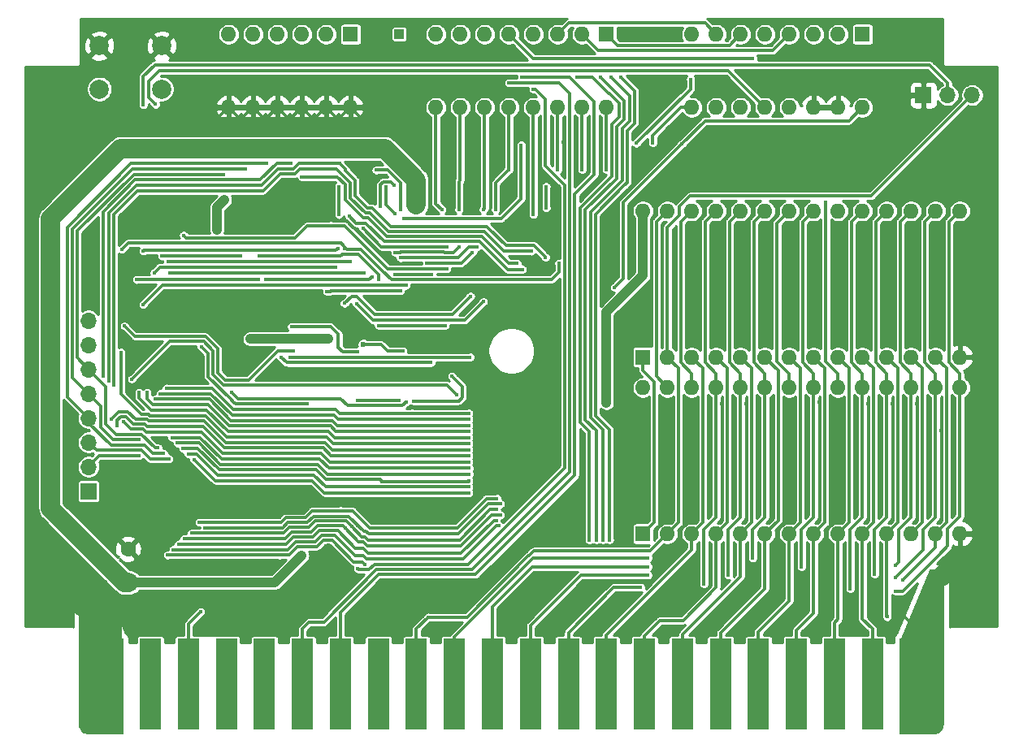
<source format=gbr>
%TF.GenerationSoftware,KiCad,Pcbnew,(5.1.10)-1*%
%TF.CreationDate,2022-08-27T20:58:22-04:00*%
%TF.ProjectId,VIC20HyperExpanderSMDRev3,56494332-3048-4797-9065-72457870616e,3*%
%TF.SameCoordinates,Original*%
%TF.FileFunction,Copper,L2,Bot*%
%TF.FilePolarity,Positive*%
%FSLAX46Y46*%
G04 Gerber Fmt 4.6, Leading zero omitted, Abs format (unit mm)*
G04 Created by KiCad (PCBNEW (5.1.10)-1) date 2022-08-27 20:58:22*
%MOMM*%
%LPD*%
G01*
G04 APERTURE LIST*
%TA.AperFunction,EtchedComponent*%
%ADD10C,0.100000*%
%TD*%
%TA.AperFunction,ComponentPad*%
%ADD11O,1.600000X1.600000*%
%TD*%
%TA.AperFunction,ComponentPad*%
%ADD12R,1.600000X1.600000*%
%TD*%
%TA.AperFunction,ComponentPad*%
%ADD13C,1.600000*%
%TD*%
%TA.AperFunction,ComponentPad*%
%ADD14R,1.700000X1.700000*%
%TD*%
%TA.AperFunction,ComponentPad*%
%ADD15O,1.700000X1.700000*%
%TD*%
%TA.AperFunction,ComponentPad*%
%ADD16R,1.000000X1.000000*%
%TD*%
%TA.AperFunction,ComponentPad*%
%ADD17C,2.000000*%
%TD*%
%TA.AperFunction,ConnectorPad*%
%ADD18R,2.250000X9.500000*%
%TD*%
%TA.AperFunction,ConnectorPad*%
%ADD19C,0.100000*%
%TD*%
%TA.AperFunction,ViaPad*%
%ADD20C,0.800000*%
%TD*%
%TA.AperFunction,ViaPad*%
%ADD21C,0.600000*%
%TD*%
%TA.AperFunction,ViaPad*%
%ADD22C,0.400000*%
%TD*%
%TA.AperFunction,Conductor*%
%ADD23C,2.000000*%
%TD*%
%TA.AperFunction,Conductor*%
%ADD24C,1.000000*%
%TD*%
%TA.AperFunction,Conductor*%
%ADD25C,0.330000*%
%TD*%
%TA.AperFunction,Conductor*%
%ADD26C,0.500000*%
%TD*%
%TA.AperFunction,Conductor*%
%ADD27C,0.300000*%
%TD*%
%TA.AperFunction,Conductor*%
%ADD28C,0.234000*%
%TD*%
%TA.AperFunction,Conductor*%
%ADD29C,0.100000*%
%TD*%
G04 APERTURE END LIST*
D10*
%TO.C,X1*%
G36*
X93806120Y-123728600D02*
G01*
X93107620Y-123728600D01*
X92663120Y-123474600D01*
X92409120Y-123030100D01*
X92409120Y-122776100D01*
X92409120Y-106647100D01*
X93806120Y-106647100D01*
X93806120Y-123728600D01*
G37*
X93806120Y-123728600D02*
X93107620Y-123728600D01*
X92663120Y-123474600D01*
X92409120Y-123030100D01*
X92409120Y-122776100D01*
X92409120Y-106647100D01*
X93806120Y-106647100D01*
X93806120Y-123728600D01*
%TD*%
D11*
%TO.P,IC3,28*%
%TO.N,+5V*%
X151130000Y-87630000D03*
%TO.P,IC3,14*%
%TO.N,GND*%
X184150000Y-102870000D03*
%TO.P,IC3,27*%
%TO.N,/EA14*%
X153670000Y-87630000D03*
%TO.P,IC3,13*%
%TO.N,/D2*%
X181610000Y-102870000D03*
%TO.P,IC3,26*%
%TO.N,/EA13*%
X156210000Y-87630000D03*
%TO.P,IC3,12*%
%TO.N,/D1*%
X179070000Y-102870000D03*
%TO.P,IC3,25*%
%TO.N,/A8*%
X158750000Y-87630000D03*
%TO.P,IC3,11*%
%TO.N,/D0*%
X176530000Y-102870000D03*
%TO.P,IC3,24*%
%TO.N,/A9*%
X161290000Y-87630000D03*
%TO.P,IC3,10*%
%TO.N,/A0*%
X173990000Y-102870000D03*
%TO.P,IC3,23*%
%TO.N,/A11*%
X163830000Y-87630000D03*
%TO.P,IC3,9*%
%TO.N,/A1*%
X171450000Y-102870000D03*
%TO.P,IC3,22*%
%TO.N,/~ROM_E*%
X166370000Y-87630000D03*
%TO.P,IC3,8*%
%TO.N,/A2*%
X168910000Y-102870000D03*
%TO.P,IC3,21*%
%TO.N,/A10*%
X168910000Y-87630000D03*
%TO.P,IC3,7*%
%TO.N,/A3*%
X166370000Y-102870000D03*
%TO.P,IC3,20*%
%TO.N,/~CS2*%
X171450000Y-87630000D03*
%TO.P,IC3,6*%
%TO.N,/A4*%
X163830000Y-102870000D03*
%TO.P,IC3,19*%
%TO.N,/D7*%
X173990000Y-87630000D03*
%TO.P,IC3,5*%
%TO.N,/A5*%
X161290000Y-102870000D03*
%TO.P,IC3,18*%
%TO.N,/D6*%
X176530000Y-87630000D03*
%TO.P,IC3,4*%
%TO.N,/A6*%
X158750000Y-102870000D03*
%TO.P,IC3,17*%
%TO.N,/D5*%
X179070000Y-87630000D03*
%TO.P,IC3,3*%
%TO.N,/A7*%
X156210000Y-102870000D03*
%TO.P,IC3,16*%
%TO.N,/D4*%
X181610000Y-87630000D03*
%TO.P,IC3,2*%
%TO.N,/A12*%
X153670000Y-102870000D03*
%TO.P,IC3,15*%
%TO.N,/D3*%
X184150000Y-87630000D03*
D12*
%TO.P,IC3,1*%
%TO.N,/EA15*%
X151130000Y-102870000D03*
%TD*%
D11*
%TO.P,IC2,28*%
%TO.N,+5V*%
X151130000Y-69215000D03*
%TO.P,IC2,14*%
%TO.N,GND*%
X184150000Y-84455000D03*
%TO.P,IC2,27*%
%TO.N,/EA14*%
X153670000Y-69215000D03*
%TO.P,IC2,13*%
%TO.N,/D2*%
X181610000Y-84455000D03*
%TO.P,IC2,26*%
%TO.N,/EA13*%
X156210000Y-69215000D03*
%TO.P,IC2,12*%
%TO.N,/D1*%
X179070000Y-84455000D03*
%TO.P,IC2,25*%
%TO.N,/A8*%
X158750000Y-69215000D03*
%TO.P,IC2,11*%
%TO.N,/D0*%
X176530000Y-84455000D03*
%TO.P,IC2,24*%
%TO.N,/A9*%
X161290000Y-69215000D03*
%TO.P,IC2,10*%
%TO.N,/A0*%
X173990000Y-84455000D03*
%TO.P,IC2,23*%
%TO.N,/A11*%
X163830000Y-69215000D03*
%TO.P,IC2,9*%
%TO.N,/A1*%
X171450000Y-84455000D03*
%TO.P,IC2,22*%
%TO.N,/~ROM_E*%
X166370000Y-69215000D03*
%TO.P,IC2,8*%
%TO.N,/A2*%
X168910000Y-84455000D03*
%TO.P,IC2,21*%
%TO.N,/A10*%
X168910000Y-69215000D03*
%TO.P,IC2,7*%
%TO.N,/A3*%
X166370000Y-84455000D03*
%TO.P,IC2,20*%
%TO.N,/~CS1*%
X171450000Y-69215000D03*
%TO.P,IC2,6*%
%TO.N,/A4*%
X163830000Y-84455000D03*
%TO.P,IC2,19*%
%TO.N,/D7*%
X173990000Y-69215000D03*
%TO.P,IC2,5*%
%TO.N,/A5*%
X161290000Y-84455000D03*
%TO.P,IC2,18*%
%TO.N,/D6*%
X176530000Y-69215000D03*
%TO.P,IC2,4*%
%TO.N,/A6*%
X158750000Y-84455000D03*
%TO.P,IC2,17*%
%TO.N,/D5*%
X179070000Y-69215000D03*
%TO.P,IC2,3*%
%TO.N,/A7*%
X156210000Y-84455000D03*
%TO.P,IC2,16*%
%TO.N,/D4*%
X181610000Y-69215000D03*
%TO.P,IC2,2*%
%TO.N,/A12*%
X153670000Y-84455000D03*
%TO.P,IC2,15*%
%TO.N,/D3*%
X184150000Y-69215000D03*
D12*
%TO.P,IC2,1*%
%TO.N,/EA15*%
X151130000Y-84455000D03*
%TD*%
%TO.P,C1,1*%
%TO.N,+5V*%
X97472500Y-107950000D03*
D13*
%TO.P,C1,2*%
%TO.N,GND*%
X97472500Y-104450000D03*
%TD*%
D14*
%TO.P,JP1,1*%
%TO.N,GND*%
X180340000Y-57150000D03*
D15*
%TO.P,JP1,2*%
%TO.N,/~CS1Y*%
X182880000Y-57150000D03*
%TO.P,JP1,3*%
%TO.N,/A12*%
X185420000Y-57150000D03*
%TD*%
D11*
%TO.P,SW2,16*%
%TO.N,/~BANK0*%
X147320000Y-58420000D03*
%TO.P,SW2,8*%
%TO.N,Net-(J2-Pad1)*%
X129540000Y-50800000D03*
%TO.P,SW2,15*%
%TO.N,/~BANK1*%
X144780000Y-58420000D03*
%TO.P,SW2,7*%
%TO.N,/~IO3*%
X132080000Y-50800000D03*
%TO.P,SW2,14*%
%TO.N,/~BANK2*%
X142240000Y-58420000D03*
%TO.P,SW2,6*%
%TO.N,/~IO2*%
X134620000Y-50800000D03*
%TO.P,SW2,13*%
%TO.N,/~BANK3*%
X139700000Y-58420000D03*
%TO.P,SW2,5*%
%TO.N,/~BLK5*%
X137160000Y-50800000D03*
%TO.P,SW2,12*%
%TO.N,/~BANK4*%
X137160000Y-58420000D03*
%TO.P,SW2,4*%
%TO.N,/~CS3K*%
X139700000Y-50800000D03*
%TO.P,SW2,11*%
%TO.N,/~BANK5*%
X134620000Y-58420000D03*
%TO.P,SW2,3*%
%TO.N,/~BLK3*%
X142240000Y-50800000D03*
%TO.P,SW2,10*%
%TO.N,/~BANK6*%
X132080000Y-58420000D03*
%TO.P,SW2,2*%
%TO.N,/~BLK2*%
X144780000Y-50800000D03*
%TO.P,SW2,9*%
%TO.N,/~BANK7*%
X129540000Y-58420000D03*
D12*
%TO.P,SW2,1*%
%TO.N,/~BLK1*%
X147320000Y-50800000D03*
%TD*%
%TO.P,SW3,1*%
%TO.N,/VR~W*%
X173990000Y-50800000D03*
D11*
%TO.P,SW3,9*%
%TO.N,/~CS2*%
X156210000Y-58420000D03*
%TO.P,SW3,2*%
%TO.N,/~MEM*%
X171450000Y-50800000D03*
%TO.P,SW3,10*%
%TO.N,/~CS2*%
X158750000Y-58420000D03*
%TO.P,SW3,3*%
%TO.N,/~ROM_I*%
X168910000Y-50800000D03*
%TO.P,SW3,11*%
%TO.N,/~CS2*%
X161290000Y-58420000D03*
%TO.P,SW3,4*%
%TO.N,/~BLK2*%
X166370000Y-50800000D03*
%TO.P,SW3,12*%
%TO.N,/~CS1X*%
X163830000Y-58420000D03*
%TO.P,SW3,5*%
%TO.N,/~BLK5*%
X163830000Y-50800000D03*
%TO.P,SW3,13*%
%TO.N,/~CS1X*%
X166370000Y-58420000D03*
%TO.P,SW3,6*%
%TO.N,/~BLK1*%
X161290000Y-50800000D03*
%TO.P,SW3,14*%
%TO.N,GND*%
X168910000Y-58420000D03*
%TO.P,SW3,7*%
%TO.N,/~BLK3*%
X158750000Y-50800000D03*
%TO.P,SW3,15*%
%TO.N,GND*%
X171450000Y-58420000D03*
%TO.P,SW3,8*%
%TO.N,/~CS1X*%
X156210000Y-50800000D03*
%TO.P,SW3,16*%
%TO.N,/~PROG*%
X173990000Y-58420000D03*
%TD*%
D12*
%TO.P,SW4,1*%
%TO.N,/EA13*%
X120650000Y-50800000D03*
D11*
%TO.P,SW4,7*%
%TO.N,GND*%
X107950000Y-58420000D03*
%TO.P,SW4,2*%
%TO.N,/EA14*%
X118110000Y-50800000D03*
%TO.P,SW4,8*%
%TO.N,GND*%
X110490000Y-58420000D03*
%TO.P,SW4,3*%
%TO.N,/EA15*%
X115570000Y-50800000D03*
%TO.P,SW4,9*%
%TO.N,GND*%
X113030000Y-58420000D03*
%TO.P,SW4,4*%
%TO.N,/EA16*%
X113030000Y-50800000D03*
%TO.P,SW4,10*%
%TO.N,GND*%
X115570000Y-58420000D03*
%TO.P,SW4,5*%
%TO.N,/EA17*%
X110490000Y-50800000D03*
%TO.P,SW4,11*%
%TO.N,GND*%
X118110000Y-58420000D03*
%TO.P,SW4,6*%
%TO.N,/EA18*%
X107950000Y-50800000D03*
%TO.P,SW4,12*%
%TO.N,GND*%
X120650000Y-58420000D03*
%TD*%
D16*
%TO.P,J2,1*%
%TO.N,Net-(J2-Pad1)*%
X125730000Y-50800000D03*
%TD*%
D14*
%TO.P,J1,1*%
%TO.N,/EA13*%
X93345000Y-98425000D03*
D15*
%TO.P,J1,2*%
%TO.N,/EA14*%
X93345000Y-95885000D03*
%TO.P,J1,3*%
%TO.N,/EA15*%
X93345000Y-93345000D03*
%TO.P,J1,4*%
%TO.N,/EA16*%
X93345000Y-90805000D03*
%TO.P,J1,5*%
%TO.N,/EA17*%
X93345000Y-88265000D03*
%TO.P,J1,6*%
%TO.N,/EA18*%
X93345000Y-85725000D03*
%TO.P,J1,7*%
%TO.N,/~CS1Z*%
X93345000Y-83185000D03*
%TO.P,J1,8*%
%TO.N,/~ROM_I*%
X93345000Y-80645000D03*
%TD*%
D17*
%TO.P,SW1,2*%
%TO.N,GND*%
X100965000Y-52015000D03*
%TO.P,SW1,1*%
%TO.N,/~RESET*%
X100965000Y-56515000D03*
%TO.P,SW1,2*%
%TO.N,GND*%
X94465000Y-52015000D03*
%TO.P,SW1,1*%
%TO.N,/~RESET*%
X94465000Y-56515000D03*
%TD*%
D18*
%TO.P,X1,R*%
%TO.N,/A12*%
X127514000Y-118549600D03*
%TO.P,X1,B*%
%TO.N,/A0*%
X175034000Y-118549600D03*
%TO.P,X1,F*%
%TO.N,/A4*%
X159194000Y-118549600D03*
%TO.P,X1,S*%
%TO.N,Net-(X1-PadS)*%
X123554000Y-118549600D03*
%TO.P,X1,H*%
%TO.N,/A5*%
X155234000Y-118549600D03*
%TA.AperFunction,ConnectorPad*%
D19*
%TO.P,X1,A*%
%TO.N,GND*%
G36*
X182423755Y-106598061D02*
G01*
X182433134Y-106600906D01*
X182441779Y-106605527D01*
X182449355Y-106611745D01*
X182455573Y-106619321D01*
X182460194Y-106627966D01*
X182463039Y-106637345D01*
X182464000Y-106647100D01*
X182464000Y-122776100D01*
X182463961Y-122778067D01*
X182453961Y-123032067D01*
X182452618Y-123041776D01*
X182448233Y-123053411D01*
X182248233Y-123432911D01*
X182242836Y-123441093D01*
X182234219Y-123449435D01*
X181944219Y-123669435D01*
X181935867Y-123674565D01*
X181929425Y-123677161D01*
X181559425Y-123797161D01*
X181549850Y-123799257D01*
X181544000Y-123799600D01*
X177869000Y-123799600D01*
X177869000Y-113799600D01*
X178008164Y-113799600D01*
X180970788Y-106628010D01*
X180975400Y-106619361D01*
X180981611Y-106611778D01*
X180989182Y-106605553D01*
X180997822Y-106600924D01*
X181007199Y-106598070D01*
X181017000Y-106597100D01*
X182414000Y-106597100D01*
X182423755Y-106598061D01*
G37*
%TD.AperFunction*%
D18*
%TO.P,X1,D*%
%TO.N,/A2*%
X167114000Y-118549600D03*
%TO.P,X1,C*%
%TO.N,/A1*%
X171074000Y-118549600D03*
%TO.P,X1,K*%
%TO.N,/A7*%
X147314000Y-118549600D03*
%TO.P,X1,E*%
%TO.N,/A3*%
X163154000Y-118549600D03*
%TO.P,X1,L*%
%TO.N,/A8*%
X143354000Y-118549600D03*
%TA.AperFunction,ConnectorPad*%
D19*
%TO.P,X1,Z*%
%TO.N,GND*%
G36*
X93274245Y-123798639D02*
G01*
X93268575Y-123797161D01*
X92898575Y-123677161D01*
X92889592Y-123673238D01*
X92883781Y-123669435D01*
X92593781Y-123449435D01*
X92586590Y-123442774D01*
X92579767Y-123432911D01*
X92379767Y-123053411D01*
X92376069Y-123044334D01*
X92374039Y-123032067D01*
X92364039Y-122778067D01*
X92364000Y-122776100D01*
X92364000Y-106647100D01*
X92364961Y-106637345D01*
X92367806Y-106627966D01*
X92372427Y-106619321D01*
X92378645Y-106611745D01*
X92386221Y-106605527D01*
X92394866Y-106600906D01*
X92404245Y-106598061D01*
X92414000Y-106597100D01*
X93811000Y-106597100D01*
X93820755Y-106598061D01*
X93830134Y-106600906D01*
X93838779Y-106605527D01*
X93846355Y-106611745D01*
X93852573Y-106619321D01*
X93857212Y-106628010D01*
X96819836Y-113799600D01*
X96959000Y-113799600D01*
X96959000Y-123799600D01*
X93284000Y-123799600D01*
X93274245Y-123798639D01*
G37*
%TD.AperFunction*%
D18*
%TO.P,X1,T*%
%TO.N,/~IO2*%
X119594000Y-118549600D03*
%TO.P,X1,P*%
%TO.N,/A11*%
X131474000Y-118549600D03*
%TO.P,X1,U*%
%TO.N,/~IO3*%
X115634000Y-118549600D03*
%TO.P,X1,Y*%
%TO.N,Net-(X1-PadY)*%
X99794000Y-118549600D03*
%TO.P,X1,J*%
%TO.N,/A6*%
X151274000Y-118549600D03*
%TO.P,X1,W*%
%TO.N,Net-(X1-PadW)*%
X107714000Y-118549600D03*
%TO.P,X1,X*%
%TO.N,/~RESET*%
X103754000Y-118549600D03*
%TO.P,X1,M*%
%TO.N,/A9*%
X139394000Y-118549600D03*
%TO.P,X1,N*%
%TO.N,/A10*%
X135434000Y-118549600D03*
%TO.P,X1,V*%
%TO.N,Net-(X1-PadV)*%
X111674000Y-118549600D03*
%TD*%
D20*
%TO.N,+5V*%
X127508000Y-68580000D03*
X115570000Y-105156000D03*
X147334000Y-89140000D03*
D21*
X107518200Y-68046600D03*
X90006200Y-71995000D03*
X90017600Y-75692000D03*
X110172500Y-82550000D03*
X118364000Y-82550000D03*
X106719400Y-71271100D03*
X121983500Y-83121500D03*
D22*
X126111000Y-83820000D03*
%TO.N,GND*%
X179133500Y-112268000D03*
D20*
X92710000Y-106680000D03*
X182880000Y-106680000D03*
X105473500Y-60452000D03*
D21*
X102616000Y-79311500D03*
X101155500Y-81089500D03*
X114300000Y-79883000D03*
X120777000Y-82105500D03*
X132080000Y-82105500D03*
X127762000Y-82105500D03*
D22*
X127635000Y-62230000D03*
X104521000Y-68707000D03*
X112458500Y-69532500D03*
X97853500Y-69659500D03*
X93662500Y-71056500D03*
X93218000Y-73850500D03*
X94043500Y-78549500D03*
X153543000Y-89281000D03*
X156019500Y-89281000D03*
X158051500Y-89344500D03*
X160591500Y-89281000D03*
X159321500Y-89344500D03*
X161861500Y-89281000D03*
X163068000Y-89154000D03*
X164465000Y-89154000D03*
X166433500Y-89217500D03*
X168211500Y-89344500D03*
X169481500Y-89154000D03*
X171386500Y-89408000D03*
X173291500Y-89344500D03*
X174561500Y-89344500D03*
X175831500Y-89344500D03*
X177101500Y-89344500D03*
X178371500Y-89344500D03*
X179641500Y-89344500D03*
X180848000Y-89217500D03*
X182181500Y-92075000D03*
X183388000Y-91567000D03*
X156464000Y-77152500D03*
X158940500Y-76835000D03*
X161798000Y-76771500D03*
X163639500Y-76708000D03*
X166306500Y-76581000D03*
X168783000Y-76581000D03*
X171386500Y-76708000D03*
X154368500Y-76454000D03*
X153098500Y-76073000D03*
X147002500Y-77787500D03*
X148463000Y-71945500D03*
X148526500Y-68961000D03*
X154622500Y-61087000D03*
X151765000Y-58674000D03*
X151066500Y-64135000D03*
X151384000Y-50990500D03*
X117729000Y-112903000D03*
X122110500Y-64452500D03*
X146685000Y-61023500D03*
X145415000Y-60960000D03*
X144145000Y-61087000D03*
X142811500Y-62039500D03*
X141668500Y-62420500D03*
X148844000Y-102933500D03*
X154241500Y-104521000D03*
X144335500Y-109093000D03*
X143700500Y-102997000D03*
X132143500Y-108648500D03*
X124714000Y-109855000D03*
X121539000Y-111125000D03*
X108267500Y-110744000D03*
X102667000Y-109804000D03*
X104076500Y-106362500D03*
X101219000Y-93154500D03*
X109664500Y-79248000D03*
X107251500Y-77851000D03*
X101473000Y-69977000D03*
X171323000Y-98933000D03*
X170878500Y-100965000D03*
X166687500Y-99441000D03*
X166052500Y-101028500D03*
X163131500Y-100584000D03*
X160591500Y-100838000D03*
X171894500Y-97282000D03*
X129476500Y-112839500D03*
X139763500Y-109029500D03*
X147447000Y-111315500D03*
X162560000Y-107696000D03*
X167640000Y-107632500D03*
X158559500Y-111823500D03*
X162179000Y-112141000D03*
X165735000Y-112649000D03*
X169227500Y-112966500D03*
X176911000Y-112712500D03*
X156845000Y-104775000D03*
X155067000Y-110490000D03*
X152146000Y-110553500D03*
X137541000Y-113030000D03*
X125539500Y-112839500D03*
X125031500Y-78676500D03*
X141478000Y-113474500D03*
X153416000Y-113030000D03*
X160655000Y-104521000D03*
X159385000Y-104521000D03*
X173355000Y-107632500D03*
X172085000Y-107632500D03*
D20*
X117037500Y-108387500D03*
X118364000Y-104394000D03*
D22*
X125582000Y-101579000D03*
X114744500Y-100584000D03*
X119761000Y-86296500D03*
X132207000Y-85471000D03*
%TO.N,/A11*%
X163830000Y-94107000D03*
X151638000Y-105410000D03*
X162560000Y-105410000D03*
X132969000Y-94107000D03*
X95694500Y-90932000D03*
X131572000Y-94107000D03*
X119634000Y-94107000D03*
%TO.N,/A9*%
X161290000Y-94742000D03*
X151638000Y-107188000D03*
X160020000Y-107188000D03*
X132969000Y-94742000D03*
X96329500Y-91630500D03*
X130810000Y-94742000D03*
X118872000Y-94742000D03*
%TO.N,/A8*%
X158750000Y-95377000D03*
X150876000Y-108458000D03*
X157480000Y-108077000D03*
X132969000Y-95377000D03*
X96964500Y-91186000D03*
X130175000Y-95377000D03*
X116713000Y-94488000D03*
%TO.N,/EA13*%
X95440500Y-86931500D03*
X119484999Y-64258601D03*
X140970000Y-74041000D03*
%TO.N,/EA14*%
X98581479Y-94712521D03*
X96012000Y-87376000D03*
X117284500Y-64833500D03*
X139509500Y-73406000D03*
%TO.N,/EA17*%
X98609150Y-93059250D03*
X109664500Y-64833500D03*
%TO.N,/~PROG*%
X155157750Y-62257250D03*
X97853500Y-86741000D03*
X131743499Y-88411001D03*
X148170010Y-77177010D03*
%TO.N,/EA18*%
X100580000Y-93920500D03*
X107378500Y-65405000D03*
%TO.N,/EA16*%
X101155500Y-94488000D03*
X111887000Y-64262000D03*
%TO.N,/EA15*%
X101727000Y-95059500D03*
X94869000Y-86461600D03*
X114401600Y-64262000D03*
X115570000Y-65650000D03*
X137985500Y-74676000D03*
%TO.N,/A12*%
X101600000Y-105092500D03*
X122174000Y-106045000D03*
X128714500Y-111569500D03*
X113220500Y-105092500D03*
%TO.N,/A7*%
X102171500Y-104521000D03*
X136080500Y-102044500D03*
X121702060Y-105119940D03*
X112141000Y-104521000D03*
%TO.N,/A6*%
X135826500Y-101473000D03*
X102743000Y-103949500D03*
X121420620Y-104385380D03*
X111442500Y-103949500D03*
%TO.N,/A5*%
X103314500Y-103378000D03*
X136271000Y-100901500D03*
X128778000Y-104140000D03*
X120078500Y-102298500D03*
%TO.N,/A4*%
X135826500Y-100330000D03*
X104076500Y-102806500D03*
X120745250Y-102139750D03*
X109664500Y-102806500D03*
%TO.N,/A3*%
X105473500Y-102235000D03*
X136271000Y-99758500D03*
X121412000Y-101981000D03*
X110172500Y-102235000D03*
%TO.N,/A2*%
X135890000Y-99187000D03*
X104902000Y-101663500D03*
X119570500Y-100457000D03*
X108204000Y-101663500D03*
%TO.N,/A1*%
X132969000Y-98615500D03*
X104330500Y-95123000D03*
X120142000Y-98615500D03*
X108775500Y-97345500D03*
%TO.N,/A0*%
X132969000Y-97980500D03*
X103759000Y-94551500D03*
X118999000Y-97980500D03*
X107632500Y-96774000D03*
%TO.N,/D0*%
X176548523Y-111524523D03*
X132969000Y-97345500D03*
X103187500Y-93980000D03*
X123930501Y-97430499D03*
X112649000Y-96202500D03*
%TO.N,/D1*%
X132996440Y-96683060D03*
X102616000Y-93408500D03*
X124169940Y-96683060D03*
X113093500Y-95631000D03*
%TO.N,/D2*%
X178181000Y-107696000D03*
X133002748Y-96041752D03*
X102044500Y-92837000D03*
X124557248Y-96041752D03*
X113514410Y-95070390D03*
%TO.N,/D3*%
X177419000Y-108839000D03*
X132969000Y-90297000D03*
X101473000Y-87693500D03*
X127063500Y-90297000D03*
X114427000Y-89916000D03*
%TO.N,/D4*%
X177419000Y-107442000D03*
X181610000Y-90932000D03*
X132969000Y-90932000D03*
X100838000Y-88265000D03*
X127381000Y-90932000D03*
X114998500Y-90487500D03*
%TO.N,/D5*%
X177419000Y-106172000D03*
X179070000Y-91567000D03*
X132969000Y-91567000D03*
X100266500Y-88836500D03*
X127698500Y-91567000D03*
X115570000Y-91059000D03*
%TO.N,/D6*%
X175260000Y-107061000D03*
X176530000Y-92202000D03*
X132969000Y-92202000D03*
X99441000Y-88138000D03*
X128016000Y-92202000D03*
X116141500Y-91630500D03*
%TO.N,/D7*%
X172720000Y-108585000D03*
X173990000Y-92837000D03*
X132969000Y-92837000D03*
X98615500Y-88138000D03*
X128333500Y-92837000D03*
X117284500Y-92202000D03*
%TO.N,/~ROM_I*%
X156083000Y-55499000D03*
X150431500Y-62166500D03*
X97091500Y-81216500D03*
X114681000Y-83820000D03*
X119443500Y-69596000D03*
X119443500Y-66675000D03*
%TO.N,/A10*%
X168910000Y-93472000D03*
X151638000Y-106299000D03*
X167640000Y-106299000D03*
X132969000Y-93472000D03*
X96710500Y-83947000D03*
X124206000Y-93472000D03*
X109918500Y-92773500D03*
%TO.N,/~CS1*%
X96837500Y-73215500D03*
X120000000Y-73137000D03*
X142367000Y-74676000D03*
%TO.N,/~ROM_E*%
X120523000Y-69786500D03*
X138557000Y-75311000D03*
X165100000Y-71628000D03*
%TO.N,/~CS2*%
X152146000Y-62103000D03*
X170180000Y-68326000D03*
%TO.N,/~CSRAM1*%
X133096000Y-84455000D03*
X114363500Y-84455000D03*
X120650000Y-84455000D03*
%TO.N,/~MEM*%
X123317000Y-64960500D03*
X125857000Y-69088000D03*
X124132001Y-85036999D03*
X129021501Y-85036999D03*
X113411000Y-84455000D03*
X118745000Y-85026500D03*
%TO.N,/VR~W*%
X138430000Y-62357000D03*
X126174500Y-70040500D03*
X115443000Y-88773000D03*
X108267500Y-88138000D03*
X126428500Y-89154000D03*
%TO.N,/RA14A*%
X105092500Y-83375500D03*
X116141500Y-89344500D03*
%TO.N,/RA14B*%
X111140000Y-73907510D03*
X123571000Y-76390500D03*
X123571000Y-81153000D03*
X130492500Y-81153000D03*
X131222750Y-86455250D03*
X127254000Y-89027000D03*
%TO.N,/RA13B*%
X114490500Y-81280000D03*
X121348500Y-83883500D03*
X121348500Y-88963500D03*
X125666500Y-88963500D03*
%TO.N,/~CSRAM2*%
X133340978Y-73542022D03*
X128587500Y-74676000D03*
%TO.N,/~CS1Y*%
X99060000Y-58166000D03*
%TO.N,/~BANK0*%
X147320000Y-64897000D03*
X124333000Y-66738500D03*
X125285500Y-69532500D03*
X125285500Y-75819000D03*
X129095500Y-75819000D03*
%TO.N,/~BANK1*%
X144780000Y-64897000D03*
X103251000Y-71755000D03*
X125222000Y-66548000D03*
X118554500Y-70739000D03*
X123761500Y-68770500D03*
X130683000Y-75247500D03*
%TO.N,/~BANK2*%
X142240000Y-64897000D03*
X141033500Y-66675000D03*
X120000000Y-78852000D03*
X133159500Y-78105000D03*
X141033500Y-68897500D03*
%TO.N,/~BANK3*%
X139700000Y-64897000D03*
X134493000Y-78676500D03*
X121266477Y-78885523D03*
X139700000Y-69596000D03*
%TO.N,/~BANK4*%
X135763000Y-69088000D03*
X137160000Y-64897000D03*
%TO.N,/~BANK5*%
X134493000Y-69088000D03*
X134620000Y-64897000D03*
X99030000Y-78964000D03*
X126428500Y-76962000D03*
X125857000Y-74104500D03*
X133842479Y-72977021D03*
%TO.N,/~BANK6*%
X131953000Y-69088000D03*
X132080000Y-64897000D03*
X118173500Y-77597000D03*
X125857000Y-77533500D03*
X131953000Y-72977021D03*
X125285500Y-73533000D03*
%TO.N,/~BANK7*%
X130175000Y-69088000D03*
X129540000Y-64897000D03*
X121950000Y-71050010D03*
X130683000Y-72977021D03*
%TO.N,/~IO3*%
X137160000Y-55880000D03*
%TO.N,/~IO2*%
X138493500Y-55245000D03*
%TO.N,/~BLK5*%
X162560000Y-53340000D03*
X145542000Y-103505000D03*
X144272000Y-55245000D03*
X142367000Y-53340000D03*
%TO.N,/~CS3K*%
X121378500Y-106523000D03*
X139700000Y-56515000D03*
%TO.N,/~BLK3*%
X146240500Y-103505000D03*
X146685000Y-55245000D03*
%TO.N,/~BLK2*%
X146939000Y-103505000D03*
X147764500Y-55245000D03*
%TO.N,/~BLK1*%
X147637500Y-103505000D03*
X148780500Y-55245000D03*
%TO.N,/~CS1X*%
X156210000Y-54610000D03*
X100330000Y-58102500D03*
%TO.N,/~RESET*%
X105029000Y-110998000D03*
%TO.N,Net-(U1-Pad13)*%
X99060000Y-73406000D03*
X119316500Y-73145510D03*
%TO.N,Net-(U1-Pad8)*%
X111790000Y-76360500D03*
X122872500Y-76073000D03*
%TO.N,Net-(U1-Pad6)*%
X101854000Y-75692000D03*
X122047000Y-75692000D03*
X110299500Y-75692000D03*
%TO.N,Net-(U1-Pad4)*%
X101630000Y-74455500D03*
X120620000Y-74455500D03*
%TO.N,Net-(U1-Pad2)*%
X100177600Y-75666600D03*
X119126000Y-75057000D03*
X112395000Y-75057000D03*
%TO.N,Net-(U3-Pad1)*%
X98380000Y-76372000D03*
X111043000Y-76372000D03*
%TO.N,Net-(U3-Pad10)*%
X109192701Y-73907510D03*
X100980000Y-73907510D03*
%TD*%
D23*
%TO.N,+5V*%
X127508000Y-68580000D02*
X127508000Y-68580000D01*
D24*
X112776000Y-107950000D02*
X115570000Y-105156000D01*
X97472500Y-107950000D02*
X112776000Y-107950000D01*
X151130000Y-69215000D02*
X151130000Y-75946000D01*
X151130000Y-75946000D02*
X147320000Y-79756000D01*
X147320000Y-79756000D02*
X147320000Y-89217500D01*
D25*
X107518200Y-68046600D02*
X107518200Y-68046600D01*
D24*
X110172500Y-82550000D02*
X118364000Y-82550000D01*
X118364000Y-82550000D02*
X118364000Y-82550000D01*
D26*
X106719400Y-71271100D02*
X106719400Y-68845400D01*
D24*
X107518200Y-68046600D02*
X106719400Y-68845400D01*
X106719400Y-70397400D02*
X106719400Y-71185480D01*
X106719400Y-68845400D02*
X106719400Y-70397400D01*
X106719400Y-70397400D02*
X106719400Y-71121980D01*
D23*
X97091282Y-107950000D02*
X89408000Y-100266718D01*
X89408000Y-69977000D02*
X96647000Y-62738000D01*
X89408000Y-100266718D02*
X89408000Y-69977000D01*
X96647000Y-62738000D02*
X124231417Y-62738000D01*
X124231417Y-62738000D02*
X127508000Y-66014583D01*
X97472500Y-107950000D02*
X97091282Y-107950000D01*
X127508000Y-66014583D02*
X127508000Y-66014583D01*
X127508000Y-66014583D02*
X127508000Y-68580000D01*
D25*
X123814298Y-83121500D02*
X124512798Y-83820000D01*
X121983500Y-83121500D02*
X123814298Y-83121500D01*
X124512798Y-83820000D02*
X126111000Y-83820000D01*
X126111000Y-83820000D02*
X126111000Y-83820000D01*
D23*
%TO.N,GND*%
X95834000Y-118947000D02*
X95834000Y-109804000D01*
X95834000Y-109804000D02*
X92710000Y-106680000D01*
X92710000Y-106680000D02*
X92710000Y-106680000D01*
X178994000Y-118947000D02*
X178994000Y-115242693D01*
X182245000Y-107315000D02*
X182880000Y-106680000D01*
X182880000Y-106680000D02*
X182880000Y-106680000D01*
D25*
X105918000Y-60452000D02*
X107950000Y-58420000D01*
X108712000Y-60198000D02*
X108712000Y-60452000D01*
X110490000Y-58420000D02*
X108712000Y-60198000D01*
D23*
X108712000Y-60452000D02*
X105918000Y-60452000D01*
D25*
X113030000Y-58420000D02*
X111379000Y-60071000D01*
X111379000Y-60071000D02*
X111379000Y-60452000D01*
X115570000Y-58420000D02*
X113919000Y-60071000D01*
X113919000Y-60071000D02*
X113919000Y-60452000D01*
X116078000Y-60452000D02*
X115951000Y-60452000D01*
X118110000Y-58420000D02*
X116078000Y-60452000D01*
X120650000Y-58420000D02*
X118618000Y-60452000D01*
X120650000Y-58420000D02*
X122682000Y-60452000D01*
X119634000Y-59944000D02*
X119634000Y-60452000D01*
X118110000Y-58420000D02*
X119634000Y-59944000D01*
D23*
X119634000Y-60452000D02*
X118618000Y-60452000D01*
X122682000Y-60452000D02*
X119634000Y-60452000D01*
D25*
X117602000Y-60452000D02*
X118110000Y-60452000D01*
X115570000Y-58420000D02*
X117602000Y-60452000D01*
D23*
X118110000Y-60452000D02*
X115951000Y-60452000D01*
X118618000Y-60452000D02*
X118110000Y-60452000D01*
D25*
X115062000Y-60452000D02*
X115443000Y-60452000D01*
X113030000Y-58420000D02*
X115062000Y-60452000D01*
D23*
X115443000Y-60452000D02*
X113919000Y-60452000D01*
X115951000Y-60452000D02*
X115443000Y-60452000D01*
D25*
X112522000Y-60452000D02*
X113030000Y-60452000D01*
X110490000Y-58420000D02*
X112522000Y-60452000D01*
D23*
X113030000Y-60452000D02*
X111379000Y-60452000D01*
X113919000Y-60452000D02*
X113030000Y-60452000D01*
D25*
X109474000Y-59944000D02*
X109474000Y-60452000D01*
X107950000Y-58420000D02*
X109474000Y-59944000D01*
D23*
X109474000Y-60452000D02*
X108712000Y-60452000D01*
X111379000Y-60452000D02*
X109474000Y-60452000D01*
X105918000Y-60452000D02*
X105473500Y-60452000D01*
D24*
X95834000Y-109804000D02*
X102667000Y-109804000D01*
X113462000Y-109804000D02*
X115621000Y-109804000D01*
X115621000Y-109804000D02*
X117030500Y-108394500D01*
D23*
X105473500Y-60452000D02*
X98402000Y-60452000D01*
D24*
X101155500Y-80772000D02*
X102616000Y-79311500D01*
X101155500Y-81089500D02*
X101155500Y-80772000D01*
X102616000Y-79311500D02*
X104457500Y-79311500D01*
X104457500Y-79311500D02*
X104775000Y-79311500D01*
X107823000Y-82359500D02*
X107823000Y-82169000D01*
X108585000Y-81407000D02*
X108743750Y-81248250D01*
X107823000Y-82169000D02*
X108743750Y-81248250D01*
X104775000Y-79311500D02*
X106870500Y-81407000D01*
X106870500Y-81407000D02*
X108585000Y-81407000D01*
X106870500Y-81407000D02*
X107823000Y-82359500D01*
X110109000Y-79883000D02*
X108743750Y-81248250D01*
X114300000Y-79883000D02*
X114300000Y-79883000D01*
X114300000Y-79883000D02*
X110109000Y-79883000D01*
X120777000Y-82105500D02*
X123380500Y-82105500D01*
X123380500Y-82105500D02*
X132080000Y-82105500D01*
X132080000Y-82105500D02*
X132080000Y-82105500D01*
X114300000Y-79883000D02*
X114808000Y-80391000D01*
X120666808Y-82105500D02*
X120777000Y-82105500D01*
X118952308Y-80391000D02*
X120666808Y-82105500D01*
X114808000Y-80391000D02*
X118952308Y-80391000D01*
D23*
X95834000Y-118947000D02*
X95834000Y-115294688D01*
X92710000Y-110490000D02*
X92710000Y-106680000D01*
D24*
X102667000Y-109804000D02*
X113462000Y-109804000D01*
D27*
X178994000Y-112407500D02*
X179133500Y-112268000D01*
X178994000Y-118947000D02*
X178994000Y-112407500D01*
X178994000Y-118947000D02*
X178994000Y-112192000D01*
X178994000Y-112192000D02*
X178244500Y-111442500D01*
D24*
X118300500Y-104521000D02*
X118364000Y-104457500D01*
X117037500Y-108387500D02*
X117437499Y-107987501D01*
X118364000Y-104457500D02*
X118364000Y-104394000D01*
X117437499Y-107987501D02*
X117437499Y-105384001D01*
X117437499Y-105384001D02*
X118300500Y-104521000D01*
D27*
X115443000Y-99885500D02*
X114744500Y-100584000D01*
X121412000Y-99885500D02*
X115443000Y-99885500D01*
X123105500Y-101579000D02*
X121412000Y-99885500D01*
X125582000Y-101579000D02*
X123105500Y-101579000D01*
X119761000Y-86296500D02*
X129159000Y-86296500D01*
X129159000Y-86296500D02*
X129984500Y-85471000D01*
X129984500Y-85471000D02*
X132207000Y-85471000D01*
X132207000Y-85471000D02*
X132207000Y-85471000D01*
D25*
%TO.N,/A11*%
X162664999Y-70380001D02*
X163830000Y-69215000D01*
X162664999Y-85014201D02*
X162664999Y-70380001D01*
X163830000Y-86179202D02*
X162664999Y-85014201D01*
X163830000Y-87630000D02*
X163830000Y-86179202D01*
X151638000Y-105410000D02*
X151638000Y-105410000D01*
X163830000Y-101145798D02*
X163830000Y-87630000D01*
X162560000Y-102415798D02*
X163830000Y-101145798D01*
X162560000Y-105410000D02*
X162560000Y-102415798D01*
X139700000Y-105410000D02*
X151638000Y-105410000D01*
X131474000Y-113636000D02*
X139700000Y-105410000D01*
X131474000Y-118697000D02*
X131474000Y-113636000D01*
D27*
X117983000Y-93345000D02*
X118745000Y-94107000D01*
X105398220Y-91122500D02*
X107620722Y-93345000D01*
X99425251Y-90939989D02*
X99607762Y-91122500D01*
X98239613Y-90939989D02*
X99425251Y-90939989D01*
X97435612Y-90135988D02*
X98239613Y-90939989D01*
X96493388Y-90135988D02*
X97435612Y-90135988D01*
X107620722Y-93345000D02*
X117983000Y-93345000D01*
X95697376Y-90932000D02*
X96493388Y-90135988D01*
X118745000Y-94107000D02*
X131000500Y-94107000D01*
X99607762Y-91122500D02*
X105398220Y-91122500D01*
X95694500Y-90932000D02*
X95697376Y-90932000D01*
X131000500Y-94107000D02*
X131254500Y-94107000D01*
X131254500Y-94107000D02*
X132969000Y-94107000D01*
D25*
%TO.N,/A9*%
X160124999Y-70380001D02*
X161290000Y-69215000D01*
X160124999Y-85014201D02*
X160124999Y-70380001D01*
X161290000Y-86179202D02*
X160124999Y-85014201D01*
X161290000Y-87630000D02*
X161290000Y-86179202D01*
X139394000Y-118697000D02*
X139394000Y-112447000D01*
X139394000Y-112447000D02*
X144653000Y-107188000D01*
X144653000Y-107188000D02*
X150495000Y-107188000D01*
X150495000Y-107188000D02*
X151638000Y-107188000D01*
X151638000Y-107188000D02*
X151638000Y-107188000D01*
X161290000Y-101145798D02*
X161290000Y-87630000D01*
X160020000Y-102415798D02*
X161290000Y-101145798D01*
X160020000Y-107188000D02*
X160020000Y-102415798D01*
D27*
X96329500Y-91006998D02*
X96329500Y-91630500D01*
X97228501Y-90635999D02*
X96700499Y-90635999D01*
X98032502Y-91440000D02*
X97228501Y-90635999D01*
X99218142Y-91440000D02*
X98032502Y-91440000D01*
X99472142Y-91694000D02*
X99218142Y-91440000D01*
X105262600Y-91694000D02*
X99472142Y-91694000D01*
X107485100Y-93916500D02*
X105262600Y-91694000D01*
X96700499Y-90635999D02*
X96329500Y-91006998D01*
X117792500Y-93916500D02*
X107485100Y-93916500D01*
X118618000Y-94742000D02*
X117792500Y-93916500D01*
X132969000Y-94742000D02*
X130619500Y-94742000D01*
X130619500Y-94742000D02*
X118618000Y-94742000D01*
D25*
%TO.N,/A8*%
X157584999Y-70380001D02*
X158750000Y-69215000D01*
X157584999Y-85014201D02*
X157584999Y-70380001D01*
X158750000Y-86179202D02*
X157584999Y-85014201D01*
X158750000Y-87630000D02*
X158750000Y-86179202D01*
X150876000Y-108458000D02*
X150876000Y-108458000D01*
X158750000Y-101145798D02*
X158750000Y-87630000D01*
X157480000Y-102415798D02*
X158750000Y-101145798D01*
X157480000Y-108077000D02*
X157480000Y-102415798D01*
X148082000Y-108458000D02*
X150876000Y-108458000D01*
X143354000Y-113186000D02*
X148082000Y-108458000D01*
X143354000Y-118697000D02*
X143354000Y-113186000D01*
D27*
X118491000Y-95377000D02*
X130238500Y-95377000D01*
X107349480Y-94488000D02*
X117602000Y-94488000D01*
X105126980Y-92265500D02*
X107349480Y-94488000D01*
X99336522Y-92265500D02*
X105126980Y-92265500D01*
X99019022Y-91948000D02*
X99336522Y-92265500D01*
X117602000Y-94488000D02*
X118491000Y-95377000D01*
X97726500Y-91948000D02*
X99019022Y-91948000D01*
X96964500Y-91186000D02*
X97726500Y-91948000D01*
X130238500Y-95377000D02*
X132969000Y-95377000D01*
D25*
%TO.N,/EA13*%
X155044999Y-70380001D02*
X156210000Y-69215000D01*
X155044999Y-85014201D02*
X155044999Y-70380001D01*
X156210000Y-86179202D02*
X155044999Y-85014201D01*
X156210000Y-87630000D02*
X156210000Y-86179202D01*
D27*
X95440500Y-86931500D02*
X95440500Y-80264000D01*
X95440500Y-80264000D02*
X95440500Y-69469000D01*
X95440500Y-69469000D02*
X95440500Y-69439980D01*
X95440500Y-69439980D02*
X98219990Y-66660490D01*
X98219990Y-66660490D02*
X98332480Y-66548000D01*
X98332480Y-66548000D02*
X111387620Y-66548000D01*
X111387620Y-66548000D02*
X113102120Y-64833500D01*
X113102120Y-64833500D02*
X114681000Y-64833500D01*
X114681000Y-64833500D02*
X115252500Y-64262000D01*
X115252500Y-64262000D02*
X119507000Y-64262000D01*
D25*
X120078500Y-64852102D02*
X119484999Y-64258601D01*
X120078500Y-64985407D02*
X120078500Y-64852102D01*
X121138520Y-66045426D02*
X120078500Y-64985407D01*
X122400562Y-68894970D02*
X121138520Y-67632928D01*
X121138520Y-67632928D02*
X121138520Y-66045426D01*
X122896111Y-68894970D02*
X122400562Y-68894970D01*
X122896111Y-68894970D02*
X123206584Y-69205445D01*
X123206584Y-69205445D02*
X124823119Y-70821980D01*
X134817527Y-70821980D02*
X135128000Y-71132454D01*
X133775020Y-70821980D02*
X134817527Y-70821980D01*
X124823119Y-70821980D02*
X133775020Y-70821980D01*
X135128000Y-71132454D02*
X136830046Y-72834500D01*
X139774202Y-72834500D02*
X140970000Y-74030298D01*
X136830046Y-72834500D02*
X139774202Y-72834500D01*
%TO.N,/EA14*%
X152504999Y-70380001D02*
X153670000Y-69215000D01*
X152504999Y-86464999D02*
X152504999Y-70380001D01*
X153670000Y-87630000D02*
X152504999Y-86464999D01*
D27*
X94453979Y-94712521D02*
X98517979Y-94712521D01*
X93345000Y-95821500D02*
X94453979Y-94712521D01*
X93345000Y-95885000D02*
X93345000Y-95821500D01*
X98517979Y-94712521D02*
X98581479Y-94712521D01*
X96012000Y-87376000D02*
X96012000Y-80264000D01*
X96012000Y-80264000D02*
X96012000Y-69575600D01*
X96012000Y-69575600D02*
X98468100Y-67119500D01*
X98468100Y-67119500D02*
X111523240Y-67119500D01*
X111523240Y-67119500D02*
X113309230Y-65333510D01*
X114888110Y-65333510D02*
X114888112Y-65333508D01*
X113309230Y-65333510D02*
X114888110Y-65333510D01*
X114888112Y-65333508D02*
X115388120Y-64833500D01*
X115388120Y-64833500D02*
X117284500Y-64833500D01*
X117284500Y-64833500D02*
X117284500Y-64833500D01*
D25*
X119177047Y-64833500D02*
X118618000Y-64833500D01*
X120608510Y-66264963D02*
X119177047Y-64833500D01*
X120608510Y-67852464D02*
X120608510Y-66264963D01*
X122181026Y-69424980D02*
X120608510Y-67852464D01*
X122676574Y-69424980D02*
X122181026Y-69424980D01*
X117284500Y-64833500D02*
X118618000Y-64833500D01*
X122676574Y-69424980D02*
X122676574Y-69424981D01*
X122676574Y-69424981D02*
X124603583Y-71351990D01*
X124603583Y-71351990D02*
X133391490Y-71351990D01*
X133391490Y-71351990D02*
X134597990Y-71351990D01*
X134597990Y-71351990D02*
X136652000Y-73406000D01*
X136652000Y-73406000D02*
X138938000Y-73406000D01*
X138938000Y-73406000D02*
X139509500Y-73406000D01*
X139509500Y-73406000D02*
X139509500Y-73406000D01*
D27*
%TO.N,/EA17*%
X93345000Y-88265000D02*
X93345000Y-88900000D01*
X95916750Y-93059250D02*
X98609150Y-93059250D01*
X94615000Y-91757500D02*
X95916750Y-93059250D01*
X94615000Y-89535000D02*
X94615000Y-91757500D01*
X93345000Y-88265000D02*
X94615000Y-89535000D01*
X91644989Y-86564989D02*
X91644989Y-84732109D01*
X93345000Y-88265000D02*
X91644989Y-86564989D01*
X91644989Y-84732109D02*
X91644989Y-79781400D01*
X91644989Y-79781400D02*
X91644989Y-71114131D01*
X91644989Y-71114131D02*
X97925620Y-64833500D01*
X97925620Y-64833500D02*
X109664500Y-64833500D01*
X109664500Y-64833500D02*
X109664500Y-64833500D01*
D25*
%TO.N,/~PROG*%
X173990000Y-58420000D02*
X172593000Y-59817000D01*
X157598000Y-59817000D02*
X155157750Y-62257250D01*
X172593000Y-59817000D02*
X157598000Y-59817000D01*
D27*
X131743499Y-88411001D02*
X131743499Y-88411001D01*
X148170010Y-77177010D02*
X149083520Y-76263500D01*
X149083520Y-68331480D02*
X155157750Y-62257250D01*
X149083520Y-76263500D02*
X149083520Y-68331480D01*
X107387120Y-87376000D02*
X130708498Y-87376000D01*
X106299000Y-86287880D02*
X107387120Y-87376000D01*
X106299000Y-83767998D02*
X106299000Y-86287880D01*
X105335002Y-82804000D02*
X106299000Y-83767998D01*
X101790500Y-82804000D02*
X105335002Y-82804000D01*
X130708498Y-87376000D02*
X131743499Y-88411001D01*
X97853500Y-86741000D02*
X101790500Y-82804000D01*
%TO.N,/EA18*%
X92144999Y-84524999D02*
X92144999Y-79787601D01*
X93345000Y-85725000D02*
X92144999Y-84524999D01*
X95123000Y-87503000D02*
X93345000Y-85725000D01*
X98873151Y-92509249D02*
X96192249Y-92509249D01*
X95123000Y-91440000D02*
X95123000Y-87503000D01*
X96192249Y-92509249D02*
X95123000Y-91440000D01*
X100284402Y-93920500D02*
X98873151Y-92509249D01*
X100580000Y-93920500D02*
X100284402Y-93920500D01*
X92144999Y-79787601D02*
X92144999Y-71321241D01*
X92144999Y-71321241D02*
X98061240Y-65405000D01*
X98061240Y-65405000D02*
X107378500Y-65405000D01*
X107378500Y-65405000D02*
X107378500Y-65405000D01*
%TO.N,/EA16*%
X100012500Y-94488000D02*
X101155500Y-94488000D01*
X99187000Y-93662500D02*
X100012500Y-94488000D01*
X95694500Y-93662500D02*
X99187000Y-93662500D01*
X93345000Y-91313000D02*
X95694500Y-93662500D01*
X93345000Y-90805000D02*
X93345000Y-91313000D01*
X93345000Y-90805000D02*
X91144979Y-88604979D01*
X91144979Y-88604979D02*
X91144979Y-84939219D01*
X91144979Y-84939219D02*
X91144979Y-79806800D01*
X91144979Y-79806800D02*
X91144979Y-70907021D01*
X91144979Y-70907021D02*
X97790000Y-64262000D01*
X97790000Y-64262000D02*
X111887000Y-64262000D01*
X111887000Y-64262000D02*
X111887000Y-64262000D01*
D25*
%TO.N,/EA15*%
X151130000Y-85839546D02*
X151130000Y-84455000D01*
X152295001Y-87004547D02*
X151130000Y-85839546D01*
X152295001Y-101704999D02*
X152295001Y-87004547D01*
X151130000Y-102870000D02*
X152295001Y-101704999D01*
D27*
X99758500Y-95059500D02*
X101727000Y-95059500D01*
X98861511Y-94162511D02*
X99758500Y-95059500D01*
X94162511Y-94162511D02*
X98861511Y-94162511D01*
X93345000Y-93345000D02*
X94162511Y-94162511D01*
X94869000Y-86461600D02*
X94869000Y-80264000D01*
X94869000Y-80264000D02*
X94869000Y-69304360D01*
X94869000Y-69304360D02*
X98196860Y-65976500D01*
X98196860Y-65976500D02*
X111252000Y-65976500D01*
X111252000Y-65976500D02*
X112966500Y-64262000D01*
X112966500Y-64262000D02*
X114401600Y-64262000D01*
X114401600Y-64262000D02*
X114427000Y-64262000D01*
D25*
X120078500Y-68072000D02*
X120078500Y-66484500D01*
X121961490Y-69954990D02*
X120078500Y-68072000D01*
X122457037Y-69954990D02*
X121961490Y-69954990D01*
X124384047Y-71882000D02*
X122457037Y-69954990D01*
X119244000Y-65650000D02*
X115570000Y-65650000D01*
X120078500Y-66484500D02*
X119244000Y-65650000D01*
X134333207Y-71882000D02*
X134643680Y-72192474D01*
X133667500Y-71882000D02*
X134333207Y-71882000D01*
X133667500Y-71882000D02*
X124384047Y-71882000D01*
X134643680Y-72192474D02*
X137127206Y-74676000D01*
X137127206Y-74676000D02*
X137985500Y-74676000D01*
X137985500Y-74676000D02*
X137985500Y-74676000D01*
%TO.N,/A12*%
X154835001Y-85620001D02*
X153670000Y-84455000D01*
X154835001Y-101704999D02*
X154835001Y-85620001D01*
X153670000Y-102870000D02*
X154835001Y-101704999D01*
X154940000Y-69669202D02*
X154940000Y-68760798D01*
X153670000Y-70939202D02*
X154940000Y-69669202D01*
X153670000Y-84455000D02*
X153670000Y-70939202D01*
D27*
X109029500Y-105092500D02*
X101600000Y-105092500D01*
D25*
X153670000Y-102870000D02*
X151892000Y-104648000D01*
X127514000Y-112770000D02*
X127514000Y-118697000D01*
D27*
X127514000Y-112770000D02*
X128714500Y-111569500D01*
X139733666Y-104648000D02*
X139954000Y-104648000D01*
X139192000Y-105156000D02*
X139225666Y-105156000D01*
X132778500Y-111569500D02*
X139192000Y-105156000D01*
X128714500Y-111569500D02*
X132778500Y-111569500D01*
X139225666Y-105156000D02*
X139733666Y-104648000D01*
D25*
X151892000Y-104648000D02*
X139954000Y-104648000D01*
X156046399Y-67654399D02*
X174915601Y-67654399D01*
X154940000Y-68760798D02*
X156046399Y-67654399D01*
X174915601Y-67654399D02*
X185420000Y-57150000D01*
D27*
X113220500Y-105092500D02*
X109029500Y-105092500D01*
X120963095Y-105791000D02*
X121920000Y-105791000D01*
X117157500Y-104203500D02*
X117817010Y-103543990D01*
X117817010Y-103543990D02*
X118716085Y-103543990D01*
X115125500Y-104203500D02*
X117157500Y-104203500D01*
X121920000Y-105791000D02*
X122174000Y-106045000D01*
X118716085Y-103543990D02*
X120963095Y-105791000D01*
X114236500Y-105092500D02*
X115125500Y-104203500D01*
X113220500Y-105092500D02*
X114236500Y-105092500D01*
D25*
%TO.N,/A7*%
X157375001Y-101704999D02*
X157375001Y-85620001D01*
X157375001Y-85620001D02*
X156210000Y-84455000D01*
X156210000Y-102870000D02*
X157375001Y-101704999D01*
D27*
X102171500Y-104521000D02*
X102171500Y-104521000D01*
D25*
X156210000Y-104521000D02*
X156210000Y-102870000D01*
X147314000Y-113417000D02*
X156210000Y-104521000D01*
X147314000Y-118697000D02*
X147314000Y-113417000D01*
D27*
X135826500Y-102044500D02*
X136080500Y-102044500D01*
X132397500Y-105473500D02*
X135826500Y-102044500D01*
X121956060Y-105119940D02*
X122309620Y-105473500D01*
X122309620Y-105473500D02*
X132397500Y-105473500D01*
X102171500Y-104521000D02*
X112141000Y-104521000D01*
X121702060Y-105119940D02*
X121956060Y-105119940D01*
X121121940Y-105119940D02*
X121702060Y-105119940D01*
X117609900Y-103043980D02*
X119045980Y-103043980D01*
X116950390Y-103703490D02*
X117609900Y-103043980D01*
X119045980Y-103043980D02*
X121121940Y-105119940D01*
X114918390Y-103703490D02*
X116950390Y-103703490D01*
X114100880Y-104521000D02*
X114918390Y-103703490D01*
X112141000Y-104521000D02*
X114100880Y-104521000D01*
D25*
%TO.N,/A6*%
X159915001Y-85620001D02*
X158750000Y-84455000D01*
X159915001Y-101704999D02*
X159915001Y-85620001D01*
X158750000Y-102870000D02*
X159915001Y-101704999D01*
X158750000Y-108458000D02*
X158750000Y-106045000D01*
X155321000Y-111887000D02*
X158750000Y-108458000D01*
X152908000Y-111887000D02*
X155321000Y-111887000D01*
X151274000Y-113521000D02*
X152908000Y-111887000D01*
X158750000Y-106045000D02*
X158750000Y-102870000D01*
X151274000Y-118697000D02*
X151274000Y-113521000D01*
D27*
X102743000Y-103949500D02*
X102743000Y-103949500D01*
X135572500Y-101473000D02*
X135826500Y-101473000D01*
X122445240Y-104902000D02*
X132143500Y-104902000D01*
X121928620Y-104385380D02*
X122445240Y-104902000D01*
X132143500Y-104902000D02*
X135572500Y-101473000D01*
X102743000Y-103949500D02*
X111442500Y-103949500D01*
X121420620Y-104385380D02*
X121928620Y-104385380D01*
X121149380Y-104385380D02*
X121420620Y-104385380D01*
X119307970Y-102543970D02*
X121149380Y-104385380D01*
X117402790Y-102543970D02*
X119307970Y-102543970D01*
X116743280Y-103203480D02*
X117402790Y-102543970D01*
X114711280Y-103203480D02*
X116743280Y-103203480D01*
X113965260Y-103949500D02*
X114711280Y-103203480D01*
X111442500Y-103949500D02*
X113965260Y-103949500D01*
D25*
%TO.N,/A5*%
X155234000Y-118697000D02*
X155234000Y-113371000D01*
X161290000Y-107315000D02*
X161290000Y-102870000D01*
X155234000Y-113371000D02*
X161290000Y-107315000D01*
X162455001Y-85620001D02*
X161290000Y-84455000D01*
X162455001Y-101704999D02*
X162455001Y-85620001D01*
X161290000Y-102870000D02*
X162455001Y-101704999D01*
D27*
X132143500Y-104140000D02*
X135382000Y-100901500D01*
X135382000Y-100901500D02*
X136271000Y-100901500D01*
X128778000Y-104140000D02*
X132143500Y-104140000D01*
X121494320Y-103714320D02*
X121964680Y-103714320D01*
X119823960Y-102043960D02*
X120078500Y-102298500D01*
X117666040Y-102043960D02*
X119823960Y-102043960D01*
X117666038Y-102043962D02*
X117666040Y-102043960D01*
X117195678Y-102043962D02*
X117666038Y-102043962D01*
X121964680Y-103714320D02*
X122390360Y-104140000D01*
X114504170Y-102703470D02*
X116536170Y-102703470D01*
X122390360Y-104140000D02*
X128778000Y-104140000D01*
X116536170Y-102703470D02*
X117195678Y-102043962D01*
X113829640Y-103378000D02*
X114504170Y-102703470D01*
X103314500Y-103378000D02*
X113829640Y-103378000D01*
X120078500Y-102298500D02*
X121494320Y-103714320D01*
D25*
%TO.N,/A4*%
X159194000Y-118697000D02*
X159194000Y-113221000D01*
X163830000Y-108585000D02*
X163830000Y-102870000D01*
X159194000Y-113221000D02*
X163830000Y-108585000D01*
X165204999Y-85829999D02*
X163830000Y-84455000D01*
X165204999Y-101495001D02*
X165204999Y-85829999D01*
X163830000Y-102870000D02*
X165204999Y-101495001D01*
D27*
X135191500Y-100330000D02*
X135826500Y-100330000D01*
X132016500Y-103505000D02*
X135191500Y-100330000D01*
X122462480Y-103505000D02*
X132016500Y-103505000D01*
X122171790Y-103214310D02*
X122462480Y-103505000D01*
X121819810Y-103214310D02*
X122171790Y-103214310D01*
X120149450Y-101543950D02*
X120745250Y-102139750D01*
X116988570Y-101543950D02*
X120149450Y-101543950D01*
X116329060Y-102203460D02*
X116988570Y-101543950D01*
X114297060Y-102203460D02*
X116329060Y-102203460D01*
X113694020Y-102806500D02*
X114297060Y-102203460D01*
X104076500Y-102806500D02*
X113694020Y-102806500D01*
X120745250Y-102139750D02*
X121819810Y-103214310D01*
D25*
%TO.N,/A3*%
X163154000Y-118697000D02*
X163154000Y-113071000D01*
X166370000Y-109855000D02*
X166370000Y-102870000D01*
X163154000Y-113071000D02*
X166370000Y-109855000D01*
X167535001Y-85620001D02*
X166370000Y-84455000D01*
X167535001Y-101704999D02*
X167535001Y-85620001D01*
X166370000Y-102870000D02*
X167535001Y-101704999D01*
D27*
X122534600Y-102870000D02*
X131889500Y-102870000D01*
X122259050Y-102594450D02*
X122534600Y-102870000D01*
X122025450Y-102594450D02*
X122259050Y-102594450D01*
X120474940Y-101043940D02*
X122025450Y-102594450D01*
X116781460Y-101043940D02*
X120474940Y-101043940D01*
X116121950Y-101703450D02*
X116781460Y-101043940D01*
X135636000Y-99758500D02*
X136271000Y-99758500D01*
X114089950Y-101703450D02*
X116121950Y-101703450D01*
X131889500Y-102870000D02*
X135001000Y-99758500D01*
X113558400Y-102235000D02*
X114089950Y-101703450D01*
X135001000Y-99758500D02*
X135636000Y-99758500D01*
X105473500Y-102235000D02*
X113558400Y-102235000D01*
D25*
%TO.N,/A2*%
X167114000Y-118697000D02*
X167114000Y-112921000D01*
X168910000Y-111125000D02*
X168910000Y-102870000D01*
X167114000Y-112921000D02*
X168910000Y-111125000D01*
X170075001Y-85620001D02*
X168910000Y-84455000D01*
X170075001Y-101704999D02*
X170075001Y-85620001D01*
X168910000Y-102870000D02*
X170075001Y-101704999D01*
D27*
X131762500Y-102235000D02*
X134810500Y-99187000D01*
X134810500Y-99187000D02*
X135890000Y-99187000D01*
X122606720Y-102235000D02*
X131762500Y-102235000D01*
X120828720Y-100457000D02*
X122606720Y-102235000D01*
X116661280Y-100457000D02*
X120828720Y-100457000D01*
X115914840Y-101203440D02*
X116661280Y-100457000D01*
X113882840Y-101203440D02*
X115914840Y-101203440D01*
X113422780Y-101663500D02*
X113882840Y-101203440D01*
X104902000Y-101663500D02*
X113422780Y-101663500D01*
D25*
%TO.N,/A1*%
X171074000Y-118697000D02*
X171074000Y-112136000D01*
X171450000Y-111760000D02*
X171450000Y-102870000D01*
X171074000Y-112136000D02*
X171450000Y-111760000D01*
X172615001Y-85620001D02*
X171450000Y-84455000D01*
X172615001Y-101704999D02*
X172615001Y-85620001D01*
X171450000Y-102870000D02*
X172615001Y-101704999D01*
D27*
X132969000Y-98615500D02*
X130302000Y-98615500D01*
X117983000Y-98615500D02*
X117919500Y-98615500D01*
X117919500Y-98615500D02*
X116649500Y-97345500D01*
X116649500Y-97345500D02*
X113855500Y-97345500D01*
X113855500Y-97345500D02*
X108458000Y-97345500D01*
X108458000Y-97345500D02*
X106553000Y-97345500D01*
X106553000Y-97345500D02*
X104330500Y-95123000D01*
X104330500Y-95123000D02*
X104330500Y-95123000D01*
X121158000Y-98615500D02*
X120142000Y-98615500D01*
X119570500Y-98615500D02*
X117983000Y-98615500D01*
X130302000Y-98615500D02*
X121158000Y-98615500D01*
X120142000Y-98615500D02*
X119570500Y-98615500D01*
D25*
%TO.N,/A0*%
X175034000Y-118697000D02*
X175034000Y-112804000D01*
X173990000Y-111760000D02*
X173990000Y-102870000D01*
X175034000Y-112804000D02*
X173990000Y-111760000D01*
X175155001Y-85620001D02*
X173990000Y-84455000D01*
X175155001Y-101704999D02*
X175155001Y-85620001D01*
X173990000Y-102870000D02*
X175155001Y-101704999D01*
D27*
X132969000Y-97980500D02*
X118046500Y-97980500D01*
X118046500Y-97980500D02*
X116840000Y-96774000D01*
X116840000Y-96774000D02*
X114046000Y-96774000D01*
X108966000Y-96774000D02*
X108458000Y-96774000D01*
X114046000Y-96774000D02*
X108966000Y-96774000D01*
X108458000Y-96774000D02*
X106807000Y-96774000D01*
X106807000Y-96774000D02*
X104584500Y-94551500D01*
X104584500Y-94551500D02*
X103759000Y-94551500D01*
D25*
%TO.N,/D0*%
X177695001Y-85620001D02*
X176530000Y-84455000D01*
X177695001Y-101704999D02*
X177695001Y-85620001D01*
X176530000Y-102870000D02*
X177695001Y-101704999D01*
X176530000Y-111506000D02*
X176530000Y-111506000D01*
X176530000Y-102870000D02*
X176530000Y-111506000D01*
X176530000Y-111506000D02*
X176548523Y-111524523D01*
D27*
X132969000Y-97409000D02*
X132969000Y-97345500D01*
X132947501Y-97430499D02*
X132969000Y-97409000D01*
X123930501Y-97430499D02*
X132947501Y-97430499D01*
X123718502Y-97218500D02*
X123930501Y-97430499D01*
X118046500Y-97218500D02*
X123718502Y-97218500D01*
X117030500Y-96202500D02*
X118046500Y-97218500D01*
X106942620Y-96202500D02*
X117030500Y-96202500D01*
X104720120Y-93980000D02*
X106942620Y-96202500D01*
X103187500Y-93980000D02*
X104720120Y-93980000D01*
D25*
%TO.N,/D1*%
X180235001Y-85620001D02*
X179070000Y-84455000D01*
X180235001Y-101704999D02*
X180235001Y-85620001D01*
X179070000Y-102870000D02*
X180235001Y-101704999D01*
D27*
X118273060Y-96683060D02*
X124169940Y-96683060D01*
X117221000Y-95631000D02*
X118273060Y-96683060D01*
X107078240Y-95631000D02*
X117221000Y-95631000D01*
X104855740Y-93408500D02*
X107078240Y-95631000D01*
X102616000Y-93408500D02*
X104855740Y-93408500D01*
X124169940Y-96683060D02*
X132996440Y-96683060D01*
D25*
%TO.N,/D2*%
X182775001Y-85620001D02*
X181610000Y-84455000D01*
X182775001Y-101704999D02*
X182775001Y-85620001D01*
X181610000Y-102870000D02*
X182775001Y-101704999D01*
X181610000Y-102870000D02*
X181610000Y-104267000D01*
X181610000Y-104267000D02*
X180848000Y-105029000D01*
X180848000Y-105029000D02*
X179578000Y-106299000D01*
X179578000Y-106299000D02*
X178181000Y-107696000D01*
X178181000Y-107696000D02*
X178181000Y-107696000D01*
D27*
X117411500Y-95059500D02*
X118393752Y-96041752D01*
X118393752Y-96041752D02*
X124557248Y-96041752D01*
X107213860Y-95059500D02*
X117411500Y-95059500D01*
X104991360Y-92837000D02*
X107213860Y-95059500D01*
X102044500Y-92837000D02*
X104991360Y-92837000D01*
X124557248Y-96041752D02*
X133002748Y-96041752D01*
D25*
%TO.N,/D3*%
X182984999Y-70380001D02*
X184150000Y-69215000D01*
X182984999Y-85014201D02*
X182984999Y-70380001D01*
X184150000Y-86179202D02*
X182984999Y-85014201D01*
X184150000Y-87630000D02*
X184150000Y-86179202D01*
X184150000Y-101079546D02*
X182880000Y-102349546D01*
X184150000Y-87630000D02*
X184150000Y-101079546D01*
X182880000Y-102349546D02*
X182880000Y-104140000D01*
X182880000Y-104140000D02*
X181991000Y-105029000D01*
X181991000Y-105029000D02*
X179705000Y-107315000D01*
X179705000Y-107315000D02*
X178181000Y-108839000D01*
X178181000Y-108839000D02*
X177419000Y-108839000D01*
X177419000Y-108839000D02*
X177419000Y-108839000D01*
D27*
X132969000Y-90297000D02*
X127063500Y-90297000D01*
X119507000Y-90297000D02*
X119126000Y-89916000D01*
X119126000Y-89916000D02*
X108458000Y-89916000D01*
X108458000Y-89916000D02*
X108434440Y-89916000D01*
X108434440Y-89916000D02*
X106211940Y-87693500D01*
X106211940Y-87693500D02*
X102044500Y-87693500D01*
X102044500Y-87693500D02*
X101473000Y-87693500D01*
X127063500Y-90297000D02*
X119507000Y-90297000D01*
D25*
%TO.N,/D4*%
X180444999Y-70380001D02*
X181610000Y-69215000D01*
X180444999Y-85014201D02*
X180444999Y-70380001D01*
X181610000Y-86179202D02*
X180444999Y-85014201D01*
X181610000Y-87630000D02*
X181610000Y-86179202D01*
X181610000Y-101145798D02*
X180340000Y-102415798D01*
X181610000Y-87630000D02*
X181610000Y-101145798D01*
X180340000Y-102415798D02*
X180340000Y-104140000D01*
X180340000Y-104140000D02*
X180340000Y-104521000D01*
X180340000Y-104521000D02*
X179705000Y-105156000D01*
X179705000Y-105156000D02*
X178816000Y-106045000D01*
X178816000Y-106045000D02*
X177419000Y-107442000D01*
X177419000Y-107442000D02*
X177419000Y-107442000D01*
D27*
X119380000Y-90932000D02*
X127381000Y-90932000D01*
X118935500Y-90487500D02*
X119380000Y-90932000D01*
X108298820Y-90487500D02*
X118935500Y-90487500D01*
X106076320Y-88265000D02*
X108298820Y-90487500D01*
X100838000Y-88265000D02*
X106076320Y-88265000D01*
X127381000Y-90932000D02*
X132969000Y-90932000D01*
D25*
%TO.N,/D5*%
X177904999Y-70380001D02*
X179070000Y-69215000D01*
X177904999Y-85014201D02*
X177904999Y-70380001D01*
X179070000Y-86179202D02*
X177904999Y-85014201D01*
X179070000Y-87630000D02*
X179070000Y-86179202D01*
X177800000Y-105791000D02*
X177419000Y-106172000D01*
X177800000Y-102415798D02*
X177800000Y-105791000D01*
X179070000Y-101145798D02*
X177800000Y-102415798D01*
X179070000Y-87630000D02*
X179070000Y-101145798D01*
D27*
X132969000Y-91567000D02*
X127698500Y-91567000D01*
X119253000Y-91567000D02*
X118745000Y-91059000D01*
X118745000Y-91059000D02*
X108458000Y-91059000D01*
X108458000Y-91059000D02*
X108163200Y-91059000D01*
X108163200Y-91059000D02*
X105940700Y-88836500D01*
X105940700Y-88836500D02*
X102044500Y-88836500D01*
X102044500Y-88836500D02*
X100266500Y-88836500D01*
X127698500Y-91567000D02*
X119253000Y-91567000D01*
D25*
%TO.N,/D6*%
X175364999Y-70380001D02*
X176530000Y-69215000D01*
X175364999Y-85014201D02*
X175364999Y-70380001D01*
X176530000Y-86179202D02*
X175364999Y-85014201D01*
X176530000Y-87630000D02*
X176530000Y-86179202D01*
X176530000Y-101145798D02*
X175260000Y-102415798D01*
X176530000Y-87630000D02*
X176530000Y-101145798D01*
X175260000Y-102415798D02*
X175260000Y-104140000D01*
X175260000Y-104140000D02*
X175260000Y-107061000D01*
X175260000Y-107061000D02*
X175260000Y-107061000D01*
D27*
X132969000Y-92202000D02*
X128016000Y-92202000D01*
X119126000Y-92202000D02*
X118554500Y-91630500D01*
X118554500Y-91630500D02*
X108458000Y-91630500D01*
X108458000Y-91630500D02*
X108027580Y-91630500D01*
X108027580Y-91630500D02*
X105805080Y-89408000D01*
X105805080Y-89408000D02*
X102108000Y-89408000D01*
X102108000Y-89408000D02*
X100330000Y-89408000D01*
X100023998Y-89408000D02*
X99441000Y-88825002D01*
X100330000Y-89408000D02*
X100023998Y-89408000D01*
X99441000Y-88825002D02*
X99441000Y-88138000D01*
X99441000Y-88138000D02*
X99441000Y-88138000D01*
X128016000Y-92202000D02*
X119126000Y-92202000D01*
D25*
%TO.N,/D7*%
X172824999Y-70380001D02*
X173990000Y-69215000D01*
X172824999Y-85014201D02*
X172824999Y-70380001D01*
X173990000Y-86179202D02*
X172824999Y-85014201D01*
X173990000Y-87630000D02*
X173990000Y-86179202D01*
X173990000Y-101145798D02*
X172720000Y-102415798D01*
X173990000Y-87630000D02*
X173990000Y-101145798D01*
X172720000Y-102415798D02*
X172720000Y-104140000D01*
X172720000Y-104140000D02*
X172720000Y-108585000D01*
X172720000Y-108585000D02*
X172720000Y-108585000D01*
D27*
X132969000Y-92837000D02*
X128333500Y-92837000D01*
X118999000Y-92837000D02*
X118364000Y-92202000D01*
X118364000Y-92202000D02*
X108458000Y-92202000D01*
X108458000Y-92202000D02*
X107891960Y-92202000D01*
X107891960Y-92202000D02*
X105669460Y-89979500D01*
X105669460Y-89979500D02*
X102108000Y-89979500D01*
X102108000Y-89979500D02*
X100076000Y-89979500D01*
X99888378Y-89979500D02*
X98935878Y-89027000D01*
X100076000Y-89979500D02*
X99888378Y-89979500D01*
X98935878Y-89027000D02*
X98933000Y-89027000D01*
X98933000Y-89027000D02*
X98615500Y-88709500D01*
X98615500Y-88709500D02*
X98615500Y-88138000D01*
X98615500Y-88138000D02*
X98615500Y-88138000D01*
X128333500Y-92837000D02*
X118999000Y-92837000D01*
D25*
%TO.N,/~ROM_I*%
X156083000Y-56515000D02*
X156083000Y-55499000D01*
X150431500Y-62166500D02*
X150431500Y-62166500D01*
X150431500Y-62166500D02*
X156083000Y-56515000D01*
D27*
X113041498Y-83820000D02*
X114236500Y-83820000D01*
X107586240Y-86868000D02*
X109993498Y-86868000D01*
X109993498Y-86868000D02*
X113041498Y-83820000D01*
X106799010Y-86080770D02*
X107586240Y-86868000D01*
X106799010Y-83560888D02*
X106799010Y-86080770D01*
X105534122Y-82296000D02*
X106799010Y-83560888D01*
X98171000Y-82296000D02*
X105534122Y-82296000D01*
X97091500Y-81216500D02*
X98171000Y-82296000D01*
X114236500Y-83820000D02*
X114681000Y-83820000D01*
X114681000Y-83820000D02*
X114681000Y-83820000D01*
D25*
X119443500Y-69596000D02*
X119443500Y-66675000D01*
X119443500Y-66675000D02*
X119443500Y-66675000D01*
%TO.N,/A10*%
X167744999Y-70380001D02*
X168910000Y-69215000D01*
X167744999Y-85014201D02*
X167744999Y-70380001D01*
X168910000Y-86179202D02*
X167744999Y-85014201D01*
X168910000Y-87630000D02*
X168910000Y-86179202D01*
X151638000Y-106299000D02*
X151638000Y-106299000D01*
X168910000Y-101145798D02*
X168910000Y-87630000D01*
X167640000Y-102415798D02*
X168910000Y-101145798D01*
X167640000Y-106299000D02*
X167640000Y-102415798D01*
X139573000Y-106299000D02*
X151638000Y-106299000D01*
X135434000Y-110438000D02*
X139573000Y-106299000D01*
X135434000Y-118697000D02*
X135434000Y-110438000D01*
D27*
X118872000Y-93472000D02*
X129413000Y-93472000D01*
X118173500Y-92773500D02*
X118872000Y-93472000D01*
X105533840Y-90551000D02*
X107756343Y-92773500D01*
X99743382Y-90551000D02*
X105533840Y-90551000D01*
X99632360Y-90439978D02*
X99743382Y-90551000D01*
X98821978Y-90439978D02*
X99632360Y-90439978D01*
X96710500Y-88328500D02*
X98821978Y-90439978D01*
X107756343Y-92773500D02*
X118173500Y-92773500D01*
X96710500Y-83947000D02*
X96710500Y-88328500D01*
X129413000Y-93472000D02*
X132969000Y-93472000D01*
D25*
%TO.N,/~CS1*%
X120000000Y-73137000D02*
X120000000Y-72935798D01*
X120000000Y-72935798D02*
X119925101Y-72860899D01*
X120279702Y-73215500D02*
X119925101Y-72860899D01*
X120201202Y-73137000D02*
X120279702Y-73215500D01*
X120000000Y-73137000D02*
X120201202Y-73137000D01*
X121729500Y-73215500D02*
X123507500Y-74993500D01*
X120279702Y-73215500D02*
X121729500Y-73215500D01*
X119644702Y-72580500D02*
X97472500Y-72580500D01*
X97472500Y-72580500D02*
X96837500Y-73215500D01*
X119925101Y-72860899D02*
X119644702Y-72580500D01*
X123507500Y-74993500D02*
X124015500Y-75501500D01*
X124015500Y-75501500D02*
X124904500Y-76390500D01*
X124904500Y-76390500D02*
X141033500Y-76390500D01*
X141033500Y-76390500D02*
X141605000Y-76390500D01*
X141605000Y-76390500D02*
X142367000Y-75628500D01*
X142367000Y-75628500D02*
X142367000Y-74676000D01*
%TO.N,/~ROM_E*%
X137012660Y-75311000D02*
X138557000Y-75311000D01*
X134113670Y-72412010D02*
X137012660Y-75311000D01*
X124164509Y-72412010D02*
X134113670Y-72412010D01*
X122237500Y-70485001D02*
X124164509Y-72412010D01*
X121221500Y-70485000D02*
X122237500Y-70485001D01*
X120523000Y-69786500D02*
X121221500Y-70485000D01*
X165100000Y-70485000D02*
X166370000Y-69215000D01*
X165100000Y-84909202D02*
X165100000Y-70485000D01*
X166370000Y-86179202D02*
X165100000Y-84909202D01*
X166370000Y-87630000D02*
X166370000Y-86179202D01*
%TO.N,/~CS2*%
X156210000Y-58420000D02*
X155067000Y-58420000D01*
X155067000Y-58420000D02*
X153289000Y-60198000D01*
X153289000Y-60198000D02*
X152146000Y-61341000D01*
X152146000Y-61341000D02*
X152146000Y-62103000D01*
X152146000Y-62103000D02*
X152146000Y-62103000D01*
X171450000Y-86179202D02*
X170180000Y-84909202D01*
X171450000Y-87630000D02*
X171450000Y-86179202D01*
X170180000Y-84909202D02*
X170180000Y-68580000D01*
X170180000Y-68580000D02*
X170180000Y-68326000D01*
X170180000Y-68326000D02*
X170180000Y-68326000D01*
D27*
%TO.N,/~CSRAM1*%
X115220500Y-84455000D02*
X133096000Y-84455000D01*
X133096000Y-84455000D02*
X133096000Y-84455000D01*
X114363500Y-84455000D02*
X115220500Y-84455000D01*
D25*
%TO.N,/~MEM*%
X123317000Y-64960500D02*
X123317000Y-64960500D01*
X124523500Y-64960500D02*
X123317000Y-64960500D01*
X125857000Y-66294000D02*
X124523500Y-64960500D01*
X125857000Y-69088000D02*
X125857000Y-69088000D01*
X125857000Y-69088000D02*
X125857000Y-66294000D01*
X124132001Y-85036999D02*
X125465501Y-85036999D01*
X125465501Y-85036999D02*
X129021501Y-85036999D01*
X129021501Y-85036999D02*
X129021501Y-85036999D01*
X113992999Y-85036999D02*
X113411000Y-84455000D01*
X114373999Y-85036999D02*
X113992999Y-85036999D01*
X114373999Y-85036999D02*
X124132001Y-85036999D01*
%TO.N,/VR~W*%
X138430000Y-62357000D02*
X138430000Y-67945000D01*
X138430000Y-67945000D02*
X136334500Y-70040500D01*
X136334500Y-70040500D02*
X128333500Y-70040500D01*
X128333500Y-70040500D02*
X126174500Y-70040500D01*
X126174500Y-70040500D02*
X126174500Y-70040500D01*
D27*
X115443000Y-88773000D02*
X109728000Y-88773000D01*
X109728000Y-88773000D02*
X108902500Y-88773000D01*
X108902500Y-88773000D02*
X108267500Y-88138000D01*
X108267500Y-88138000D02*
X108267500Y-88138000D01*
X115443000Y-88773000D02*
X119634000Y-88773000D01*
X120374501Y-89513501D02*
X126068999Y-89513501D01*
X119634000Y-88773000D02*
X120374501Y-89513501D01*
X126068999Y-89513501D02*
X126428500Y-89154000D01*
X126428500Y-89154000D02*
X126428500Y-89154000D01*
%TO.N,/RA14A*%
X105791000Y-86487000D02*
X105791000Y-84074000D01*
X108140500Y-88836500D02*
X105791000Y-86487000D01*
X105791000Y-84074000D02*
X105092500Y-83375500D01*
X105092500Y-83375500D02*
X105092500Y-83375500D01*
X108140500Y-88836500D02*
X108458000Y-89154000D01*
X108458000Y-89154000D02*
X108648500Y-89344500D01*
X108648500Y-89344500D02*
X116141500Y-89344500D01*
X116141500Y-89344500D02*
X116141500Y-89344500D01*
D25*
%TO.N,/RA14B*%
X119735298Y-73772000D02*
X119750298Y-73787000D01*
X119735298Y-73772000D02*
X121460500Y-73772000D01*
X121460500Y-73772000D02*
X123571000Y-75882500D01*
X119735298Y-73772000D02*
X119599788Y-73907510D01*
X119599788Y-73907510D02*
X111140000Y-73907510D01*
X123571000Y-75882500D02*
X123571000Y-76390500D01*
X123571000Y-76390500D02*
X123571000Y-76390500D01*
X123571000Y-81153000D02*
X130492500Y-81153000D01*
X130492500Y-81153000D02*
X130492500Y-81153000D01*
D27*
X132293500Y-88675002D02*
X131941502Y-89027000D01*
X132293500Y-87526000D02*
X132293500Y-88675002D01*
X131222750Y-86455250D02*
X132293500Y-87526000D01*
X131941502Y-89027000D02*
X127254000Y-89027000D01*
X127254000Y-89027000D02*
X127254000Y-89027000D01*
D25*
%TO.N,/RA13B*%
X114490500Y-81280000D02*
X118618000Y-81280000D01*
X118618000Y-81280000D02*
X119380000Y-82042000D01*
X119380000Y-83439000D02*
X119824500Y-83883500D01*
X119380000Y-82042000D02*
X119380000Y-83439000D01*
X121348500Y-83883500D02*
X119824500Y-83883500D01*
D27*
X125666500Y-88963500D02*
X125666500Y-88963500D01*
X125666500Y-88963500D02*
X124841000Y-88963500D01*
X121348500Y-88963500D02*
X124841000Y-88963500D01*
D25*
%TO.N,/~CSRAM2*%
X133340978Y-73542022D02*
X132207000Y-74676000D01*
X132207000Y-74676000D02*
X128587500Y-74676000D01*
X128587500Y-74676000D02*
X128587500Y-74676000D01*
%TO.N,/~CS1Y*%
X99060000Y-58166000D02*
X99060000Y-58166000D01*
X100266500Y-53975000D02*
X99060000Y-55181500D01*
X182880000Y-55880000D02*
X180975000Y-53975000D01*
X180975000Y-53975000D02*
X100266500Y-53975000D01*
X182880000Y-57150000D02*
X182880000Y-55880000D01*
X99060000Y-58166000D02*
X99060000Y-55181500D01*
%TO.N,/~BANK0*%
X147320000Y-64897000D02*
X147320000Y-58420000D01*
X124333000Y-66738500D02*
X124333000Y-68453000D01*
X124333000Y-68453000D02*
X124333000Y-68580000D01*
X124333000Y-68580000D02*
X125285500Y-69532500D01*
X125285500Y-69532500D02*
X125285500Y-69532500D01*
X128651000Y-75819000D02*
X128651000Y-75819000D01*
X128714500Y-75819000D02*
X129095500Y-75819000D01*
X125285500Y-75819000D02*
X128714500Y-75819000D01*
%TO.N,/~BANK1*%
X144780000Y-64897000D02*
X144780000Y-58420000D01*
X125222000Y-66548000D02*
X124841000Y-66167000D01*
X124068298Y-66167000D02*
X123761500Y-66473798D01*
X124841000Y-66167000D02*
X124068298Y-66167000D01*
X123761500Y-66473798D02*
X123761500Y-68707000D01*
X123761500Y-68707000D02*
X123761500Y-68770500D01*
X123761500Y-68770500D02*
X123761500Y-68770500D01*
X103546490Y-72050490D02*
X103251000Y-71755000D01*
X114830010Y-72050490D02*
X103546490Y-72050490D01*
X116141500Y-70739000D02*
X114830010Y-72050490D01*
X118552749Y-70739000D02*
X116141500Y-70739000D01*
X118554500Y-70739000D02*
X118552749Y-70739000D01*
X124511046Y-75247500D02*
X130072544Y-75247500D01*
X120002546Y-70739000D02*
X124511046Y-75247500D01*
X118554500Y-70739000D02*
X120002546Y-70739000D01*
D27*
X130683000Y-75247500D02*
X130683000Y-75247500D01*
D25*
X130072544Y-75247500D02*
X130683000Y-75247500D01*
%TO.N,/~BANK2*%
X142240000Y-64897000D02*
X142240000Y-58420000D01*
X133159500Y-78105000D02*
X133159500Y-78105000D01*
X131254500Y-80010000D02*
X133159500Y-78105000D01*
X123190000Y-80010000D02*
X131254500Y-80010000D01*
X121285000Y-78105000D02*
X123190000Y-80010000D01*
X120747000Y-78105000D02*
X121285000Y-78105000D01*
X120000000Y-78852000D02*
X120747000Y-78105000D01*
X141033500Y-68897500D02*
X141033500Y-68326000D01*
X141033500Y-68326000D02*
X141033500Y-68643500D01*
X141033500Y-66675000D02*
X141033500Y-68326000D01*
%TO.N,/~BANK3*%
X139700000Y-64897000D02*
X139700000Y-58420000D01*
X139700000Y-64897000D02*
X139700000Y-68961000D01*
X134493000Y-78676500D02*
X134493000Y-78676500D01*
X134493000Y-78676500D02*
X132588000Y-80581500D01*
X132588000Y-80581500D02*
X122962454Y-80581500D01*
X122962454Y-80581500D02*
X121266477Y-78885523D01*
X139700000Y-69596000D02*
X139700000Y-68961000D01*
%TO.N,/~BANK4*%
X135763000Y-66294000D02*
X137160000Y-64897000D01*
X135763000Y-69088000D02*
X135763000Y-66294000D01*
X137160000Y-64897000D02*
X137160000Y-58420000D01*
%TO.N,/~BANK5*%
X134620000Y-68961000D02*
X134493000Y-69088000D01*
X134620000Y-64897000D02*
X134620000Y-68961000D01*
X134620000Y-64897000D02*
X134620000Y-58420000D01*
X99030000Y-78964000D02*
X101032000Y-76962000D01*
X101032000Y-76962000D02*
X126428500Y-76962000D01*
X126431025Y-74104500D02*
X125857000Y-74104500D01*
X126463492Y-74072033D02*
X126431025Y-74104500D01*
X131858467Y-74072033D02*
X126463492Y-74072033D01*
X132953479Y-72977021D02*
X131858467Y-74072033D01*
X133842479Y-72977021D02*
X132953479Y-72977021D01*
%TO.N,/~BANK6*%
X132080000Y-64897000D02*
X132080000Y-66040000D01*
X131953000Y-66167000D02*
X131953000Y-69088000D01*
X132080000Y-66040000D02*
X131953000Y-66167000D01*
X132080000Y-64897000D02*
X132080000Y-58420000D01*
X118173500Y-77597000D02*
X118554500Y-77597000D01*
X118554500Y-77597000D02*
X118618000Y-77533500D01*
X118618000Y-77533500D02*
X125857000Y-77533500D01*
X131387998Y-73542023D02*
X130411798Y-73542023D01*
X130411798Y-73542023D02*
X130341806Y-73472031D01*
X130341806Y-73472031D02*
X125892000Y-73472031D01*
X131953000Y-72977021D02*
X131387998Y-73542023D01*
X125831031Y-73533000D02*
X125892000Y-73472031D01*
X125285500Y-73533000D02*
X125831031Y-73533000D01*
%TO.N,/~BANK7*%
X129540000Y-68453000D02*
X130175000Y-69088000D01*
X129540000Y-64897000D02*
X129540000Y-68453000D01*
X129540000Y-64897000D02*
X129540000Y-58420000D01*
X121950000Y-71050010D02*
X123842011Y-72942021D01*
X130648000Y-72942021D02*
X130683000Y-72977021D01*
X123842011Y-72942021D02*
X130648000Y-72942021D01*
D27*
%TO.N,/~IO3*%
X115634000Y-118697000D02*
X115634000Y-112839000D01*
D25*
X142303500Y-55880000D02*
X137160000Y-55880000D01*
X142367000Y-55880000D02*
X142303500Y-55880000D01*
X143487990Y-57000990D02*
X142367000Y-55880000D01*
X143487990Y-96415010D02*
X143487990Y-57000990D01*
X133308511Y-106594489D02*
X143487990Y-96415010D01*
X123351463Y-106594489D02*
X133308511Y-106594489D01*
X116332000Y-112077500D02*
X117868452Y-112077500D01*
X115634000Y-112775500D02*
X116332000Y-112077500D01*
X117868452Y-112077500D02*
X123351463Y-106594489D01*
X115634000Y-112839000D02*
X115634000Y-112775500D01*
%TO.N,/~IO2*%
X143446500Y-55245000D02*
X138493500Y-55245000D01*
X146050000Y-65405000D02*
X146050000Y-57848500D01*
X146050000Y-57848500D02*
X143446500Y-55245000D01*
X144018000Y-67437000D02*
X146050000Y-65405000D01*
X144018000Y-96774000D02*
X144018000Y-67437000D01*
X133667500Y-107124500D02*
X144018000Y-96774000D01*
X119594000Y-111101500D02*
X123571000Y-107124500D01*
X123571000Y-107124500D02*
X133667500Y-107124500D01*
X119594000Y-118697000D02*
X119594000Y-111101500D01*
%TO.N,/~BLK5*%
X137160000Y-50800000D02*
X139700000Y-53340000D01*
X139700000Y-53340000D02*
X162560000Y-53340000D01*
X162560000Y-53340000D02*
X162560000Y-53340000D01*
X144586970Y-68900030D02*
X147885001Y-65601999D01*
X144586970Y-91246970D02*
X144586970Y-68900030D01*
X145542000Y-92202000D02*
X144586970Y-91246970D01*
X147885001Y-65601999D02*
X147885001Y-64268499D01*
X145542000Y-103505000D02*
X145542000Y-92202000D01*
X147885001Y-64268499D02*
X147885001Y-60204499D01*
X147885001Y-60204499D02*
X148653500Y-59436000D01*
X148653500Y-58029298D02*
X147583702Y-56959500D01*
X148653500Y-59436000D02*
X148653500Y-58029298D01*
X147583702Y-56959500D02*
X147574000Y-56959500D01*
X147574000Y-56959500D02*
X145859500Y-55245000D01*
X145859500Y-55245000D02*
X144272000Y-55245000D01*
X144272000Y-55245000D02*
X144272000Y-55245000D01*
%TO.N,/~CS3K*%
X140970000Y-57531000D02*
X139954000Y-56515000D01*
X140970000Y-64516000D02*
X140970000Y-57531000D01*
X142957980Y-66503980D02*
X140970000Y-64516000D01*
X132886021Y-106064479D02*
X142957980Y-95992520D01*
X123131926Y-106064479D02*
X132886021Y-106064479D01*
X139954000Y-56515000D02*
X139700000Y-56515000D01*
X142957980Y-95992520D02*
X142957980Y-66503980D01*
X122586405Y-106610001D02*
X123131926Y-106064479D01*
X121465501Y-106610001D02*
X122586405Y-106610001D01*
X121378500Y-106523000D02*
X121465501Y-106610001D01*
%TO.N,/~BLK3*%
X157584999Y-49634999D02*
X158750000Y-50800000D01*
X143405001Y-49634999D02*
X157584999Y-49634999D01*
X142240000Y-50800000D02*
X143405001Y-49634999D01*
X145116980Y-69119566D02*
X145116980Y-90990074D01*
X148415011Y-65821536D02*
X145116980Y-69119566D01*
X148415011Y-60424035D02*
X148415011Y-65821536D01*
X146240500Y-92113593D02*
X146240500Y-103505000D01*
X149183510Y-59655537D02*
X148415011Y-60424035D01*
X149183510Y-57743510D02*
X149183510Y-59655537D01*
X145116980Y-90990074D02*
X146240500Y-92113593D01*
X146685000Y-55245000D02*
X149183510Y-57743510D01*
%TO.N,/~BLK2*%
X144780000Y-50800000D02*
X146475011Y-52495011D01*
X164674989Y-52495011D02*
X166370000Y-50800000D01*
X146475011Y-52495011D02*
X164674989Y-52495011D01*
X149713520Y-57194020D02*
X147764500Y-55245000D01*
X149713520Y-59875074D02*
X149713520Y-57194020D01*
X148945021Y-60643571D02*
X149713520Y-59875074D01*
X148945021Y-66041073D02*
X148945021Y-60643571D01*
X145646990Y-69339102D02*
X148945021Y-66041073D01*
X145646990Y-90770537D02*
X145646990Y-69339102D01*
X146939000Y-92062546D02*
X145646990Y-90770537D01*
X146939000Y-103505000D02*
X146939000Y-92062546D01*
X147764500Y-55245000D02*
X147764500Y-55245000D01*
%TO.N,/~BLK1*%
X160124999Y-51965001D02*
X161290000Y-50800000D01*
X148485001Y-51965001D02*
X160124999Y-51965001D01*
X147320000Y-50800000D02*
X148485001Y-51965001D01*
X150243529Y-60094613D02*
X150243529Y-56708029D01*
X149475031Y-60863108D02*
X150243529Y-60094613D01*
X149475031Y-66260610D02*
X149475031Y-60863108D01*
X149164555Y-66571083D02*
X149164558Y-66571083D01*
X150243529Y-56708029D02*
X148780500Y-55245000D01*
X149164558Y-66571083D02*
X149475031Y-66260610D01*
X146177000Y-69558638D02*
X149164555Y-66571083D01*
X146177000Y-90551000D02*
X146177000Y-69558638D01*
X147637500Y-92011500D02*
X146177000Y-90551000D01*
X148780500Y-55245000D02*
X148780500Y-55245000D01*
X147637500Y-103505000D02*
X147637500Y-92011500D01*
%TO.N,/~CS1X*%
X160020000Y-54610000D02*
X163830000Y-58420000D01*
X156210000Y-54610000D02*
X160020000Y-54610000D01*
X104521000Y-54610000D02*
X156210000Y-54610000D01*
X100711000Y-54610000D02*
X104521000Y-54610000D01*
X99599999Y-55721001D02*
X100711000Y-54610000D01*
X99599999Y-57372499D02*
X99599999Y-55721001D01*
X100330000Y-58102500D02*
X99599999Y-57372499D01*
D27*
%TO.N,/~RESET*%
X105029000Y-110998000D02*
X105029000Y-110998000D01*
D25*
X103754000Y-112273000D02*
X105029000Y-110998000D01*
X103754000Y-118697000D02*
X103754000Y-112273000D01*
%TO.N,Net-(U1-Pad13)*%
X99060000Y-73406000D02*
X99123500Y-73342500D01*
X119119510Y-73342500D02*
X119316500Y-73145510D01*
X99123500Y-73342500D02*
X119119510Y-73342500D01*
%TO.N,Net-(U1-Pad8)*%
X111790000Y-76360500D02*
X122585000Y-76360500D01*
X122585000Y-76360500D02*
X122872500Y-76073000D01*
X122872500Y-76073000D02*
X122872500Y-76073000D01*
%TO.N,Net-(U1-Pad6)*%
X101854000Y-75692000D02*
X109728000Y-75692000D01*
X109728000Y-75692000D02*
X109728000Y-75692000D01*
X109728000Y-75692000D02*
X110299500Y-75692000D01*
X122047000Y-75692000D02*
X122047000Y-75692000D01*
X110299500Y-75692000D02*
X122047000Y-75692000D01*
%TO.N,Net-(U1-Pad4)*%
X120620000Y-74455500D02*
X120620000Y-74455500D01*
X120602989Y-74472511D02*
X120620000Y-74455500D01*
X101647011Y-74472511D02*
X120602989Y-74472511D01*
X101630000Y-74455500D02*
X101647011Y-74472511D01*
%TO.N,Net-(U1-Pad2)*%
X100177600Y-75666600D02*
X100787200Y-75057000D01*
X100787200Y-75057000D02*
X112395000Y-75057000D01*
X119126000Y-75057000D02*
X119126000Y-75057000D01*
X112395000Y-75057000D02*
X119126000Y-75057000D01*
%TO.N,Net-(U3-Pad1)*%
X98380000Y-76372000D02*
X111043000Y-76372000D01*
X111043000Y-76372000D02*
X111043000Y-76372000D01*
%TO.N,Net-(U3-Pad10)*%
X109175690Y-73890499D02*
X109192701Y-73907510D01*
X100980000Y-73907510D02*
X100997011Y-73890499D01*
X100997011Y-73890499D02*
X109175690Y-73890499D01*
%TD*%
D28*
%TO.N,GND*%
X182300301Y-53781730D02*
X182298541Y-53799600D01*
X182305563Y-53870898D01*
X182326360Y-53939455D01*
X182360132Y-54002638D01*
X182405581Y-54058019D01*
X182460962Y-54103468D01*
X182524145Y-54137240D01*
X182592702Y-54158037D01*
X182646140Y-54163300D01*
X182664000Y-54165059D01*
X182681860Y-54163300D01*
X188050301Y-54163300D01*
X188050300Y-112512280D01*
X183396140Y-112512280D01*
X183380305Y-112513840D01*
X183374517Y-112513799D01*
X183369463Y-112514295D01*
X183188226Y-112533344D01*
X183155941Y-112539972D01*
X183123557Y-112546149D01*
X183118695Y-112547617D01*
X183092024Y-112555873D01*
X183092024Y-106647100D01*
X183088999Y-106585529D01*
X183088038Y-106575774D01*
X183064022Y-106455044D01*
X183061177Y-106445665D01*
X183014058Y-106331910D01*
X183009437Y-106323265D01*
X182941025Y-106220886D01*
X182934807Y-106213310D01*
X182847790Y-106126293D01*
X182840214Y-106120075D01*
X182737835Y-106051663D01*
X182729190Y-106047042D01*
X182615435Y-105999923D01*
X182606056Y-105997078D01*
X182485326Y-105973062D01*
X182475571Y-105972101D01*
X182414000Y-105969076D01*
X181780658Y-105969076D01*
X182373786Y-105375948D01*
X182373790Y-105375943D01*
X183226946Y-104522788D01*
X183246632Y-104506632D01*
X183311114Y-104428061D01*
X183359028Y-104338420D01*
X183388533Y-104241154D01*
X183396000Y-104165342D01*
X183398496Y-104140000D01*
X183396000Y-104114658D01*
X183396000Y-104075343D01*
X183427118Y-104098041D01*
X183680587Y-104215472D01*
X183792800Y-104249505D01*
X184013000Y-104131332D01*
X184013000Y-103007000D01*
X184287000Y-103007000D01*
X184287000Y-104131332D01*
X184507200Y-104249505D01*
X184619413Y-104215472D01*
X184872882Y-104098041D01*
X185098571Y-103933417D01*
X185287807Y-103727927D01*
X185433318Y-103489467D01*
X185529511Y-103227201D01*
X185412155Y-103007000D01*
X184287000Y-103007000D01*
X184013000Y-103007000D01*
X183993000Y-103007000D01*
X183993000Y-102733000D01*
X184013000Y-102733000D01*
X184013000Y-102713000D01*
X184287000Y-102713000D01*
X184287000Y-102733000D01*
X185412155Y-102733000D01*
X185529511Y-102512799D01*
X185433318Y-102250533D01*
X185287807Y-102012073D01*
X185098571Y-101806583D01*
X184872882Y-101641959D01*
X184619413Y-101524528D01*
X184507200Y-101490495D01*
X184424291Y-101534989D01*
X184496946Y-101462334D01*
X184516632Y-101446178D01*
X184581114Y-101367607D01*
X184629028Y-101277966D01*
X184658533Y-101180700D01*
X184666000Y-101104888D01*
X184666000Y-101104881D01*
X184668495Y-101079547D01*
X184666000Y-101054213D01*
X184666000Y-88662099D01*
X184695203Y-88650003D01*
X184883720Y-88524040D01*
X185044040Y-88363720D01*
X185170003Y-88175203D01*
X185256768Y-87965734D01*
X185301000Y-87743364D01*
X185301000Y-87516636D01*
X185256768Y-87294266D01*
X185170003Y-87084797D01*
X185044040Y-86896280D01*
X184883720Y-86735960D01*
X184695203Y-86609997D01*
X184666000Y-86597901D01*
X184666000Y-86204535D01*
X184668495Y-86179201D01*
X184666000Y-86153867D01*
X184666000Y-86153860D01*
X184658533Y-86078048D01*
X184629028Y-85980782D01*
X184581114Y-85891141D01*
X184529166Y-85827843D01*
X184619413Y-85800472D01*
X184872882Y-85683041D01*
X185098571Y-85518417D01*
X185287807Y-85312927D01*
X185433318Y-85074467D01*
X185529511Y-84812201D01*
X185412155Y-84592000D01*
X184287000Y-84592000D01*
X184287000Y-84612000D01*
X184013000Y-84612000D01*
X184013000Y-84592000D01*
X183993000Y-84592000D01*
X183993000Y-84318000D01*
X184013000Y-84318000D01*
X184013000Y-83193668D01*
X184287000Y-83193668D01*
X184287000Y-84318000D01*
X185412155Y-84318000D01*
X185529511Y-84097799D01*
X185433318Y-83835533D01*
X185287807Y-83597073D01*
X185098571Y-83391583D01*
X184872882Y-83226959D01*
X184619413Y-83109528D01*
X184507200Y-83075495D01*
X184287000Y-83193668D01*
X184013000Y-83193668D01*
X183792800Y-83075495D01*
X183680587Y-83109528D01*
X183500999Y-83192730D01*
X183500999Y-70593734D01*
X183785062Y-70309671D01*
X183814266Y-70321768D01*
X184036636Y-70366000D01*
X184263364Y-70366000D01*
X184485734Y-70321768D01*
X184695203Y-70235003D01*
X184883720Y-70109040D01*
X185044040Y-69948720D01*
X185170003Y-69760203D01*
X185256768Y-69550734D01*
X185301000Y-69328364D01*
X185301000Y-69101636D01*
X185256768Y-68879266D01*
X185170003Y-68669797D01*
X185044040Y-68481280D01*
X184883720Y-68320960D01*
X184695203Y-68194997D01*
X184485734Y-68108232D01*
X184263364Y-68064000D01*
X184036636Y-68064000D01*
X183814266Y-68108232D01*
X183604797Y-68194997D01*
X183416280Y-68320960D01*
X183255960Y-68481280D01*
X183129997Y-68669797D01*
X183043232Y-68879266D01*
X182999000Y-69101636D01*
X182999000Y-69328364D01*
X183043232Y-69550734D01*
X183055329Y-69579938D01*
X182638054Y-69997213D01*
X182618368Y-70013369D01*
X182553886Y-70091940D01*
X182539759Y-70118370D01*
X182505971Y-70181582D01*
X182476466Y-70278848D01*
X182466504Y-70380001D01*
X182469000Y-70405345D01*
X182468999Y-83686239D01*
X182343720Y-83560960D01*
X182155203Y-83434997D01*
X181945734Y-83348232D01*
X181723364Y-83304000D01*
X181496636Y-83304000D01*
X181274266Y-83348232D01*
X181064797Y-83434997D01*
X180960999Y-83504353D01*
X180960999Y-70593734D01*
X181245062Y-70309671D01*
X181274266Y-70321768D01*
X181496636Y-70366000D01*
X181723364Y-70366000D01*
X181945734Y-70321768D01*
X182155203Y-70235003D01*
X182343720Y-70109040D01*
X182504040Y-69948720D01*
X182630003Y-69760203D01*
X182716768Y-69550734D01*
X182761000Y-69328364D01*
X182761000Y-69101636D01*
X182716768Y-68879266D01*
X182630003Y-68669797D01*
X182504040Y-68481280D01*
X182343720Y-68320960D01*
X182155203Y-68194997D01*
X181945734Y-68108232D01*
X181723364Y-68064000D01*
X181496636Y-68064000D01*
X181274266Y-68108232D01*
X181064797Y-68194997D01*
X180876280Y-68320960D01*
X180715960Y-68481280D01*
X180589997Y-68669797D01*
X180503232Y-68879266D01*
X180459000Y-69101636D01*
X180459000Y-69328364D01*
X180503232Y-69550734D01*
X180515329Y-69579938D01*
X180098054Y-69997213D01*
X180078368Y-70013369D01*
X180013886Y-70091940D01*
X179999759Y-70118370D01*
X179965971Y-70181582D01*
X179936466Y-70278848D01*
X179926504Y-70380001D01*
X179929000Y-70405345D01*
X179928999Y-83686239D01*
X179803720Y-83560960D01*
X179615203Y-83434997D01*
X179405734Y-83348232D01*
X179183364Y-83304000D01*
X178956636Y-83304000D01*
X178734266Y-83348232D01*
X178524797Y-83434997D01*
X178420999Y-83504353D01*
X178420999Y-70593734D01*
X178705062Y-70309671D01*
X178734266Y-70321768D01*
X178956636Y-70366000D01*
X179183364Y-70366000D01*
X179405734Y-70321768D01*
X179615203Y-70235003D01*
X179803720Y-70109040D01*
X179964040Y-69948720D01*
X180090003Y-69760203D01*
X180176768Y-69550734D01*
X180221000Y-69328364D01*
X180221000Y-69101636D01*
X180176768Y-68879266D01*
X180090003Y-68669797D01*
X179964040Y-68481280D01*
X179803720Y-68320960D01*
X179615203Y-68194997D01*
X179405734Y-68108232D01*
X179183364Y-68064000D01*
X178956636Y-68064000D01*
X178734266Y-68108232D01*
X178524797Y-68194997D01*
X178336280Y-68320960D01*
X178175960Y-68481280D01*
X178049997Y-68669797D01*
X177963232Y-68879266D01*
X177919000Y-69101636D01*
X177919000Y-69328364D01*
X177963232Y-69550734D01*
X177975329Y-69579938D01*
X177558054Y-69997213D01*
X177538368Y-70013369D01*
X177473886Y-70091940D01*
X177459759Y-70118370D01*
X177425971Y-70181582D01*
X177396466Y-70278848D01*
X177386504Y-70380001D01*
X177389000Y-70405345D01*
X177388999Y-83686239D01*
X177263720Y-83560960D01*
X177075203Y-83434997D01*
X176865734Y-83348232D01*
X176643364Y-83304000D01*
X176416636Y-83304000D01*
X176194266Y-83348232D01*
X175984797Y-83434997D01*
X175880999Y-83504353D01*
X175880999Y-70593734D01*
X176165062Y-70309671D01*
X176194266Y-70321768D01*
X176416636Y-70366000D01*
X176643364Y-70366000D01*
X176865734Y-70321768D01*
X177075203Y-70235003D01*
X177263720Y-70109040D01*
X177424040Y-69948720D01*
X177550003Y-69760203D01*
X177636768Y-69550734D01*
X177681000Y-69328364D01*
X177681000Y-69101636D01*
X177636768Y-68879266D01*
X177550003Y-68669797D01*
X177424040Y-68481280D01*
X177263720Y-68320960D01*
X177075203Y-68194997D01*
X176865734Y-68108232D01*
X176643364Y-68064000D01*
X176416636Y-68064000D01*
X176194266Y-68108232D01*
X175984797Y-68194997D01*
X175796280Y-68320960D01*
X175635960Y-68481280D01*
X175509997Y-68669797D01*
X175423232Y-68879266D01*
X175379000Y-69101636D01*
X175379000Y-69328364D01*
X175423232Y-69550734D01*
X175435329Y-69579938D01*
X175018054Y-69997213D01*
X174998368Y-70013369D01*
X174933886Y-70091940D01*
X174919759Y-70118370D01*
X174885971Y-70181582D01*
X174856466Y-70278848D01*
X174846504Y-70380001D01*
X174849000Y-70405345D01*
X174848999Y-83686239D01*
X174723720Y-83560960D01*
X174535203Y-83434997D01*
X174325734Y-83348232D01*
X174103364Y-83304000D01*
X173876636Y-83304000D01*
X173654266Y-83348232D01*
X173444797Y-83434997D01*
X173340999Y-83504353D01*
X173340999Y-70593734D01*
X173625062Y-70309671D01*
X173654266Y-70321768D01*
X173876636Y-70366000D01*
X174103364Y-70366000D01*
X174325734Y-70321768D01*
X174535203Y-70235003D01*
X174723720Y-70109040D01*
X174884040Y-69948720D01*
X175010003Y-69760203D01*
X175096768Y-69550734D01*
X175141000Y-69328364D01*
X175141000Y-69101636D01*
X175096768Y-68879266D01*
X175010003Y-68669797D01*
X174884040Y-68481280D01*
X174723720Y-68320960D01*
X174535203Y-68194997D01*
X174475818Y-68170399D01*
X174890267Y-68170399D01*
X174915601Y-68172894D01*
X174940935Y-68170399D01*
X174940943Y-68170399D01*
X175016755Y-68162932D01*
X175114021Y-68133427D01*
X175203662Y-68085513D01*
X175282233Y-68021031D01*
X175298394Y-68001339D01*
X185016794Y-58282940D01*
X185069681Y-58304846D01*
X185301712Y-58351000D01*
X185538288Y-58351000D01*
X185770319Y-58304846D01*
X185988887Y-58214312D01*
X186185593Y-58082878D01*
X186352878Y-57915593D01*
X186484312Y-57718887D01*
X186574846Y-57500319D01*
X186621000Y-57268288D01*
X186621000Y-57031712D01*
X186574846Y-56799681D01*
X186484312Y-56581113D01*
X186352878Y-56384407D01*
X186185593Y-56217122D01*
X185988887Y-56085688D01*
X185770319Y-55995154D01*
X185538288Y-55949000D01*
X185301712Y-55949000D01*
X185069681Y-55995154D01*
X184851113Y-56085688D01*
X184654407Y-56217122D01*
X184487122Y-56384407D01*
X184355688Y-56581113D01*
X184265154Y-56799681D01*
X184219000Y-57031712D01*
X184219000Y-57268288D01*
X184265154Y-57500319D01*
X184287060Y-57553206D01*
X174701868Y-67138399D01*
X156071732Y-67138399D01*
X156046398Y-67135904D01*
X156021064Y-67138399D01*
X156021057Y-67138399D01*
X155954956Y-67144910D01*
X155945244Y-67145866D01*
X155935111Y-67148940D01*
X155847979Y-67175371D01*
X155758338Y-67223285D01*
X155679767Y-67287767D01*
X155663612Y-67307452D01*
X154593055Y-68378010D01*
X154573369Y-68394166D01*
X154529897Y-68447137D01*
X154403720Y-68320960D01*
X154215203Y-68194997D01*
X154005734Y-68108232D01*
X153783364Y-68064000D01*
X153556636Y-68064000D01*
X153334266Y-68108232D01*
X153124797Y-68194997D01*
X152936280Y-68320960D01*
X152775960Y-68481280D01*
X152649997Y-68669797D01*
X152563232Y-68879266D01*
X152519000Y-69101636D01*
X152519000Y-69328364D01*
X152563232Y-69550734D01*
X152575329Y-69579938D01*
X152158054Y-69997213D01*
X152138368Y-70013369D01*
X152073886Y-70091940D01*
X152059759Y-70118370D01*
X152025971Y-70181582D01*
X151996466Y-70278848D01*
X151986504Y-70380001D01*
X151989000Y-70405345D01*
X151988999Y-83308113D01*
X151930000Y-83302302D01*
X150330000Y-83302302D01*
X150261192Y-83309079D01*
X150195028Y-83329150D01*
X150134051Y-83361742D01*
X150080605Y-83405605D01*
X150036742Y-83459051D01*
X150004150Y-83520028D01*
X149984079Y-83586192D01*
X149977302Y-83655000D01*
X149977302Y-85255000D01*
X149984079Y-85323808D01*
X150004150Y-85389972D01*
X150036742Y-85450949D01*
X150080605Y-85504395D01*
X150134051Y-85548258D01*
X150195028Y-85580850D01*
X150261192Y-85600921D01*
X150330000Y-85607698D01*
X150614000Y-85607698D01*
X150614000Y-85814212D01*
X150611505Y-85839546D01*
X150614000Y-85864880D01*
X150614000Y-85864887D01*
X150621467Y-85940699D01*
X150650972Y-86037965D01*
X150698886Y-86127607D01*
X150763368Y-86206178D01*
X150783059Y-86222338D01*
X151039721Y-86479000D01*
X151016636Y-86479000D01*
X150794266Y-86523232D01*
X150584797Y-86609997D01*
X150396280Y-86735960D01*
X150235960Y-86896280D01*
X150109997Y-87084797D01*
X150023232Y-87294266D01*
X149979000Y-87516636D01*
X149979000Y-87743364D01*
X150023232Y-87965734D01*
X150109997Y-88175203D01*
X150235960Y-88363720D01*
X150396280Y-88524040D01*
X150584797Y-88650003D01*
X150794266Y-88736768D01*
X151016636Y-88781000D01*
X151243364Y-88781000D01*
X151465734Y-88736768D01*
X151675203Y-88650003D01*
X151779002Y-88580647D01*
X151779001Y-101491265D01*
X151552964Y-101717302D01*
X150330000Y-101717302D01*
X150261192Y-101724079D01*
X150195028Y-101744150D01*
X150134051Y-101776742D01*
X150080605Y-101820605D01*
X150036742Y-101874051D01*
X150004150Y-101935028D01*
X149984079Y-102001192D01*
X149977302Y-102070000D01*
X149977302Y-103670000D01*
X149984079Y-103738808D01*
X150004150Y-103804972D01*
X150036742Y-103865949D01*
X150080605Y-103919395D01*
X150134051Y-103963258D01*
X150195028Y-103995850D01*
X150261192Y-104015921D01*
X150330000Y-104022698D01*
X151787569Y-104022698D01*
X151678267Y-104132000D01*
X139928658Y-104132000D01*
X139852846Y-104139467D01*
X139828013Y-104147000D01*
X139758274Y-104147000D01*
X139733665Y-104144576D01*
X139709056Y-104147000D01*
X139709054Y-104147000D01*
X139635453Y-104154249D01*
X139541014Y-104182897D01*
X139453979Y-104229418D01*
X139377691Y-104292025D01*
X139361999Y-104311146D01*
X138962614Y-104710531D01*
X138912313Y-104737418D01*
X138836025Y-104800025D01*
X138820333Y-104819146D01*
X132570980Y-111068500D01*
X128944811Y-111068500D01*
X128875221Y-111039675D01*
X128768769Y-111018500D01*
X128660231Y-111018500D01*
X128553779Y-111039675D01*
X128453504Y-111081210D01*
X128363258Y-111141510D01*
X128286510Y-111218258D01*
X128226210Y-111308504D01*
X128197385Y-111378094D01*
X127248829Y-112326651D01*
X127225939Y-112338886D01*
X127147368Y-112403368D01*
X127082886Y-112481939D01*
X127034972Y-112571581D01*
X127005467Y-112668847D01*
X126998000Y-112744659D01*
X126998000Y-113446902D01*
X126389000Y-113446902D01*
X126320192Y-113453679D01*
X126254028Y-113473750D01*
X126193051Y-113506342D01*
X126139605Y-113550205D01*
X126095742Y-113603651D01*
X126063150Y-113664628D01*
X126043079Y-113730792D01*
X126036302Y-113799600D01*
X126036302Y-114183000D01*
X125031698Y-114183000D01*
X125031698Y-113799600D01*
X125024921Y-113730792D01*
X125004850Y-113664628D01*
X124972258Y-113603651D01*
X124928395Y-113550205D01*
X124874949Y-113506342D01*
X124813972Y-113473750D01*
X124747808Y-113453679D01*
X124679000Y-113446902D01*
X122429000Y-113446902D01*
X122360192Y-113453679D01*
X122294028Y-113473750D01*
X122233051Y-113506342D01*
X122179605Y-113550205D01*
X122135742Y-113603651D01*
X122103150Y-113664628D01*
X122083079Y-113730792D01*
X122076302Y-113799600D01*
X122076302Y-114183000D01*
X121071698Y-114183000D01*
X121071698Y-113799600D01*
X121064921Y-113730792D01*
X121044850Y-113664628D01*
X121012258Y-113603651D01*
X120968395Y-113550205D01*
X120914949Y-113506342D01*
X120853972Y-113473750D01*
X120787808Y-113453679D01*
X120719000Y-113446902D01*
X120110000Y-113446902D01*
X120110000Y-111315233D01*
X123784734Y-107640500D01*
X133642166Y-107640500D01*
X133667500Y-107642995D01*
X133692834Y-107640500D01*
X133692842Y-107640500D01*
X133768654Y-107633033D01*
X133865920Y-107603528D01*
X133955561Y-107555614D01*
X134034132Y-107491132D01*
X134050293Y-107471440D01*
X144364946Y-97156788D01*
X144384632Y-97140632D01*
X144449114Y-97062061D01*
X144497028Y-96972420D01*
X144526533Y-96875154D01*
X144534000Y-96799342D01*
X144534000Y-96799335D01*
X144536495Y-96774001D01*
X144534000Y-96748667D01*
X144534000Y-91923733D01*
X145026001Y-92415735D01*
X145026000Y-103310902D01*
X145012175Y-103344279D01*
X144991000Y-103450731D01*
X144991000Y-103559269D01*
X145012175Y-103665721D01*
X145053710Y-103765996D01*
X145114010Y-103856242D01*
X145190758Y-103932990D01*
X145281004Y-103993290D01*
X145381279Y-104034825D01*
X145487731Y-104056000D01*
X145596269Y-104056000D01*
X145702721Y-104034825D01*
X145802996Y-103993290D01*
X145891250Y-103934321D01*
X145979504Y-103993290D01*
X146079779Y-104034825D01*
X146186231Y-104056000D01*
X146294769Y-104056000D01*
X146401221Y-104034825D01*
X146501496Y-103993290D01*
X146589750Y-103934321D01*
X146678004Y-103993290D01*
X146778279Y-104034825D01*
X146884731Y-104056000D01*
X146993269Y-104056000D01*
X147099721Y-104034825D01*
X147199996Y-103993290D01*
X147288250Y-103934321D01*
X147376504Y-103993290D01*
X147476779Y-104034825D01*
X147583231Y-104056000D01*
X147691769Y-104056000D01*
X147798221Y-104034825D01*
X147898496Y-103993290D01*
X147988742Y-103932990D01*
X148065490Y-103856242D01*
X148125790Y-103765996D01*
X148167325Y-103665721D01*
X148188500Y-103559269D01*
X148188500Y-103450731D01*
X148167325Y-103344279D01*
X148153500Y-103310902D01*
X148153500Y-92036842D01*
X148155996Y-92011500D01*
X148146033Y-91910346D01*
X148116528Y-91813080D01*
X148107385Y-91795975D01*
X148068614Y-91723439D01*
X148004132Y-91644868D01*
X147984446Y-91628712D01*
X146693000Y-90337267D01*
X146693000Y-89794935D01*
X146715342Y-89822159D01*
X146844923Y-89928504D01*
X146992762Y-90007525D01*
X147153176Y-90056186D01*
X147320000Y-90072617D01*
X147486825Y-90056186D01*
X147647239Y-90007525D01*
X147795078Y-89928504D01*
X147924659Y-89822159D01*
X148031004Y-89692578D01*
X148110025Y-89544739D01*
X148158686Y-89384325D01*
X148171000Y-89259300D01*
X148171000Y-80108494D01*
X151702191Y-76577305D01*
X151734659Y-76550659D01*
X151841004Y-76421078D01*
X151920025Y-76273239D01*
X151968686Y-76112825D01*
X151981000Y-75987800D01*
X151985117Y-75946000D01*
X151981000Y-75904200D01*
X151981000Y-69991760D01*
X152024040Y-69948720D01*
X152150003Y-69760203D01*
X152236768Y-69550734D01*
X152281000Y-69328364D01*
X152281000Y-69101636D01*
X152236768Y-68879266D01*
X152150003Y-68669797D01*
X152024040Y-68481280D01*
X151863720Y-68320960D01*
X151675203Y-68194997D01*
X151465734Y-68108232D01*
X151243364Y-68064000D01*
X151016636Y-68064000D01*
X150794266Y-68108232D01*
X150584797Y-68194997D01*
X150396280Y-68320960D01*
X150235960Y-68481280D01*
X150109997Y-68669797D01*
X150023232Y-68879266D01*
X149979000Y-69101636D01*
X149979000Y-69328364D01*
X150023232Y-69550734D01*
X150109997Y-69760203D01*
X150235960Y-69948720D01*
X150279000Y-69991760D01*
X150279001Y-75593503D01*
X149584534Y-76287971D01*
X149586944Y-76263501D01*
X149584520Y-76238892D01*
X149584520Y-68539000D01*
X155349156Y-62774365D01*
X155418746Y-62745540D01*
X155508992Y-62685240D01*
X155585740Y-62608492D01*
X155646040Y-62518246D01*
X155659866Y-62484867D01*
X157811734Y-60333000D01*
X172567666Y-60333000D01*
X172593000Y-60335495D01*
X172618334Y-60333000D01*
X172618342Y-60333000D01*
X172694154Y-60325533D01*
X172791420Y-60296028D01*
X172881061Y-60248114D01*
X172959632Y-60183632D01*
X172975792Y-60163941D01*
X173625062Y-59514671D01*
X173654266Y-59526768D01*
X173876636Y-59571000D01*
X174103364Y-59571000D01*
X174325734Y-59526768D01*
X174535203Y-59440003D01*
X174723720Y-59314040D01*
X174884040Y-59153720D01*
X175010003Y-58965203D01*
X175096768Y-58755734D01*
X175141000Y-58533364D01*
X175141000Y-58306636D01*
X175096768Y-58084266D01*
X175061864Y-58000000D01*
X178861976Y-58000000D01*
X178874043Y-58122521D01*
X178909781Y-58240334D01*
X178967817Y-58348911D01*
X179045920Y-58444080D01*
X179141089Y-58522183D01*
X179249666Y-58580219D01*
X179367479Y-58615957D01*
X179490000Y-58628024D01*
X180046750Y-58625000D01*
X180203000Y-58468750D01*
X180203000Y-57287000D01*
X179021250Y-57287000D01*
X178865000Y-57443250D01*
X178861976Y-58000000D01*
X175061864Y-58000000D01*
X175010003Y-57874797D01*
X174884040Y-57686280D01*
X174723720Y-57525960D01*
X174535203Y-57399997D01*
X174325734Y-57313232D01*
X174103364Y-57269000D01*
X173876636Y-57269000D01*
X173654266Y-57313232D01*
X173444797Y-57399997D01*
X173256280Y-57525960D01*
X173095960Y-57686280D01*
X172969997Y-57874797D01*
X172883232Y-58084266D01*
X172843702Y-58282998D01*
X172712156Y-58282998D01*
X172829511Y-58062799D01*
X172733318Y-57800533D01*
X172587807Y-57562073D01*
X172398571Y-57356583D01*
X172172882Y-57191959D01*
X171919413Y-57074528D01*
X171807200Y-57040495D01*
X171587000Y-57158668D01*
X171587000Y-58283000D01*
X171607000Y-58283000D01*
X171607000Y-58557000D01*
X171587000Y-58557000D01*
X171587000Y-58577000D01*
X171313000Y-58577000D01*
X171313000Y-58557000D01*
X170187845Y-58557000D01*
X170180000Y-58571720D01*
X170172155Y-58557000D01*
X169047000Y-58557000D01*
X169047000Y-58577000D01*
X168773000Y-58577000D01*
X168773000Y-58557000D01*
X168753000Y-58557000D01*
X168753000Y-58283000D01*
X168773000Y-58283000D01*
X168773000Y-57158668D01*
X169047000Y-57158668D01*
X169047000Y-58283000D01*
X170172155Y-58283000D01*
X170180000Y-58268280D01*
X170187845Y-58283000D01*
X171313000Y-58283000D01*
X171313000Y-57158668D01*
X171092800Y-57040495D01*
X170980587Y-57074528D01*
X170727118Y-57191959D01*
X170501429Y-57356583D01*
X170312193Y-57562073D01*
X170180000Y-57778708D01*
X170047807Y-57562073D01*
X169858571Y-57356583D01*
X169632882Y-57191959D01*
X169379413Y-57074528D01*
X169267200Y-57040495D01*
X169047000Y-57158668D01*
X168773000Y-57158668D01*
X168552800Y-57040495D01*
X168440587Y-57074528D01*
X168187118Y-57191959D01*
X167961429Y-57356583D01*
X167772193Y-57562073D01*
X167626682Y-57800533D01*
X167530489Y-58062799D01*
X167647844Y-58282998D01*
X167516298Y-58282998D01*
X167476768Y-58084266D01*
X167390003Y-57874797D01*
X167264040Y-57686280D01*
X167103720Y-57525960D01*
X166915203Y-57399997D01*
X166705734Y-57313232D01*
X166483364Y-57269000D01*
X166256636Y-57269000D01*
X166034266Y-57313232D01*
X165824797Y-57399997D01*
X165636280Y-57525960D01*
X165475960Y-57686280D01*
X165349997Y-57874797D01*
X165263232Y-58084266D01*
X165219000Y-58306636D01*
X165219000Y-58533364D01*
X165263232Y-58755734D01*
X165349997Y-58965203D01*
X165475960Y-59153720D01*
X165623240Y-59301000D01*
X164576760Y-59301000D01*
X164724040Y-59153720D01*
X164850003Y-58965203D01*
X164936768Y-58755734D01*
X164981000Y-58533364D01*
X164981000Y-58306636D01*
X164936768Y-58084266D01*
X164850003Y-57874797D01*
X164724040Y-57686280D01*
X164563720Y-57525960D01*
X164375203Y-57399997D01*
X164165734Y-57313232D01*
X163943364Y-57269000D01*
X163716636Y-57269000D01*
X163494266Y-57313232D01*
X163465062Y-57325329D01*
X162439733Y-56300000D01*
X178861976Y-56300000D01*
X178865000Y-56856750D01*
X179021250Y-57013000D01*
X180203000Y-57013000D01*
X180203000Y-55831250D01*
X180046750Y-55675000D01*
X179490000Y-55671976D01*
X179367479Y-55684043D01*
X179249666Y-55719781D01*
X179141089Y-55777817D01*
X179045920Y-55855920D01*
X178967817Y-55951089D01*
X178909781Y-56059666D01*
X178874043Y-56177479D01*
X178861976Y-56300000D01*
X162439733Y-56300000D01*
X160630733Y-54491000D01*
X180761267Y-54491000D01*
X182342820Y-56072554D01*
X182311113Y-56085688D01*
X182114407Y-56217122D01*
X181947122Y-56384407D01*
X181816504Y-56579892D01*
X181818024Y-56300000D01*
X181805957Y-56177479D01*
X181770219Y-56059666D01*
X181712183Y-55951089D01*
X181634080Y-55855920D01*
X181538911Y-55777817D01*
X181430334Y-55719781D01*
X181312521Y-55684043D01*
X181190000Y-55671976D01*
X180633250Y-55675000D01*
X180477000Y-55831250D01*
X180477000Y-57013000D01*
X180497000Y-57013000D01*
X180497000Y-57287000D01*
X180477000Y-57287000D01*
X180477000Y-58468750D01*
X180633250Y-58625000D01*
X181190000Y-58628024D01*
X181312521Y-58615957D01*
X181430334Y-58580219D01*
X181538911Y-58522183D01*
X181634080Y-58444080D01*
X181712183Y-58348911D01*
X181770219Y-58240334D01*
X181805957Y-58122521D01*
X181818024Y-58000000D01*
X181816504Y-57720108D01*
X181947122Y-57915593D01*
X182114407Y-58082878D01*
X182311113Y-58214312D01*
X182529681Y-58304846D01*
X182761712Y-58351000D01*
X182998288Y-58351000D01*
X183230319Y-58304846D01*
X183448887Y-58214312D01*
X183645593Y-58082878D01*
X183812878Y-57915593D01*
X183944312Y-57718887D01*
X184034846Y-57500319D01*
X184081000Y-57268288D01*
X184081000Y-57031712D01*
X184034846Y-56799681D01*
X183944312Y-56581113D01*
X183812878Y-56384407D01*
X183645593Y-56217122D01*
X183448887Y-56085688D01*
X183396000Y-56063781D01*
X183396000Y-55905342D01*
X183398496Y-55880000D01*
X183388533Y-55778846D01*
X183359028Y-55681580D01*
X183355511Y-55675000D01*
X183311114Y-55591939D01*
X183246632Y-55513368D01*
X183226946Y-55497212D01*
X181357792Y-53628059D01*
X181341632Y-53608368D01*
X181263061Y-53543886D01*
X181173420Y-53495972D01*
X181076154Y-53466467D01*
X181000342Y-53459000D01*
X181000334Y-53459000D01*
X180975000Y-53456505D01*
X180949666Y-53459000D01*
X163098124Y-53459000D01*
X163111000Y-53394269D01*
X163111000Y-53285731D01*
X163089825Y-53179279D01*
X163048290Y-53079004D01*
X163002859Y-53011011D01*
X164649655Y-53011011D01*
X164674989Y-53013506D01*
X164700323Y-53011011D01*
X164700331Y-53011011D01*
X164776143Y-53003544D01*
X164873409Y-52974039D01*
X164963050Y-52926125D01*
X165041621Y-52861643D01*
X165057781Y-52841952D01*
X166005062Y-51894671D01*
X166034266Y-51906768D01*
X166256636Y-51951000D01*
X166483364Y-51951000D01*
X166705734Y-51906768D01*
X166915203Y-51820003D01*
X167103720Y-51694040D01*
X167264040Y-51533720D01*
X167390003Y-51345203D01*
X167476768Y-51135734D01*
X167521000Y-50913364D01*
X167521000Y-50686636D01*
X167759000Y-50686636D01*
X167759000Y-50913364D01*
X167803232Y-51135734D01*
X167889997Y-51345203D01*
X168015960Y-51533720D01*
X168176280Y-51694040D01*
X168364797Y-51820003D01*
X168574266Y-51906768D01*
X168796636Y-51951000D01*
X169023364Y-51951000D01*
X169245734Y-51906768D01*
X169455203Y-51820003D01*
X169643720Y-51694040D01*
X169804040Y-51533720D01*
X169930003Y-51345203D01*
X170016768Y-51135734D01*
X170061000Y-50913364D01*
X170061000Y-50686636D01*
X170299000Y-50686636D01*
X170299000Y-50913364D01*
X170343232Y-51135734D01*
X170429997Y-51345203D01*
X170555960Y-51533720D01*
X170716280Y-51694040D01*
X170904797Y-51820003D01*
X171114266Y-51906768D01*
X171336636Y-51951000D01*
X171563364Y-51951000D01*
X171785734Y-51906768D01*
X171995203Y-51820003D01*
X172183720Y-51694040D01*
X172344040Y-51533720D01*
X172470003Y-51345203D01*
X172556768Y-51135734D01*
X172601000Y-50913364D01*
X172601000Y-50686636D01*
X172556768Y-50464266D01*
X172470003Y-50254797D01*
X172344040Y-50066280D01*
X172277760Y-50000000D01*
X172837302Y-50000000D01*
X172837302Y-51600000D01*
X172844079Y-51668808D01*
X172864150Y-51734972D01*
X172896742Y-51795949D01*
X172940605Y-51849395D01*
X172994051Y-51893258D01*
X173055028Y-51925850D01*
X173121192Y-51945921D01*
X173190000Y-51952698D01*
X174790000Y-51952698D01*
X174858808Y-51945921D01*
X174924972Y-51925850D01*
X174985949Y-51893258D01*
X175039395Y-51849395D01*
X175083258Y-51795949D01*
X175115850Y-51734972D01*
X175135921Y-51668808D01*
X175142698Y-51600000D01*
X175142698Y-50000000D01*
X175135921Y-49931192D01*
X175115850Y-49865028D01*
X175083258Y-49804051D01*
X175039395Y-49750605D01*
X174985949Y-49706742D01*
X174924972Y-49674150D01*
X174858808Y-49654079D01*
X174790000Y-49647302D01*
X173190000Y-49647302D01*
X173121192Y-49654079D01*
X173055028Y-49674150D01*
X172994051Y-49706742D01*
X172940605Y-49750605D01*
X172896742Y-49804051D01*
X172864150Y-49865028D01*
X172844079Y-49931192D01*
X172837302Y-50000000D01*
X172277760Y-50000000D01*
X172183720Y-49905960D01*
X171995203Y-49779997D01*
X171785734Y-49693232D01*
X171563364Y-49649000D01*
X171336636Y-49649000D01*
X171114266Y-49693232D01*
X170904797Y-49779997D01*
X170716280Y-49905960D01*
X170555960Y-50066280D01*
X170429997Y-50254797D01*
X170343232Y-50464266D01*
X170299000Y-50686636D01*
X170061000Y-50686636D01*
X170016768Y-50464266D01*
X169930003Y-50254797D01*
X169804040Y-50066280D01*
X169643720Y-49905960D01*
X169455203Y-49779997D01*
X169245734Y-49693232D01*
X169023364Y-49649000D01*
X168796636Y-49649000D01*
X168574266Y-49693232D01*
X168364797Y-49779997D01*
X168176280Y-49905960D01*
X168015960Y-50066280D01*
X167889997Y-50254797D01*
X167803232Y-50464266D01*
X167759000Y-50686636D01*
X167521000Y-50686636D01*
X167476768Y-50464266D01*
X167390003Y-50254797D01*
X167264040Y-50066280D01*
X167103720Y-49905960D01*
X166915203Y-49779997D01*
X166705734Y-49693232D01*
X166483364Y-49649000D01*
X166256636Y-49649000D01*
X166034266Y-49693232D01*
X165824797Y-49779997D01*
X165636280Y-49905960D01*
X165475960Y-50066280D01*
X165349997Y-50254797D01*
X165263232Y-50464266D01*
X165219000Y-50686636D01*
X165219000Y-50913364D01*
X165263232Y-51135734D01*
X165275329Y-51164938D01*
X164461256Y-51979011D01*
X160840722Y-51979011D01*
X160925062Y-51894671D01*
X160954266Y-51906768D01*
X161176636Y-51951000D01*
X161403364Y-51951000D01*
X161625734Y-51906768D01*
X161835203Y-51820003D01*
X162023720Y-51694040D01*
X162184040Y-51533720D01*
X162310003Y-51345203D01*
X162396768Y-51135734D01*
X162441000Y-50913364D01*
X162441000Y-50686636D01*
X162679000Y-50686636D01*
X162679000Y-50913364D01*
X162723232Y-51135734D01*
X162809997Y-51345203D01*
X162935960Y-51533720D01*
X163096280Y-51694040D01*
X163284797Y-51820003D01*
X163494266Y-51906768D01*
X163716636Y-51951000D01*
X163943364Y-51951000D01*
X164165734Y-51906768D01*
X164375203Y-51820003D01*
X164563720Y-51694040D01*
X164724040Y-51533720D01*
X164850003Y-51345203D01*
X164936768Y-51135734D01*
X164981000Y-50913364D01*
X164981000Y-50686636D01*
X164936768Y-50464266D01*
X164850003Y-50254797D01*
X164724040Y-50066280D01*
X164563720Y-49905960D01*
X164375203Y-49779997D01*
X164165734Y-49693232D01*
X163943364Y-49649000D01*
X163716636Y-49649000D01*
X163494266Y-49693232D01*
X163284797Y-49779997D01*
X163096280Y-49905960D01*
X162935960Y-50066280D01*
X162809997Y-50254797D01*
X162723232Y-50464266D01*
X162679000Y-50686636D01*
X162441000Y-50686636D01*
X162396768Y-50464266D01*
X162310003Y-50254797D01*
X162184040Y-50066280D01*
X162023720Y-49905960D01*
X161835203Y-49779997D01*
X161625734Y-49693232D01*
X161403364Y-49649000D01*
X161176636Y-49649000D01*
X160954266Y-49693232D01*
X160744797Y-49779997D01*
X160556280Y-49905960D01*
X160395960Y-50066280D01*
X160269997Y-50254797D01*
X160183232Y-50464266D01*
X160139000Y-50686636D01*
X160139000Y-50913364D01*
X160183232Y-51135734D01*
X160195329Y-51164938D01*
X159911266Y-51449001D01*
X159700647Y-51449001D01*
X159770003Y-51345203D01*
X159856768Y-51135734D01*
X159901000Y-50913364D01*
X159901000Y-50686636D01*
X159856768Y-50464266D01*
X159770003Y-50254797D01*
X159644040Y-50066280D01*
X159483720Y-49905960D01*
X159295203Y-49779997D01*
X159085734Y-49693232D01*
X158863364Y-49649000D01*
X158636636Y-49649000D01*
X158414266Y-49693232D01*
X158385062Y-49705329D01*
X157967791Y-49288058D01*
X157951631Y-49268367D01*
X157873060Y-49203885D01*
X157797131Y-49163300D01*
X182300300Y-49163300D01*
X182300301Y-53781730D01*
%TA.AperFunction,Conductor*%
D29*
G36*
X182300301Y-53781730D02*
G01*
X182298541Y-53799600D01*
X182305563Y-53870898D01*
X182326360Y-53939455D01*
X182360132Y-54002638D01*
X182405581Y-54058019D01*
X182460962Y-54103468D01*
X182524145Y-54137240D01*
X182592702Y-54158037D01*
X182646140Y-54163300D01*
X182664000Y-54165059D01*
X182681860Y-54163300D01*
X188050301Y-54163300D01*
X188050300Y-112512280D01*
X183396140Y-112512280D01*
X183380305Y-112513840D01*
X183374517Y-112513799D01*
X183369463Y-112514295D01*
X183188226Y-112533344D01*
X183155941Y-112539972D01*
X183123557Y-112546149D01*
X183118695Y-112547617D01*
X183092024Y-112555873D01*
X183092024Y-106647100D01*
X183088999Y-106585529D01*
X183088038Y-106575774D01*
X183064022Y-106455044D01*
X183061177Y-106445665D01*
X183014058Y-106331910D01*
X183009437Y-106323265D01*
X182941025Y-106220886D01*
X182934807Y-106213310D01*
X182847790Y-106126293D01*
X182840214Y-106120075D01*
X182737835Y-106051663D01*
X182729190Y-106047042D01*
X182615435Y-105999923D01*
X182606056Y-105997078D01*
X182485326Y-105973062D01*
X182475571Y-105972101D01*
X182414000Y-105969076D01*
X181780658Y-105969076D01*
X182373786Y-105375948D01*
X182373790Y-105375943D01*
X183226946Y-104522788D01*
X183246632Y-104506632D01*
X183311114Y-104428061D01*
X183359028Y-104338420D01*
X183388533Y-104241154D01*
X183396000Y-104165342D01*
X183398496Y-104140000D01*
X183396000Y-104114658D01*
X183396000Y-104075343D01*
X183427118Y-104098041D01*
X183680587Y-104215472D01*
X183792800Y-104249505D01*
X184013000Y-104131332D01*
X184013000Y-103007000D01*
X184287000Y-103007000D01*
X184287000Y-104131332D01*
X184507200Y-104249505D01*
X184619413Y-104215472D01*
X184872882Y-104098041D01*
X185098571Y-103933417D01*
X185287807Y-103727927D01*
X185433318Y-103489467D01*
X185529511Y-103227201D01*
X185412155Y-103007000D01*
X184287000Y-103007000D01*
X184013000Y-103007000D01*
X183993000Y-103007000D01*
X183993000Y-102733000D01*
X184013000Y-102733000D01*
X184013000Y-102713000D01*
X184287000Y-102713000D01*
X184287000Y-102733000D01*
X185412155Y-102733000D01*
X185529511Y-102512799D01*
X185433318Y-102250533D01*
X185287807Y-102012073D01*
X185098571Y-101806583D01*
X184872882Y-101641959D01*
X184619413Y-101524528D01*
X184507200Y-101490495D01*
X184424291Y-101534989D01*
X184496946Y-101462334D01*
X184516632Y-101446178D01*
X184581114Y-101367607D01*
X184629028Y-101277966D01*
X184658533Y-101180700D01*
X184666000Y-101104888D01*
X184666000Y-101104881D01*
X184668495Y-101079547D01*
X184666000Y-101054213D01*
X184666000Y-88662099D01*
X184695203Y-88650003D01*
X184883720Y-88524040D01*
X185044040Y-88363720D01*
X185170003Y-88175203D01*
X185256768Y-87965734D01*
X185301000Y-87743364D01*
X185301000Y-87516636D01*
X185256768Y-87294266D01*
X185170003Y-87084797D01*
X185044040Y-86896280D01*
X184883720Y-86735960D01*
X184695203Y-86609997D01*
X184666000Y-86597901D01*
X184666000Y-86204535D01*
X184668495Y-86179201D01*
X184666000Y-86153867D01*
X184666000Y-86153860D01*
X184658533Y-86078048D01*
X184629028Y-85980782D01*
X184581114Y-85891141D01*
X184529166Y-85827843D01*
X184619413Y-85800472D01*
X184872882Y-85683041D01*
X185098571Y-85518417D01*
X185287807Y-85312927D01*
X185433318Y-85074467D01*
X185529511Y-84812201D01*
X185412155Y-84592000D01*
X184287000Y-84592000D01*
X184287000Y-84612000D01*
X184013000Y-84612000D01*
X184013000Y-84592000D01*
X183993000Y-84592000D01*
X183993000Y-84318000D01*
X184013000Y-84318000D01*
X184013000Y-83193668D01*
X184287000Y-83193668D01*
X184287000Y-84318000D01*
X185412155Y-84318000D01*
X185529511Y-84097799D01*
X185433318Y-83835533D01*
X185287807Y-83597073D01*
X185098571Y-83391583D01*
X184872882Y-83226959D01*
X184619413Y-83109528D01*
X184507200Y-83075495D01*
X184287000Y-83193668D01*
X184013000Y-83193668D01*
X183792800Y-83075495D01*
X183680587Y-83109528D01*
X183500999Y-83192730D01*
X183500999Y-70593734D01*
X183785062Y-70309671D01*
X183814266Y-70321768D01*
X184036636Y-70366000D01*
X184263364Y-70366000D01*
X184485734Y-70321768D01*
X184695203Y-70235003D01*
X184883720Y-70109040D01*
X185044040Y-69948720D01*
X185170003Y-69760203D01*
X185256768Y-69550734D01*
X185301000Y-69328364D01*
X185301000Y-69101636D01*
X185256768Y-68879266D01*
X185170003Y-68669797D01*
X185044040Y-68481280D01*
X184883720Y-68320960D01*
X184695203Y-68194997D01*
X184485734Y-68108232D01*
X184263364Y-68064000D01*
X184036636Y-68064000D01*
X183814266Y-68108232D01*
X183604797Y-68194997D01*
X183416280Y-68320960D01*
X183255960Y-68481280D01*
X183129997Y-68669797D01*
X183043232Y-68879266D01*
X182999000Y-69101636D01*
X182999000Y-69328364D01*
X183043232Y-69550734D01*
X183055329Y-69579938D01*
X182638054Y-69997213D01*
X182618368Y-70013369D01*
X182553886Y-70091940D01*
X182539759Y-70118370D01*
X182505971Y-70181582D01*
X182476466Y-70278848D01*
X182466504Y-70380001D01*
X182469000Y-70405345D01*
X182468999Y-83686239D01*
X182343720Y-83560960D01*
X182155203Y-83434997D01*
X181945734Y-83348232D01*
X181723364Y-83304000D01*
X181496636Y-83304000D01*
X181274266Y-83348232D01*
X181064797Y-83434997D01*
X180960999Y-83504353D01*
X180960999Y-70593734D01*
X181245062Y-70309671D01*
X181274266Y-70321768D01*
X181496636Y-70366000D01*
X181723364Y-70366000D01*
X181945734Y-70321768D01*
X182155203Y-70235003D01*
X182343720Y-70109040D01*
X182504040Y-69948720D01*
X182630003Y-69760203D01*
X182716768Y-69550734D01*
X182761000Y-69328364D01*
X182761000Y-69101636D01*
X182716768Y-68879266D01*
X182630003Y-68669797D01*
X182504040Y-68481280D01*
X182343720Y-68320960D01*
X182155203Y-68194997D01*
X181945734Y-68108232D01*
X181723364Y-68064000D01*
X181496636Y-68064000D01*
X181274266Y-68108232D01*
X181064797Y-68194997D01*
X180876280Y-68320960D01*
X180715960Y-68481280D01*
X180589997Y-68669797D01*
X180503232Y-68879266D01*
X180459000Y-69101636D01*
X180459000Y-69328364D01*
X180503232Y-69550734D01*
X180515329Y-69579938D01*
X180098054Y-69997213D01*
X180078368Y-70013369D01*
X180013886Y-70091940D01*
X179999759Y-70118370D01*
X179965971Y-70181582D01*
X179936466Y-70278848D01*
X179926504Y-70380001D01*
X179929000Y-70405345D01*
X179928999Y-83686239D01*
X179803720Y-83560960D01*
X179615203Y-83434997D01*
X179405734Y-83348232D01*
X179183364Y-83304000D01*
X178956636Y-83304000D01*
X178734266Y-83348232D01*
X178524797Y-83434997D01*
X178420999Y-83504353D01*
X178420999Y-70593734D01*
X178705062Y-70309671D01*
X178734266Y-70321768D01*
X178956636Y-70366000D01*
X179183364Y-70366000D01*
X179405734Y-70321768D01*
X179615203Y-70235003D01*
X179803720Y-70109040D01*
X179964040Y-69948720D01*
X180090003Y-69760203D01*
X180176768Y-69550734D01*
X180221000Y-69328364D01*
X180221000Y-69101636D01*
X180176768Y-68879266D01*
X180090003Y-68669797D01*
X179964040Y-68481280D01*
X179803720Y-68320960D01*
X179615203Y-68194997D01*
X179405734Y-68108232D01*
X179183364Y-68064000D01*
X178956636Y-68064000D01*
X178734266Y-68108232D01*
X178524797Y-68194997D01*
X178336280Y-68320960D01*
X178175960Y-68481280D01*
X178049997Y-68669797D01*
X177963232Y-68879266D01*
X177919000Y-69101636D01*
X177919000Y-69328364D01*
X177963232Y-69550734D01*
X177975329Y-69579938D01*
X177558054Y-69997213D01*
X177538368Y-70013369D01*
X177473886Y-70091940D01*
X177459759Y-70118370D01*
X177425971Y-70181582D01*
X177396466Y-70278848D01*
X177386504Y-70380001D01*
X177389000Y-70405345D01*
X177388999Y-83686239D01*
X177263720Y-83560960D01*
X177075203Y-83434997D01*
X176865734Y-83348232D01*
X176643364Y-83304000D01*
X176416636Y-83304000D01*
X176194266Y-83348232D01*
X175984797Y-83434997D01*
X175880999Y-83504353D01*
X175880999Y-70593734D01*
X176165062Y-70309671D01*
X176194266Y-70321768D01*
X176416636Y-70366000D01*
X176643364Y-70366000D01*
X176865734Y-70321768D01*
X177075203Y-70235003D01*
X177263720Y-70109040D01*
X177424040Y-69948720D01*
X177550003Y-69760203D01*
X177636768Y-69550734D01*
X177681000Y-69328364D01*
X177681000Y-69101636D01*
X177636768Y-68879266D01*
X177550003Y-68669797D01*
X177424040Y-68481280D01*
X177263720Y-68320960D01*
X177075203Y-68194997D01*
X176865734Y-68108232D01*
X176643364Y-68064000D01*
X176416636Y-68064000D01*
X176194266Y-68108232D01*
X175984797Y-68194997D01*
X175796280Y-68320960D01*
X175635960Y-68481280D01*
X175509997Y-68669797D01*
X175423232Y-68879266D01*
X175379000Y-69101636D01*
X175379000Y-69328364D01*
X175423232Y-69550734D01*
X175435329Y-69579938D01*
X175018054Y-69997213D01*
X174998368Y-70013369D01*
X174933886Y-70091940D01*
X174919759Y-70118370D01*
X174885971Y-70181582D01*
X174856466Y-70278848D01*
X174846504Y-70380001D01*
X174849000Y-70405345D01*
X174848999Y-83686239D01*
X174723720Y-83560960D01*
X174535203Y-83434997D01*
X174325734Y-83348232D01*
X174103364Y-83304000D01*
X173876636Y-83304000D01*
X173654266Y-83348232D01*
X173444797Y-83434997D01*
X173340999Y-83504353D01*
X173340999Y-70593734D01*
X173625062Y-70309671D01*
X173654266Y-70321768D01*
X173876636Y-70366000D01*
X174103364Y-70366000D01*
X174325734Y-70321768D01*
X174535203Y-70235003D01*
X174723720Y-70109040D01*
X174884040Y-69948720D01*
X175010003Y-69760203D01*
X175096768Y-69550734D01*
X175141000Y-69328364D01*
X175141000Y-69101636D01*
X175096768Y-68879266D01*
X175010003Y-68669797D01*
X174884040Y-68481280D01*
X174723720Y-68320960D01*
X174535203Y-68194997D01*
X174475818Y-68170399D01*
X174890267Y-68170399D01*
X174915601Y-68172894D01*
X174940935Y-68170399D01*
X174940943Y-68170399D01*
X175016755Y-68162932D01*
X175114021Y-68133427D01*
X175203662Y-68085513D01*
X175282233Y-68021031D01*
X175298394Y-68001339D01*
X185016794Y-58282940D01*
X185069681Y-58304846D01*
X185301712Y-58351000D01*
X185538288Y-58351000D01*
X185770319Y-58304846D01*
X185988887Y-58214312D01*
X186185593Y-58082878D01*
X186352878Y-57915593D01*
X186484312Y-57718887D01*
X186574846Y-57500319D01*
X186621000Y-57268288D01*
X186621000Y-57031712D01*
X186574846Y-56799681D01*
X186484312Y-56581113D01*
X186352878Y-56384407D01*
X186185593Y-56217122D01*
X185988887Y-56085688D01*
X185770319Y-55995154D01*
X185538288Y-55949000D01*
X185301712Y-55949000D01*
X185069681Y-55995154D01*
X184851113Y-56085688D01*
X184654407Y-56217122D01*
X184487122Y-56384407D01*
X184355688Y-56581113D01*
X184265154Y-56799681D01*
X184219000Y-57031712D01*
X184219000Y-57268288D01*
X184265154Y-57500319D01*
X184287060Y-57553206D01*
X174701868Y-67138399D01*
X156071732Y-67138399D01*
X156046398Y-67135904D01*
X156021064Y-67138399D01*
X156021057Y-67138399D01*
X155954956Y-67144910D01*
X155945244Y-67145866D01*
X155935111Y-67148940D01*
X155847979Y-67175371D01*
X155758338Y-67223285D01*
X155679767Y-67287767D01*
X155663612Y-67307452D01*
X154593055Y-68378010D01*
X154573369Y-68394166D01*
X154529897Y-68447137D01*
X154403720Y-68320960D01*
X154215203Y-68194997D01*
X154005734Y-68108232D01*
X153783364Y-68064000D01*
X153556636Y-68064000D01*
X153334266Y-68108232D01*
X153124797Y-68194997D01*
X152936280Y-68320960D01*
X152775960Y-68481280D01*
X152649997Y-68669797D01*
X152563232Y-68879266D01*
X152519000Y-69101636D01*
X152519000Y-69328364D01*
X152563232Y-69550734D01*
X152575329Y-69579938D01*
X152158054Y-69997213D01*
X152138368Y-70013369D01*
X152073886Y-70091940D01*
X152059759Y-70118370D01*
X152025971Y-70181582D01*
X151996466Y-70278848D01*
X151986504Y-70380001D01*
X151989000Y-70405345D01*
X151988999Y-83308113D01*
X151930000Y-83302302D01*
X150330000Y-83302302D01*
X150261192Y-83309079D01*
X150195028Y-83329150D01*
X150134051Y-83361742D01*
X150080605Y-83405605D01*
X150036742Y-83459051D01*
X150004150Y-83520028D01*
X149984079Y-83586192D01*
X149977302Y-83655000D01*
X149977302Y-85255000D01*
X149984079Y-85323808D01*
X150004150Y-85389972D01*
X150036742Y-85450949D01*
X150080605Y-85504395D01*
X150134051Y-85548258D01*
X150195028Y-85580850D01*
X150261192Y-85600921D01*
X150330000Y-85607698D01*
X150614000Y-85607698D01*
X150614000Y-85814212D01*
X150611505Y-85839546D01*
X150614000Y-85864880D01*
X150614000Y-85864887D01*
X150621467Y-85940699D01*
X150650972Y-86037965D01*
X150698886Y-86127607D01*
X150763368Y-86206178D01*
X150783059Y-86222338D01*
X151039721Y-86479000D01*
X151016636Y-86479000D01*
X150794266Y-86523232D01*
X150584797Y-86609997D01*
X150396280Y-86735960D01*
X150235960Y-86896280D01*
X150109997Y-87084797D01*
X150023232Y-87294266D01*
X149979000Y-87516636D01*
X149979000Y-87743364D01*
X150023232Y-87965734D01*
X150109997Y-88175203D01*
X150235960Y-88363720D01*
X150396280Y-88524040D01*
X150584797Y-88650003D01*
X150794266Y-88736768D01*
X151016636Y-88781000D01*
X151243364Y-88781000D01*
X151465734Y-88736768D01*
X151675203Y-88650003D01*
X151779002Y-88580647D01*
X151779001Y-101491265D01*
X151552964Y-101717302D01*
X150330000Y-101717302D01*
X150261192Y-101724079D01*
X150195028Y-101744150D01*
X150134051Y-101776742D01*
X150080605Y-101820605D01*
X150036742Y-101874051D01*
X150004150Y-101935028D01*
X149984079Y-102001192D01*
X149977302Y-102070000D01*
X149977302Y-103670000D01*
X149984079Y-103738808D01*
X150004150Y-103804972D01*
X150036742Y-103865949D01*
X150080605Y-103919395D01*
X150134051Y-103963258D01*
X150195028Y-103995850D01*
X150261192Y-104015921D01*
X150330000Y-104022698D01*
X151787569Y-104022698D01*
X151678267Y-104132000D01*
X139928658Y-104132000D01*
X139852846Y-104139467D01*
X139828013Y-104147000D01*
X139758274Y-104147000D01*
X139733665Y-104144576D01*
X139709056Y-104147000D01*
X139709054Y-104147000D01*
X139635453Y-104154249D01*
X139541014Y-104182897D01*
X139453979Y-104229418D01*
X139377691Y-104292025D01*
X139361999Y-104311146D01*
X138962614Y-104710531D01*
X138912313Y-104737418D01*
X138836025Y-104800025D01*
X138820333Y-104819146D01*
X132570980Y-111068500D01*
X128944811Y-111068500D01*
X128875221Y-111039675D01*
X128768769Y-111018500D01*
X128660231Y-111018500D01*
X128553779Y-111039675D01*
X128453504Y-111081210D01*
X128363258Y-111141510D01*
X128286510Y-111218258D01*
X128226210Y-111308504D01*
X128197385Y-111378094D01*
X127248829Y-112326651D01*
X127225939Y-112338886D01*
X127147368Y-112403368D01*
X127082886Y-112481939D01*
X127034972Y-112571581D01*
X127005467Y-112668847D01*
X126998000Y-112744659D01*
X126998000Y-113446902D01*
X126389000Y-113446902D01*
X126320192Y-113453679D01*
X126254028Y-113473750D01*
X126193051Y-113506342D01*
X126139605Y-113550205D01*
X126095742Y-113603651D01*
X126063150Y-113664628D01*
X126043079Y-113730792D01*
X126036302Y-113799600D01*
X126036302Y-114183000D01*
X125031698Y-114183000D01*
X125031698Y-113799600D01*
X125024921Y-113730792D01*
X125004850Y-113664628D01*
X124972258Y-113603651D01*
X124928395Y-113550205D01*
X124874949Y-113506342D01*
X124813972Y-113473750D01*
X124747808Y-113453679D01*
X124679000Y-113446902D01*
X122429000Y-113446902D01*
X122360192Y-113453679D01*
X122294028Y-113473750D01*
X122233051Y-113506342D01*
X122179605Y-113550205D01*
X122135742Y-113603651D01*
X122103150Y-113664628D01*
X122083079Y-113730792D01*
X122076302Y-113799600D01*
X122076302Y-114183000D01*
X121071698Y-114183000D01*
X121071698Y-113799600D01*
X121064921Y-113730792D01*
X121044850Y-113664628D01*
X121012258Y-113603651D01*
X120968395Y-113550205D01*
X120914949Y-113506342D01*
X120853972Y-113473750D01*
X120787808Y-113453679D01*
X120719000Y-113446902D01*
X120110000Y-113446902D01*
X120110000Y-111315233D01*
X123784734Y-107640500D01*
X133642166Y-107640500D01*
X133667500Y-107642995D01*
X133692834Y-107640500D01*
X133692842Y-107640500D01*
X133768654Y-107633033D01*
X133865920Y-107603528D01*
X133955561Y-107555614D01*
X134034132Y-107491132D01*
X134050293Y-107471440D01*
X144364946Y-97156788D01*
X144384632Y-97140632D01*
X144449114Y-97062061D01*
X144497028Y-96972420D01*
X144526533Y-96875154D01*
X144534000Y-96799342D01*
X144534000Y-96799335D01*
X144536495Y-96774001D01*
X144534000Y-96748667D01*
X144534000Y-91923733D01*
X145026001Y-92415735D01*
X145026000Y-103310902D01*
X145012175Y-103344279D01*
X144991000Y-103450731D01*
X144991000Y-103559269D01*
X145012175Y-103665721D01*
X145053710Y-103765996D01*
X145114010Y-103856242D01*
X145190758Y-103932990D01*
X145281004Y-103993290D01*
X145381279Y-104034825D01*
X145487731Y-104056000D01*
X145596269Y-104056000D01*
X145702721Y-104034825D01*
X145802996Y-103993290D01*
X145891250Y-103934321D01*
X145979504Y-103993290D01*
X146079779Y-104034825D01*
X146186231Y-104056000D01*
X146294769Y-104056000D01*
X146401221Y-104034825D01*
X146501496Y-103993290D01*
X146589750Y-103934321D01*
X146678004Y-103993290D01*
X146778279Y-104034825D01*
X146884731Y-104056000D01*
X146993269Y-104056000D01*
X147099721Y-104034825D01*
X147199996Y-103993290D01*
X147288250Y-103934321D01*
X147376504Y-103993290D01*
X147476779Y-104034825D01*
X147583231Y-104056000D01*
X147691769Y-104056000D01*
X147798221Y-104034825D01*
X147898496Y-103993290D01*
X147988742Y-103932990D01*
X148065490Y-103856242D01*
X148125790Y-103765996D01*
X148167325Y-103665721D01*
X148188500Y-103559269D01*
X148188500Y-103450731D01*
X148167325Y-103344279D01*
X148153500Y-103310902D01*
X148153500Y-92036842D01*
X148155996Y-92011500D01*
X148146033Y-91910346D01*
X148116528Y-91813080D01*
X148107385Y-91795975D01*
X148068614Y-91723439D01*
X148004132Y-91644868D01*
X147984446Y-91628712D01*
X146693000Y-90337267D01*
X146693000Y-89794935D01*
X146715342Y-89822159D01*
X146844923Y-89928504D01*
X146992762Y-90007525D01*
X147153176Y-90056186D01*
X147320000Y-90072617D01*
X147486825Y-90056186D01*
X147647239Y-90007525D01*
X147795078Y-89928504D01*
X147924659Y-89822159D01*
X148031004Y-89692578D01*
X148110025Y-89544739D01*
X148158686Y-89384325D01*
X148171000Y-89259300D01*
X148171000Y-80108494D01*
X151702191Y-76577305D01*
X151734659Y-76550659D01*
X151841004Y-76421078D01*
X151920025Y-76273239D01*
X151968686Y-76112825D01*
X151981000Y-75987800D01*
X151985117Y-75946000D01*
X151981000Y-75904200D01*
X151981000Y-69991760D01*
X152024040Y-69948720D01*
X152150003Y-69760203D01*
X152236768Y-69550734D01*
X152281000Y-69328364D01*
X152281000Y-69101636D01*
X152236768Y-68879266D01*
X152150003Y-68669797D01*
X152024040Y-68481280D01*
X151863720Y-68320960D01*
X151675203Y-68194997D01*
X151465734Y-68108232D01*
X151243364Y-68064000D01*
X151016636Y-68064000D01*
X150794266Y-68108232D01*
X150584797Y-68194997D01*
X150396280Y-68320960D01*
X150235960Y-68481280D01*
X150109997Y-68669797D01*
X150023232Y-68879266D01*
X149979000Y-69101636D01*
X149979000Y-69328364D01*
X150023232Y-69550734D01*
X150109997Y-69760203D01*
X150235960Y-69948720D01*
X150279000Y-69991760D01*
X150279001Y-75593503D01*
X149584534Y-76287971D01*
X149586944Y-76263501D01*
X149584520Y-76238892D01*
X149584520Y-68539000D01*
X155349156Y-62774365D01*
X155418746Y-62745540D01*
X155508992Y-62685240D01*
X155585740Y-62608492D01*
X155646040Y-62518246D01*
X155659866Y-62484867D01*
X157811734Y-60333000D01*
X172567666Y-60333000D01*
X172593000Y-60335495D01*
X172618334Y-60333000D01*
X172618342Y-60333000D01*
X172694154Y-60325533D01*
X172791420Y-60296028D01*
X172881061Y-60248114D01*
X172959632Y-60183632D01*
X172975792Y-60163941D01*
X173625062Y-59514671D01*
X173654266Y-59526768D01*
X173876636Y-59571000D01*
X174103364Y-59571000D01*
X174325734Y-59526768D01*
X174535203Y-59440003D01*
X174723720Y-59314040D01*
X174884040Y-59153720D01*
X175010003Y-58965203D01*
X175096768Y-58755734D01*
X175141000Y-58533364D01*
X175141000Y-58306636D01*
X175096768Y-58084266D01*
X175061864Y-58000000D01*
X178861976Y-58000000D01*
X178874043Y-58122521D01*
X178909781Y-58240334D01*
X178967817Y-58348911D01*
X179045920Y-58444080D01*
X179141089Y-58522183D01*
X179249666Y-58580219D01*
X179367479Y-58615957D01*
X179490000Y-58628024D01*
X180046750Y-58625000D01*
X180203000Y-58468750D01*
X180203000Y-57287000D01*
X179021250Y-57287000D01*
X178865000Y-57443250D01*
X178861976Y-58000000D01*
X175061864Y-58000000D01*
X175010003Y-57874797D01*
X174884040Y-57686280D01*
X174723720Y-57525960D01*
X174535203Y-57399997D01*
X174325734Y-57313232D01*
X174103364Y-57269000D01*
X173876636Y-57269000D01*
X173654266Y-57313232D01*
X173444797Y-57399997D01*
X173256280Y-57525960D01*
X173095960Y-57686280D01*
X172969997Y-57874797D01*
X172883232Y-58084266D01*
X172843702Y-58282998D01*
X172712156Y-58282998D01*
X172829511Y-58062799D01*
X172733318Y-57800533D01*
X172587807Y-57562073D01*
X172398571Y-57356583D01*
X172172882Y-57191959D01*
X171919413Y-57074528D01*
X171807200Y-57040495D01*
X171587000Y-57158668D01*
X171587000Y-58283000D01*
X171607000Y-58283000D01*
X171607000Y-58557000D01*
X171587000Y-58557000D01*
X171587000Y-58577000D01*
X171313000Y-58577000D01*
X171313000Y-58557000D01*
X170187845Y-58557000D01*
X170180000Y-58571720D01*
X170172155Y-58557000D01*
X169047000Y-58557000D01*
X169047000Y-58577000D01*
X168773000Y-58577000D01*
X168773000Y-58557000D01*
X168753000Y-58557000D01*
X168753000Y-58283000D01*
X168773000Y-58283000D01*
X168773000Y-57158668D01*
X169047000Y-57158668D01*
X169047000Y-58283000D01*
X170172155Y-58283000D01*
X170180000Y-58268280D01*
X170187845Y-58283000D01*
X171313000Y-58283000D01*
X171313000Y-57158668D01*
X171092800Y-57040495D01*
X170980587Y-57074528D01*
X170727118Y-57191959D01*
X170501429Y-57356583D01*
X170312193Y-57562073D01*
X170180000Y-57778708D01*
X170047807Y-57562073D01*
X169858571Y-57356583D01*
X169632882Y-57191959D01*
X169379413Y-57074528D01*
X169267200Y-57040495D01*
X169047000Y-57158668D01*
X168773000Y-57158668D01*
X168552800Y-57040495D01*
X168440587Y-57074528D01*
X168187118Y-57191959D01*
X167961429Y-57356583D01*
X167772193Y-57562073D01*
X167626682Y-57800533D01*
X167530489Y-58062799D01*
X167647844Y-58282998D01*
X167516298Y-58282998D01*
X167476768Y-58084266D01*
X167390003Y-57874797D01*
X167264040Y-57686280D01*
X167103720Y-57525960D01*
X166915203Y-57399997D01*
X166705734Y-57313232D01*
X166483364Y-57269000D01*
X166256636Y-57269000D01*
X166034266Y-57313232D01*
X165824797Y-57399997D01*
X165636280Y-57525960D01*
X165475960Y-57686280D01*
X165349997Y-57874797D01*
X165263232Y-58084266D01*
X165219000Y-58306636D01*
X165219000Y-58533364D01*
X165263232Y-58755734D01*
X165349997Y-58965203D01*
X165475960Y-59153720D01*
X165623240Y-59301000D01*
X164576760Y-59301000D01*
X164724040Y-59153720D01*
X164850003Y-58965203D01*
X164936768Y-58755734D01*
X164981000Y-58533364D01*
X164981000Y-58306636D01*
X164936768Y-58084266D01*
X164850003Y-57874797D01*
X164724040Y-57686280D01*
X164563720Y-57525960D01*
X164375203Y-57399997D01*
X164165734Y-57313232D01*
X163943364Y-57269000D01*
X163716636Y-57269000D01*
X163494266Y-57313232D01*
X163465062Y-57325329D01*
X162439733Y-56300000D01*
X178861976Y-56300000D01*
X178865000Y-56856750D01*
X179021250Y-57013000D01*
X180203000Y-57013000D01*
X180203000Y-55831250D01*
X180046750Y-55675000D01*
X179490000Y-55671976D01*
X179367479Y-55684043D01*
X179249666Y-55719781D01*
X179141089Y-55777817D01*
X179045920Y-55855920D01*
X178967817Y-55951089D01*
X178909781Y-56059666D01*
X178874043Y-56177479D01*
X178861976Y-56300000D01*
X162439733Y-56300000D01*
X160630733Y-54491000D01*
X180761267Y-54491000D01*
X182342820Y-56072554D01*
X182311113Y-56085688D01*
X182114407Y-56217122D01*
X181947122Y-56384407D01*
X181816504Y-56579892D01*
X181818024Y-56300000D01*
X181805957Y-56177479D01*
X181770219Y-56059666D01*
X181712183Y-55951089D01*
X181634080Y-55855920D01*
X181538911Y-55777817D01*
X181430334Y-55719781D01*
X181312521Y-55684043D01*
X181190000Y-55671976D01*
X180633250Y-55675000D01*
X180477000Y-55831250D01*
X180477000Y-57013000D01*
X180497000Y-57013000D01*
X180497000Y-57287000D01*
X180477000Y-57287000D01*
X180477000Y-58468750D01*
X180633250Y-58625000D01*
X181190000Y-58628024D01*
X181312521Y-58615957D01*
X181430334Y-58580219D01*
X181538911Y-58522183D01*
X181634080Y-58444080D01*
X181712183Y-58348911D01*
X181770219Y-58240334D01*
X181805957Y-58122521D01*
X181818024Y-58000000D01*
X181816504Y-57720108D01*
X181947122Y-57915593D01*
X182114407Y-58082878D01*
X182311113Y-58214312D01*
X182529681Y-58304846D01*
X182761712Y-58351000D01*
X182998288Y-58351000D01*
X183230319Y-58304846D01*
X183448887Y-58214312D01*
X183645593Y-58082878D01*
X183812878Y-57915593D01*
X183944312Y-57718887D01*
X184034846Y-57500319D01*
X184081000Y-57268288D01*
X184081000Y-57031712D01*
X184034846Y-56799681D01*
X183944312Y-56581113D01*
X183812878Y-56384407D01*
X183645593Y-56217122D01*
X183448887Y-56085688D01*
X183396000Y-56063781D01*
X183396000Y-55905342D01*
X183398496Y-55880000D01*
X183388533Y-55778846D01*
X183359028Y-55681580D01*
X183355511Y-55675000D01*
X183311114Y-55591939D01*
X183246632Y-55513368D01*
X183226946Y-55497212D01*
X181357792Y-53628059D01*
X181341632Y-53608368D01*
X181263061Y-53543886D01*
X181173420Y-53495972D01*
X181076154Y-53466467D01*
X181000342Y-53459000D01*
X181000334Y-53459000D01*
X180975000Y-53456505D01*
X180949666Y-53459000D01*
X163098124Y-53459000D01*
X163111000Y-53394269D01*
X163111000Y-53285731D01*
X163089825Y-53179279D01*
X163048290Y-53079004D01*
X163002859Y-53011011D01*
X164649655Y-53011011D01*
X164674989Y-53013506D01*
X164700323Y-53011011D01*
X164700331Y-53011011D01*
X164776143Y-53003544D01*
X164873409Y-52974039D01*
X164963050Y-52926125D01*
X165041621Y-52861643D01*
X165057781Y-52841952D01*
X166005062Y-51894671D01*
X166034266Y-51906768D01*
X166256636Y-51951000D01*
X166483364Y-51951000D01*
X166705734Y-51906768D01*
X166915203Y-51820003D01*
X167103720Y-51694040D01*
X167264040Y-51533720D01*
X167390003Y-51345203D01*
X167476768Y-51135734D01*
X167521000Y-50913364D01*
X167521000Y-50686636D01*
X167759000Y-50686636D01*
X167759000Y-50913364D01*
X167803232Y-51135734D01*
X167889997Y-51345203D01*
X168015960Y-51533720D01*
X168176280Y-51694040D01*
X168364797Y-51820003D01*
X168574266Y-51906768D01*
X168796636Y-51951000D01*
X169023364Y-51951000D01*
X169245734Y-51906768D01*
X169455203Y-51820003D01*
X169643720Y-51694040D01*
X169804040Y-51533720D01*
X169930003Y-51345203D01*
X170016768Y-51135734D01*
X170061000Y-50913364D01*
X170061000Y-50686636D01*
X170299000Y-50686636D01*
X170299000Y-50913364D01*
X170343232Y-51135734D01*
X170429997Y-51345203D01*
X170555960Y-51533720D01*
X170716280Y-51694040D01*
X170904797Y-51820003D01*
X171114266Y-51906768D01*
X171336636Y-51951000D01*
X171563364Y-51951000D01*
X171785734Y-51906768D01*
X171995203Y-51820003D01*
X172183720Y-51694040D01*
X172344040Y-51533720D01*
X172470003Y-51345203D01*
X172556768Y-51135734D01*
X172601000Y-50913364D01*
X172601000Y-50686636D01*
X172556768Y-50464266D01*
X172470003Y-50254797D01*
X172344040Y-50066280D01*
X172277760Y-50000000D01*
X172837302Y-50000000D01*
X172837302Y-51600000D01*
X172844079Y-51668808D01*
X172864150Y-51734972D01*
X172896742Y-51795949D01*
X172940605Y-51849395D01*
X172994051Y-51893258D01*
X173055028Y-51925850D01*
X173121192Y-51945921D01*
X173190000Y-51952698D01*
X174790000Y-51952698D01*
X174858808Y-51945921D01*
X174924972Y-51925850D01*
X174985949Y-51893258D01*
X175039395Y-51849395D01*
X175083258Y-51795949D01*
X175115850Y-51734972D01*
X175135921Y-51668808D01*
X175142698Y-51600000D01*
X175142698Y-50000000D01*
X175135921Y-49931192D01*
X175115850Y-49865028D01*
X175083258Y-49804051D01*
X175039395Y-49750605D01*
X174985949Y-49706742D01*
X174924972Y-49674150D01*
X174858808Y-49654079D01*
X174790000Y-49647302D01*
X173190000Y-49647302D01*
X173121192Y-49654079D01*
X173055028Y-49674150D01*
X172994051Y-49706742D01*
X172940605Y-49750605D01*
X172896742Y-49804051D01*
X172864150Y-49865028D01*
X172844079Y-49931192D01*
X172837302Y-50000000D01*
X172277760Y-50000000D01*
X172183720Y-49905960D01*
X171995203Y-49779997D01*
X171785734Y-49693232D01*
X171563364Y-49649000D01*
X171336636Y-49649000D01*
X171114266Y-49693232D01*
X170904797Y-49779997D01*
X170716280Y-49905960D01*
X170555960Y-50066280D01*
X170429997Y-50254797D01*
X170343232Y-50464266D01*
X170299000Y-50686636D01*
X170061000Y-50686636D01*
X170016768Y-50464266D01*
X169930003Y-50254797D01*
X169804040Y-50066280D01*
X169643720Y-49905960D01*
X169455203Y-49779997D01*
X169245734Y-49693232D01*
X169023364Y-49649000D01*
X168796636Y-49649000D01*
X168574266Y-49693232D01*
X168364797Y-49779997D01*
X168176280Y-49905960D01*
X168015960Y-50066280D01*
X167889997Y-50254797D01*
X167803232Y-50464266D01*
X167759000Y-50686636D01*
X167521000Y-50686636D01*
X167476768Y-50464266D01*
X167390003Y-50254797D01*
X167264040Y-50066280D01*
X167103720Y-49905960D01*
X166915203Y-49779997D01*
X166705734Y-49693232D01*
X166483364Y-49649000D01*
X166256636Y-49649000D01*
X166034266Y-49693232D01*
X165824797Y-49779997D01*
X165636280Y-49905960D01*
X165475960Y-50066280D01*
X165349997Y-50254797D01*
X165263232Y-50464266D01*
X165219000Y-50686636D01*
X165219000Y-50913364D01*
X165263232Y-51135734D01*
X165275329Y-51164938D01*
X164461256Y-51979011D01*
X160840722Y-51979011D01*
X160925062Y-51894671D01*
X160954266Y-51906768D01*
X161176636Y-51951000D01*
X161403364Y-51951000D01*
X161625734Y-51906768D01*
X161835203Y-51820003D01*
X162023720Y-51694040D01*
X162184040Y-51533720D01*
X162310003Y-51345203D01*
X162396768Y-51135734D01*
X162441000Y-50913364D01*
X162441000Y-50686636D01*
X162679000Y-50686636D01*
X162679000Y-50913364D01*
X162723232Y-51135734D01*
X162809997Y-51345203D01*
X162935960Y-51533720D01*
X163096280Y-51694040D01*
X163284797Y-51820003D01*
X163494266Y-51906768D01*
X163716636Y-51951000D01*
X163943364Y-51951000D01*
X164165734Y-51906768D01*
X164375203Y-51820003D01*
X164563720Y-51694040D01*
X164724040Y-51533720D01*
X164850003Y-51345203D01*
X164936768Y-51135734D01*
X164981000Y-50913364D01*
X164981000Y-50686636D01*
X164936768Y-50464266D01*
X164850003Y-50254797D01*
X164724040Y-50066280D01*
X164563720Y-49905960D01*
X164375203Y-49779997D01*
X164165734Y-49693232D01*
X163943364Y-49649000D01*
X163716636Y-49649000D01*
X163494266Y-49693232D01*
X163284797Y-49779997D01*
X163096280Y-49905960D01*
X162935960Y-50066280D01*
X162809997Y-50254797D01*
X162723232Y-50464266D01*
X162679000Y-50686636D01*
X162441000Y-50686636D01*
X162396768Y-50464266D01*
X162310003Y-50254797D01*
X162184040Y-50066280D01*
X162023720Y-49905960D01*
X161835203Y-49779997D01*
X161625734Y-49693232D01*
X161403364Y-49649000D01*
X161176636Y-49649000D01*
X160954266Y-49693232D01*
X160744797Y-49779997D01*
X160556280Y-49905960D01*
X160395960Y-50066280D01*
X160269997Y-50254797D01*
X160183232Y-50464266D01*
X160139000Y-50686636D01*
X160139000Y-50913364D01*
X160183232Y-51135734D01*
X160195329Y-51164938D01*
X159911266Y-51449001D01*
X159700647Y-51449001D01*
X159770003Y-51345203D01*
X159856768Y-51135734D01*
X159901000Y-50913364D01*
X159901000Y-50686636D01*
X159856768Y-50464266D01*
X159770003Y-50254797D01*
X159644040Y-50066280D01*
X159483720Y-49905960D01*
X159295203Y-49779997D01*
X159085734Y-49693232D01*
X158863364Y-49649000D01*
X158636636Y-49649000D01*
X158414266Y-49693232D01*
X158385062Y-49705329D01*
X157967791Y-49288058D01*
X157951631Y-49268367D01*
X157873060Y-49203885D01*
X157797131Y-49163300D01*
X182300300Y-49163300D01*
X182300301Y-53781730D01*
G37*
%TD.AperFunction*%
D28*
X174744001Y-104114649D02*
X174744000Y-104114659D01*
X174744001Y-106866900D01*
X174730175Y-106900279D01*
X174709000Y-107006731D01*
X174709000Y-107115269D01*
X174730175Y-107221721D01*
X174771710Y-107321996D01*
X174832010Y-107412242D01*
X174908758Y-107488990D01*
X174999004Y-107549290D01*
X175099279Y-107590825D01*
X175205731Y-107612000D01*
X175314269Y-107612000D01*
X175420721Y-107590825D01*
X175520996Y-107549290D01*
X175611242Y-107488990D01*
X175687990Y-107412242D01*
X175748290Y-107321996D01*
X175789825Y-107221721D01*
X175811000Y-107115269D01*
X175811000Y-107006731D01*
X175789825Y-106900279D01*
X175776000Y-106866902D01*
X175776000Y-103743760D01*
X175796280Y-103764040D01*
X175984797Y-103890003D01*
X176014000Y-103902099D01*
X176014001Y-111387415D01*
X175997523Y-111470254D01*
X175997523Y-111578792D01*
X176018698Y-111685244D01*
X176060233Y-111785519D01*
X176120533Y-111875765D01*
X176197281Y-111952513D01*
X176287527Y-112012813D01*
X176387802Y-112054348D01*
X176494254Y-112075523D01*
X176602792Y-112075523D01*
X176709244Y-112054348D01*
X176809519Y-112012813D01*
X176899765Y-111952513D01*
X176976513Y-111875765D01*
X177036813Y-111785519D01*
X177078348Y-111685244D01*
X177099523Y-111578792D01*
X177099523Y-111470254D01*
X177078348Y-111363802D01*
X177046000Y-111285707D01*
X177046000Y-109245232D01*
X177067758Y-109266990D01*
X177158004Y-109327290D01*
X177258279Y-109368825D01*
X177364731Y-109390000D01*
X177473269Y-109390000D01*
X177579721Y-109368825D01*
X177613098Y-109355000D01*
X178155666Y-109355000D01*
X178181000Y-109357495D01*
X178206334Y-109355000D01*
X178206342Y-109355000D01*
X178282154Y-109347533D01*
X178379420Y-109318028D01*
X178469061Y-109270114D01*
X178547632Y-109205632D01*
X178563792Y-109185941D01*
X179706753Y-108042981D01*
X177551261Y-113260755D01*
X177520089Y-113277417D01*
X177424920Y-113355520D01*
X177346817Y-113450689D01*
X177288781Y-113559266D01*
X177253043Y-113677079D01*
X177240976Y-113799600D01*
X177240976Y-114183000D01*
X176511698Y-114183000D01*
X176511698Y-113799600D01*
X176504921Y-113730792D01*
X176484850Y-113664628D01*
X176452258Y-113603651D01*
X176408395Y-113550205D01*
X176354949Y-113506342D01*
X176293972Y-113473750D01*
X176227808Y-113453679D01*
X176159000Y-113446902D01*
X175550000Y-113446902D01*
X175550000Y-112829334D01*
X175552495Y-112804000D01*
X175550000Y-112778666D01*
X175550000Y-112778658D01*
X175542533Y-112702846D01*
X175513028Y-112605580D01*
X175465114Y-112515939D01*
X175400632Y-112437368D01*
X175380946Y-112421212D01*
X174506000Y-111546267D01*
X174506000Y-103902099D01*
X174535203Y-103890003D01*
X174723720Y-103764040D01*
X174744001Y-103743759D01*
X174744001Y-104114649D01*
%TA.AperFunction,Conductor*%
D29*
G36*
X174744001Y-104114649D02*
G01*
X174744000Y-104114659D01*
X174744001Y-106866900D01*
X174730175Y-106900279D01*
X174709000Y-107006731D01*
X174709000Y-107115269D01*
X174730175Y-107221721D01*
X174771710Y-107321996D01*
X174832010Y-107412242D01*
X174908758Y-107488990D01*
X174999004Y-107549290D01*
X175099279Y-107590825D01*
X175205731Y-107612000D01*
X175314269Y-107612000D01*
X175420721Y-107590825D01*
X175520996Y-107549290D01*
X175611242Y-107488990D01*
X175687990Y-107412242D01*
X175748290Y-107321996D01*
X175789825Y-107221721D01*
X175811000Y-107115269D01*
X175811000Y-107006731D01*
X175789825Y-106900279D01*
X175776000Y-106866902D01*
X175776000Y-103743760D01*
X175796280Y-103764040D01*
X175984797Y-103890003D01*
X176014000Y-103902099D01*
X176014001Y-111387415D01*
X175997523Y-111470254D01*
X175997523Y-111578792D01*
X176018698Y-111685244D01*
X176060233Y-111785519D01*
X176120533Y-111875765D01*
X176197281Y-111952513D01*
X176287527Y-112012813D01*
X176387802Y-112054348D01*
X176494254Y-112075523D01*
X176602792Y-112075523D01*
X176709244Y-112054348D01*
X176809519Y-112012813D01*
X176899765Y-111952513D01*
X176976513Y-111875765D01*
X177036813Y-111785519D01*
X177078348Y-111685244D01*
X177099523Y-111578792D01*
X177099523Y-111470254D01*
X177078348Y-111363802D01*
X177046000Y-111285707D01*
X177046000Y-109245232D01*
X177067758Y-109266990D01*
X177158004Y-109327290D01*
X177258279Y-109368825D01*
X177364731Y-109390000D01*
X177473269Y-109390000D01*
X177579721Y-109368825D01*
X177613098Y-109355000D01*
X178155666Y-109355000D01*
X178181000Y-109357495D01*
X178206334Y-109355000D01*
X178206342Y-109355000D01*
X178282154Y-109347533D01*
X178379420Y-109318028D01*
X178469061Y-109270114D01*
X178547632Y-109205632D01*
X178563792Y-109185941D01*
X179706753Y-108042981D01*
X177551261Y-113260755D01*
X177520089Y-113277417D01*
X177424920Y-113355520D01*
X177346817Y-113450689D01*
X177288781Y-113559266D01*
X177253043Y-113677079D01*
X177240976Y-113799600D01*
X177240976Y-114183000D01*
X176511698Y-114183000D01*
X176511698Y-113799600D01*
X176504921Y-113730792D01*
X176484850Y-113664628D01*
X176452258Y-113603651D01*
X176408395Y-113550205D01*
X176354949Y-113506342D01*
X176293972Y-113473750D01*
X176227808Y-113453679D01*
X176159000Y-113446902D01*
X175550000Y-113446902D01*
X175550000Y-112829334D01*
X175552495Y-112804000D01*
X175550000Y-112778666D01*
X175550000Y-112778658D01*
X175542533Y-112702846D01*
X175513028Y-112605580D01*
X175465114Y-112515939D01*
X175400632Y-112437368D01*
X175380946Y-112421212D01*
X174506000Y-111546267D01*
X174506000Y-103902099D01*
X174535203Y-103890003D01*
X174723720Y-103764040D01*
X174744001Y-103743759D01*
X174744001Y-104114649D01*
G37*
%TD.AperFunction*%
D28*
X154887055Y-112988212D02*
X154867369Y-113004368D01*
X154802887Y-113082939D01*
X154783388Y-113119419D01*
X154754972Y-113172581D01*
X154725467Y-113269847D01*
X154715505Y-113371000D01*
X154718001Y-113396344D01*
X154718001Y-113446902D01*
X154109000Y-113446902D01*
X154040192Y-113453679D01*
X153974028Y-113473750D01*
X153913051Y-113506342D01*
X153859605Y-113550205D01*
X153815742Y-113603651D01*
X153783150Y-113664628D01*
X153763079Y-113730792D01*
X153756302Y-113799600D01*
X153756302Y-114183000D01*
X152751698Y-114183000D01*
X152751698Y-113799600D01*
X152744921Y-113730792D01*
X152724850Y-113664628D01*
X152692258Y-113603651D01*
X152648395Y-113550205D01*
X152594949Y-113506342D01*
X152533972Y-113473750D01*
X152467808Y-113453679D01*
X152399000Y-113446902D01*
X152077831Y-113446902D01*
X153121734Y-112403000D01*
X155295666Y-112403000D01*
X155321000Y-112405495D01*
X155346334Y-112403000D01*
X155346342Y-112403000D01*
X155422154Y-112395533D01*
X155504806Y-112370461D01*
X154887055Y-112988212D01*
%TA.AperFunction,Conductor*%
D29*
G36*
X154887055Y-112988212D02*
G01*
X154867369Y-113004368D01*
X154802887Y-113082939D01*
X154783388Y-113119419D01*
X154754972Y-113172581D01*
X154725467Y-113269847D01*
X154715505Y-113371000D01*
X154718001Y-113396344D01*
X154718001Y-113446902D01*
X154109000Y-113446902D01*
X154040192Y-113453679D01*
X153974028Y-113473750D01*
X153913051Y-113506342D01*
X153859605Y-113550205D01*
X153815742Y-113603651D01*
X153783150Y-113664628D01*
X153763079Y-113730792D01*
X153756302Y-113799600D01*
X153756302Y-114183000D01*
X152751698Y-114183000D01*
X152751698Y-113799600D01*
X152744921Y-113730792D01*
X152724850Y-113664628D01*
X152692258Y-113603651D01*
X152648395Y-113550205D01*
X152594949Y-113506342D01*
X152533972Y-113473750D01*
X152467808Y-113453679D01*
X152399000Y-113446902D01*
X152077831Y-113446902D01*
X153121734Y-112403000D01*
X155295666Y-112403000D01*
X155321000Y-112405495D01*
X155346334Y-112403000D01*
X155346342Y-112403000D01*
X155422154Y-112395533D01*
X155504806Y-112370461D01*
X154887055Y-112988212D01*
G37*
%TD.AperFunction*%
D28*
X156964000Y-107882902D02*
X156950175Y-107916279D01*
X156929000Y-108022731D01*
X156929000Y-108131269D01*
X156950175Y-108237721D01*
X156991710Y-108337996D01*
X157052010Y-108428242D01*
X157128758Y-108504990D01*
X157219004Y-108565290D01*
X157319279Y-108606825D01*
X157425731Y-108628000D01*
X157534269Y-108628000D01*
X157640721Y-108606825D01*
X157740996Y-108565290D01*
X157831242Y-108504990D01*
X157907990Y-108428242D01*
X157968290Y-108337996D01*
X158009825Y-108237721D01*
X158031000Y-108131269D01*
X158031000Y-108022731D01*
X158009825Y-107916279D01*
X157996000Y-107882902D01*
X157996000Y-103743760D01*
X158016280Y-103764040D01*
X158204797Y-103890003D01*
X158234001Y-103902100D01*
X158234000Y-106070341D01*
X158234001Y-106070351D01*
X158234000Y-108244266D01*
X155107267Y-111371000D01*
X152933334Y-111371000D01*
X152908000Y-111368505D01*
X152882666Y-111371000D01*
X152882658Y-111371000D01*
X152806846Y-111378467D01*
X152709580Y-111407972D01*
X152619939Y-111455886D01*
X152541368Y-111520368D01*
X152525213Y-111540053D01*
X150927055Y-113138212D01*
X150907369Y-113154368D01*
X150842887Y-113232939D01*
X150821352Y-113273228D01*
X150794972Y-113322581D01*
X150765467Y-113419847D01*
X150762803Y-113446902D01*
X150149000Y-113446902D01*
X150080192Y-113453679D01*
X150014028Y-113473750D01*
X149953051Y-113506342D01*
X149899605Y-113550205D01*
X149855742Y-113603651D01*
X149823150Y-113664628D01*
X149803079Y-113730792D01*
X149796302Y-113799600D01*
X149796302Y-114183000D01*
X148791698Y-114183000D01*
X148791698Y-113799600D01*
X148784921Y-113730792D01*
X148764850Y-113664628D01*
X148732258Y-113603651D01*
X148688395Y-113550205D01*
X148634949Y-113506342D01*
X148573972Y-113473750D01*
X148507808Y-113453679D01*
X148439000Y-113446902D01*
X148013831Y-113446902D01*
X156556946Y-104903788D01*
X156576632Y-104887632D01*
X156641114Y-104809061D01*
X156689028Y-104719420D01*
X156718533Y-104622154D01*
X156726000Y-104546342D01*
X156726000Y-104546341D01*
X156728496Y-104521000D01*
X156726000Y-104495658D01*
X156726000Y-103902099D01*
X156755203Y-103890003D01*
X156943720Y-103764040D01*
X156964001Y-103743759D01*
X156964000Y-107882902D01*
%TA.AperFunction,Conductor*%
D29*
G36*
X156964000Y-107882902D02*
G01*
X156950175Y-107916279D01*
X156929000Y-108022731D01*
X156929000Y-108131269D01*
X156950175Y-108237721D01*
X156991710Y-108337996D01*
X157052010Y-108428242D01*
X157128758Y-108504990D01*
X157219004Y-108565290D01*
X157319279Y-108606825D01*
X157425731Y-108628000D01*
X157534269Y-108628000D01*
X157640721Y-108606825D01*
X157740996Y-108565290D01*
X157831242Y-108504990D01*
X157907990Y-108428242D01*
X157968290Y-108337996D01*
X158009825Y-108237721D01*
X158031000Y-108131269D01*
X158031000Y-108022731D01*
X158009825Y-107916279D01*
X157996000Y-107882902D01*
X157996000Y-103743760D01*
X158016280Y-103764040D01*
X158204797Y-103890003D01*
X158234001Y-103902100D01*
X158234000Y-106070341D01*
X158234001Y-106070351D01*
X158234000Y-108244266D01*
X155107267Y-111371000D01*
X152933334Y-111371000D01*
X152908000Y-111368505D01*
X152882666Y-111371000D01*
X152882658Y-111371000D01*
X152806846Y-111378467D01*
X152709580Y-111407972D01*
X152619939Y-111455886D01*
X152541368Y-111520368D01*
X152525213Y-111540053D01*
X150927055Y-113138212D01*
X150907369Y-113154368D01*
X150842887Y-113232939D01*
X150821352Y-113273228D01*
X150794972Y-113322581D01*
X150765467Y-113419847D01*
X150762803Y-113446902D01*
X150149000Y-113446902D01*
X150080192Y-113453679D01*
X150014028Y-113473750D01*
X149953051Y-113506342D01*
X149899605Y-113550205D01*
X149855742Y-113603651D01*
X149823150Y-113664628D01*
X149803079Y-113730792D01*
X149796302Y-113799600D01*
X149796302Y-114183000D01*
X148791698Y-114183000D01*
X148791698Y-113799600D01*
X148784921Y-113730792D01*
X148764850Y-113664628D01*
X148732258Y-113603651D01*
X148688395Y-113550205D01*
X148634949Y-113506342D01*
X148573972Y-113473750D01*
X148507808Y-113453679D01*
X148439000Y-113446902D01*
X148013831Y-113446902D01*
X156556946Y-104903788D01*
X156576632Y-104887632D01*
X156641114Y-104809061D01*
X156689028Y-104719420D01*
X156718533Y-104622154D01*
X156726000Y-104546342D01*
X156726000Y-104546341D01*
X156728496Y-104521000D01*
X156726000Y-104495658D01*
X156726000Y-103902099D01*
X156755203Y-103890003D01*
X156943720Y-103764040D01*
X156964001Y-103743759D01*
X156964000Y-107882902D01*
G37*
%TD.AperFunction*%
D28*
X150715279Y-108987825D02*
X150821731Y-109009000D01*
X150930269Y-109009000D01*
X151007661Y-108993605D01*
X146967055Y-113034212D01*
X146947369Y-113050368D01*
X146882887Y-113128939D01*
X146859560Y-113172581D01*
X146834972Y-113218581D01*
X146805467Y-113315847D01*
X146795505Y-113417000D01*
X146798001Y-113442344D01*
X146798001Y-113446902D01*
X146189000Y-113446902D01*
X146120192Y-113453679D01*
X146054028Y-113473750D01*
X145993051Y-113506342D01*
X145939605Y-113550205D01*
X145895742Y-113603651D01*
X145863150Y-113664628D01*
X145843079Y-113730792D01*
X145836302Y-113799600D01*
X145836302Y-114183000D01*
X144831698Y-114183000D01*
X144831698Y-113799600D01*
X144824921Y-113730792D01*
X144804850Y-113664628D01*
X144772258Y-113603651D01*
X144728395Y-113550205D01*
X144674949Y-113506342D01*
X144613972Y-113473750D01*
X144547808Y-113453679D01*
X144479000Y-113446902D01*
X143870000Y-113446902D01*
X143870000Y-113399733D01*
X148295734Y-108974000D01*
X150681902Y-108974000D01*
X150715279Y-108987825D01*
%TA.AperFunction,Conductor*%
D29*
G36*
X150715279Y-108987825D02*
G01*
X150821731Y-109009000D01*
X150930269Y-109009000D01*
X151007661Y-108993605D01*
X146967055Y-113034212D01*
X146947369Y-113050368D01*
X146882887Y-113128939D01*
X146859560Y-113172581D01*
X146834972Y-113218581D01*
X146805467Y-113315847D01*
X146795505Y-113417000D01*
X146798001Y-113442344D01*
X146798001Y-113446902D01*
X146189000Y-113446902D01*
X146120192Y-113453679D01*
X146054028Y-113473750D01*
X145993051Y-113506342D01*
X145939605Y-113550205D01*
X145895742Y-113603651D01*
X145863150Y-113664628D01*
X145843079Y-113730792D01*
X145836302Y-113799600D01*
X145836302Y-114183000D01*
X144831698Y-114183000D01*
X144831698Y-113799600D01*
X144824921Y-113730792D01*
X144804850Y-113664628D01*
X144772258Y-113603651D01*
X144728395Y-113550205D01*
X144674949Y-113506342D01*
X144613972Y-113473750D01*
X144547808Y-113453679D01*
X144479000Y-113446902D01*
X143870000Y-113446902D01*
X143870000Y-113399733D01*
X148295734Y-108974000D01*
X150681902Y-108974000D01*
X150715279Y-108987825D01*
G37*
%TD.AperFunction*%
D28*
X131127055Y-113253212D02*
X131107369Y-113269368D01*
X131042887Y-113347939D01*
X131038822Y-113355545D01*
X130994972Y-113437581D01*
X130992145Y-113446902D01*
X130349000Y-113446902D01*
X130280192Y-113453679D01*
X130214028Y-113473750D01*
X130153051Y-113506342D01*
X130099605Y-113550205D01*
X130055742Y-113603651D01*
X130023150Y-113664628D01*
X130003079Y-113730792D01*
X129996302Y-113799600D01*
X129996302Y-114183000D01*
X128991698Y-114183000D01*
X128991698Y-113799600D01*
X128984921Y-113730792D01*
X128964850Y-113664628D01*
X128932258Y-113603651D01*
X128888395Y-113550205D01*
X128834949Y-113506342D01*
X128773972Y-113473750D01*
X128707808Y-113453679D01*
X128639000Y-113446902D01*
X128030000Y-113446902D01*
X128030000Y-112962520D01*
X128905906Y-112086615D01*
X128944811Y-112070500D01*
X132309767Y-112070500D01*
X131127055Y-113253212D01*
%TA.AperFunction,Conductor*%
D29*
G36*
X131127055Y-113253212D02*
G01*
X131107369Y-113269368D01*
X131042887Y-113347939D01*
X131038822Y-113355545D01*
X130994972Y-113437581D01*
X130992145Y-113446902D01*
X130349000Y-113446902D01*
X130280192Y-113453679D01*
X130214028Y-113473750D01*
X130153051Y-113506342D01*
X130099605Y-113550205D01*
X130055742Y-113603651D01*
X130023150Y-113664628D01*
X130003079Y-113730792D01*
X129996302Y-113799600D01*
X129996302Y-114183000D01*
X128991698Y-114183000D01*
X128991698Y-113799600D01*
X128984921Y-113730792D01*
X128964850Y-113664628D01*
X128932258Y-113603651D01*
X128888395Y-113550205D01*
X128834949Y-113506342D01*
X128773972Y-113473750D01*
X128707808Y-113453679D01*
X128639000Y-113446902D01*
X128030000Y-113446902D01*
X128030000Y-112962520D01*
X128905906Y-112086615D01*
X128944811Y-112070500D01*
X132309767Y-112070500D01*
X131127055Y-113253212D01*
G37*
%TD.AperFunction*%
D28*
X144286368Y-106821368D02*
X144270212Y-106841054D01*
X139047055Y-112064212D01*
X139027369Y-112080368D01*
X138962887Y-112158939D01*
X138954270Y-112175061D01*
X138914972Y-112248581D01*
X138885467Y-112345847D01*
X138875505Y-112447000D01*
X138878001Y-112472344D01*
X138878001Y-113446902D01*
X138269000Y-113446902D01*
X138200192Y-113453679D01*
X138134028Y-113473750D01*
X138073051Y-113506342D01*
X138019605Y-113550205D01*
X137975742Y-113603651D01*
X137943150Y-113664628D01*
X137923079Y-113730792D01*
X137916302Y-113799600D01*
X137916302Y-114183000D01*
X136911698Y-114183000D01*
X136911698Y-113799600D01*
X136904921Y-113730792D01*
X136884850Y-113664628D01*
X136852258Y-113603651D01*
X136808395Y-113550205D01*
X136754949Y-113506342D01*
X136693972Y-113473750D01*
X136627808Y-113453679D01*
X136559000Y-113446902D01*
X135950000Y-113446902D01*
X135950000Y-110651733D01*
X139786734Y-106815000D01*
X144294127Y-106815000D01*
X144286368Y-106821368D01*
%TA.AperFunction,Conductor*%
D29*
G36*
X144286368Y-106821368D02*
G01*
X144270212Y-106841054D01*
X139047055Y-112064212D01*
X139027369Y-112080368D01*
X138962887Y-112158939D01*
X138954270Y-112175061D01*
X138914972Y-112248581D01*
X138885467Y-112345847D01*
X138875505Y-112447000D01*
X138878001Y-112472344D01*
X138878001Y-113446902D01*
X138269000Y-113446902D01*
X138200192Y-113453679D01*
X138134028Y-113473750D01*
X138073051Y-113506342D01*
X138019605Y-113550205D01*
X137975742Y-113603651D01*
X137943150Y-113664628D01*
X137923079Y-113730792D01*
X137916302Y-113799600D01*
X137916302Y-114183000D01*
X136911698Y-114183000D01*
X136911698Y-113799600D01*
X136904921Y-113730792D01*
X136884850Y-113664628D01*
X136852258Y-113603651D01*
X136808395Y-113550205D01*
X136754949Y-113506342D01*
X136693972Y-113473750D01*
X136627808Y-113453679D01*
X136559000Y-113446902D01*
X135950000Y-113446902D01*
X135950000Y-110651733D01*
X139786734Y-106815000D01*
X144294127Y-106815000D01*
X144286368Y-106821368D01*
G37*
%TD.AperFunction*%
D28*
X167019001Y-101491265D02*
X166734938Y-101775329D01*
X166705734Y-101763232D01*
X166483364Y-101719000D01*
X166256636Y-101719000D01*
X166034266Y-101763232D01*
X165824797Y-101849997D01*
X165636280Y-101975960D01*
X165475960Y-102136280D01*
X165349997Y-102324797D01*
X165263232Y-102534266D01*
X165219000Y-102756636D01*
X165219000Y-102983364D01*
X165263232Y-103205734D01*
X165349997Y-103415203D01*
X165475960Y-103603720D01*
X165636280Y-103764040D01*
X165824797Y-103890003D01*
X165854001Y-103902100D01*
X165854000Y-109641266D01*
X162807055Y-112688212D01*
X162787369Y-112704368D01*
X162722887Y-112782939D01*
X162710257Y-112806569D01*
X162674972Y-112872581D01*
X162645467Y-112969847D01*
X162635505Y-113071000D01*
X162638001Y-113096344D01*
X162638001Y-113446902D01*
X162029000Y-113446902D01*
X161960192Y-113453679D01*
X161894028Y-113473750D01*
X161833051Y-113506342D01*
X161779605Y-113550205D01*
X161735742Y-113603651D01*
X161703150Y-113664628D01*
X161683079Y-113730792D01*
X161676302Y-113799600D01*
X161676302Y-114183000D01*
X160671698Y-114183000D01*
X160671698Y-113799600D01*
X160664921Y-113730792D01*
X160644850Y-113664628D01*
X160612258Y-113603651D01*
X160568395Y-113550205D01*
X160514949Y-113506342D01*
X160453972Y-113473750D01*
X160387808Y-113453679D01*
X160319000Y-113446902D01*
X159710000Y-113446902D01*
X159710000Y-113434733D01*
X164176946Y-108967788D01*
X164196632Y-108951632D01*
X164261114Y-108873061D01*
X164309028Y-108783420D01*
X164338533Y-108686154D01*
X164346000Y-108610342D01*
X164346000Y-108610335D01*
X164348495Y-108585001D01*
X164346000Y-108559667D01*
X164346000Y-103902099D01*
X164375203Y-103890003D01*
X164563720Y-103764040D01*
X164724040Y-103603720D01*
X164850003Y-103415203D01*
X164936768Y-103205734D01*
X164981000Y-102983364D01*
X164981000Y-102756636D01*
X164936768Y-102534266D01*
X164924671Y-102505062D01*
X165551945Y-101877789D01*
X165571631Y-101861633D01*
X165636113Y-101783062D01*
X165684027Y-101693421D01*
X165713532Y-101596155D01*
X165720999Y-101520343D01*
X165720999Y-101520336D01*
X165723494Y-101495002D01*
X165720999Y-101469668D01*
X165720999Y-88580647D01*
X165824797Y-88650003D01*
X166034266Y-88736768D01*
X166256636Y-88781000D01*
X166483364Y-88781000D01*
X166705734Y-88736768D01*
X166915203Y-88650003D01*
X167019002Y-88580647D01*
X167019001Y-101491265D01*
%TA.AperFunction,Conductor*%
D29*
G36*
X167019001Y-101491265D02*
G01*
X166734938Y-101775329D01*
X166705734Y-101763232D01*
X166483364Y-101719000D01*
X166256636Y-101719000D01*
X166034266Y-101763232D01*
X165824797Y-101849997D01*
X165636280Y-101975960D01*
X165475960Y-102136280D01*
X165349997Y-102324797D01*
X165263232Y-102534266D01*
X165219000Y-102756636D01*
X165219000Y-102983364D01*
X165263232Y-103205734D01*
X165349997Y-103415203D01*
X165475960Y-103603720D01*
X165636280Y-103764040D01*
X165824797Y-103890003D01*
X165854001Y-103902100D01*
X165854000Y-109641266D01*
X162807055Y-112688212D01*
X162787369Y-112704368D01*
X162722887Y-112782939D01*
X162710257Y-112806569D01*
X162674972Y-112872581D01*
X162645467Y-112969847D01*
X162635505Y-113071000D01*
X162638001Y-113096344D01*
X162638001Y-113446902D01*
X162029000Y-113446902D01*
X161960192Y-113453679D01*
X161894028Y-113473750D01*
X161833051Y-113506342D01*
X161779605Y-113550205D01*
X161735742Y-113603651D01*
X161703150Y-113664628D01*
X161683079Y-113730792D01*
X161676302Y-113799600D01*
X161676302Y-114183000D01*
X160671698Y-114183000D01*
X160671698Y-113799600D01*
X160664921Y-113730792D01*
X160644850Y-113664628D01*
X160612258Y-113603651D01*
X160568395Y-113550205D01*
X160514949Y-113506342D01*
X160453972Y-113473750D01*
X160387808Y-113453679D01*
X160319000Y-113446902D01*
X159710000Y-113446902D01*
X159710000Y-113434733D01*
X164176946Y-108967788D01*
X164196632Y-108951632D01*
X164261114Y-108873061D01*
X164309028Y-108783420D01*
X164338533Y-108686154D01*
X164346000Y-108610342D01*
X164346000Y-108610335D01*
X164348495Y-108585001D01*
X164346000Y-108559667D01*
X164346000Y-103902099D01*
X164375203Y-103890003D01*
X164563720Y-103764040D01*
X164724040Y-103603720D01*
X164850003Y-103415203D01*
X164936768Y-103205734D01*
X164981000Y-102983364D01*
X164981000Y-102756636D01*
X164936768Y-102534266D01*
X164924671Y-102505062D01*
X165551945Y-101877789D01*
X165571631Y-101861633D01*
X165636113Y-101783062D01*
X165684027Y-101693421D01*
X165713532Y-101596155D01*
X165720999Y-101520343D01*
X165720999Y-101520336D01*
X165723494Y-101495002D01*
X165720999Y-101469668D01*
X165720999Y-88580647D01*
X165824797Y-88650003D01*
X166034266Y-88736768D01*
X166256636Y-88781000D01*
X166483364Y-88781000D01*
X166705734Y-88736768D01*
X166915203Y-88650003D01*
X167019002Y-88580647D01*
X167019001Y-101491265D01*
G37*
%TD.AperFunction*%
D28*
X155476280Y-88524040D02*
X155664797Y-88650003D01*
X155874266Y-88736768D01*
X156096636Y-88781000D01*
X156323364Y-88781000D01*
X156545734Y-88736768D01*
X156755203Y-88650003D01*
X156859002Y-88580647D01*
X156859001Y-101491265D01*
X156574938Y-101775329D01*
X156545734Y-101763232D01*
X156323364Y-101719000D01*
X156096636Y-101719000D01*
X155874266Y-101763232D01*
X155664797Y-101849997D01*
X155476280Y-101975960D01*
X155315960Y-102136280D01*
X155189997Y-102324797D01*
X155103232Y-102534266D01*
X155059000Y-102756636D01*
X155059000Y-102983364D01*
X155103232Y-103205734D01*
X155189997Y-103415203D01*
X155315960Y-103603720D01*
X155476280Y-103764040D01*
X155664797Y-103890003D01*
X155694000Y-103902099D01*
X155694000Y-104307266D01*
X151411605Y-108589661D01*
X151427000Y-108512269D01*
X151427000Y-108403731D01*
X151405825Y-108297279D01*
X151364290Y-108197004D01*
X151303990Y-108106758D01*
X151227242Y-108030010D01*
X151136996Y-107969710D01*
X151036721Y-107928175D01*
X150930269Y-107907000D01*
X150821731Y-107907000D01*
X150715279Y-107928175D01*
X150681902Y-107942000D01*
X148107342Y-107942000D01*
X148082000Y-107939504D01*
X148056658Y-107942000D01*
X147980846Y-107949467D01*
X147883580Y-107978972D01*
X147793939Y-108026886D01*
X147715368Y-108091368D01*
X147699212Y-108111054D01*
X143007055Y-112803212D01*
X142987369Y-112819368D01*
X142922887Y-112897939D01*
X142905017Y-112931371D01*
X142874972Y-112987581D01*
X142845467Y-113084847D01*
X142835505Y-113186000D01*
X142838001Y-113211344D01*
X142838001Y-113446902D01*
X142229000Y-113446902D01*
X142160192Y-113453679D01*
X142094028Y-113473750D01*
X142033051Y-113506342D01*
X141979605Y-113550205D01*
X141935742Y-113603651D01*
X141903150Y-113664628D01*
X141883079Y-113730792D01*
X141876302Y-113799600D01*
X141876302Y-114183000D01*
X140871698Y-114183000D01*
X140871698Y-113799600D01*
X140864921Y-113730792D01*
X140844850Y-113664628D01*
X140812258Y-113603651D01*
X140768395Y-113550205D01*
X140714949Y-113506342D01*
X140653972Y-113473750D01*
X140587808Y-113453679D01*
X140519000Y-113446902D01*
X139910000Y-113446902D01*
X139910000Y-112660733D01*
X144866734Y-107704000D01*
X151443902Y-107704000D01*
X151477279Y-107717825D01*
X151583731Y-107739000D01*
X151692269Y-107739000D01*
X151798721Y-107717825D01*
X151898996Y-107676290D01*
X151989242Y-107615990D01*
X152065990Y-107539242D01*
X152126290Y-107448996D01*
X152167825Y-107348721D01*
X152189000Y-107242269D01*
X152189000Y-107133731D01*
X152167825Y-107027279D01*
X152126290Y-106927004D01*
X152065990Y-106836758D01*
X151989242Y-106760010D01*
X151964533Y-106743500D01*
X151989242Y-106726990D01*
X152065990Y-106650242D01*
X152126290Y-106559996D01*
X152167825Y-106459721D01*
X152189000Y-106353269D01*
X152189000Y-106244731D01*
X152167825Y-106138279D01*
X152126290Y-106038004D01*
X152065990Y-105947758D01*
X151989242Y-105871010D01*
X151964533Y-105854500D01*
X151989242Y-105837990D01*
X152065990Y-105761242D01*
X152126290Y-105670996D01*
X152167825Y-105570721D01*
X152189000Y-105464269D01*
X152189000Y-105355731D01*
X152167825Y-105249279D01*
X152126290Y-105149004D01*
X152106031Y-105118684D01*
X152180061Y-105079114D01*
X152258632Y-105014632D01*
X152274792Y-104994941D01*
X153305062Y-103964671D01*
X153334266Y-103976768D01*
X153556636Y-104021000D01*
X153783364Y-104021000D01*
X154005734Y-103976768D01*
X154215203Y-103890003D01*
X154403720Y-103764040D01*
X154564040Y-103603720D01*
X154690003Y-103415203D01*
X154776768Y-103205734D01*
X154821000Y-102983364D01*
X154821000Y-102756636D01*
X154776768Y-102534266D01*
X154764671Y-102505062D01*
X155181947Y-102087787D01*
X155201633Y-102071631D01*
X155266115Y-101993060D01*
X155314029Y-101903419D01*
X155343534Y-101806153D01*
X155351001Y-101730341D01*
X155351001Y-101730334D01*
X155353496Y-101705000D01*
X155351001Y-101679666D01*
X155351001Y-88398761D01*
X155476280Y-88524040D01*
%TA.AperFunction,Conductor*%
D29*
G36*
X155476280Y-88524040D02*
G01*
X155664797Y-88650003D01*
X155874266Y-88736768D01*
X156096636Y-88781000D01*
X156323364Y-88781000D01*
X156545734Y-88736768D01*
X156755203Y-88650003D01*
X156859002Y-88580647D01*
X156859001Y-101491265D01*
X156574938Y-101775329D01*
X156545734Y-101763232D01*
X156323364Y-101719000D01*
X156096636Y-101719000D01*
X155874266Y-101763232D01*
X155664797Y-101849997D01*
X155476280Y-101975960D01*
X155315960Y-102136280D01*
X155189997Y-102324797D01*
X155103232Y-102534266D01*
X155059000Y-102756636D01*
X155059000Y-102983364D01*
X155103232Y-103205734D01*
X155189997Y-103415203D01*
X155315960Y-103603720D01*
X155476280Y-103764040D01*
X155664797Y-103890003D01*
X155694000Y-103902099D01*
X155694000Y-104307266D01*
X151411605Y-108589661D01*
X151427000Y-108512269D01*
X151427000Y-108403731D01*
X151405825Y-108297279D01*
X151364290Y-108197004D01*
X151303990Y-108106758D01*
X151227242Y-108030010D01*
X151136996Y-107969710D01*
X151036721Y-107928175D01*
X150930269Y-107907000D01*
X150821731Y-107907000D01*
X150715279Y-107928175D01*
X150681902Y-107942000D01*
X148107342Y-107942000D01*
X148082000Y-107939504D01*
X148056658Y-107942000D01*
X147980846Y-107949467D01*
X147883580Y-107978972D01*
X147793939Y-108026886D01*
X147715368Y-108091368D01*
X147699212Y-108111054D01*
X143007055Y-112803212D01*
X142987369Y-112819368D01*
X142922887Y-112897939D01*
X142905017Y-112931371D01*
X142874972Y-112987581D01*
X142845467Y-113084847D01*
X142835505Y-113186000D01*
X142838001Y-113211344D01*
X142838001Y-113446902D01*
X142229000Y-113446902D01*
X142160192Y-113453679D01*
X142094028Y-113473750D01*
X142033051Y-113506342D01*
X141979605Y-113550205D01*
X141935742Y-113603651D01*
X141903150Y-113664628D01*
X141883079Y-113730792D01*
X141876302Y-113799600D01*
X141876302Y-114183000D01*
X140871698Y-114183000D01*
X140871698Y-113799600D01*
X140864921Y-113730792D01*
X140844850Y-113664628D01*
X140812258Y-113603651D01*
X140768395Y-113550205D01*
X140714949Y-113506342D01*
X140653972Y-113473750D01*
X140587808Y-113453679D01*
X140519000Y-113446902D01*
X139910000Y-113446902D01*
X139910000Y-112660733D01*
X144866734Y-107704000D01*
X151443902Y-107704000D01*
X151477279Y-107717825D01*
X151583731Y-107739000D01*
X151692269Y-107739000D01*
X151798721Y-107717825D01*
X151898996Y-107676290D01*
X151989242Y-107615990D01*
X152065990Y-107539242D01*
X152126290Y-107448996D01*
X152167825Y-107348721D01*
X152189000Y-107242269D01*
X152189000Y-107133731D01*
X152167825Y-107027279D01*
X152126290Y-106927004D01*
X152065990Y-106836758D01*
X151989242Y-106760010D01*
X151964533Y-106743500D01*
X151989242Y-106726990D01*
X152065990Y-106650242D01*
X152126290Y-106559996D01*
X152167825Y-106459721D01*
X152189000Y-106353269D01*
X152189000Y-106244731D01*
X152167825Y-106138279D01*
X152126290Y-106038004D01*
X152065990Y-105947758D01*
X151989242Y-105871010D01*
X151964533Y-105854500D01*
X151989242Y-105837990D01*
X152065990Y-105761242D01*
X152126290Y-105670996D01*
X152167825Y-105570721D01*
X152189000Y-105464269D01*
X152189000Y-105355731D01*
X152167825Y-105249279D01*
X152126290Y-105149004D01*
X152106031Y-105118684D01*
X152180061Y-105079114D01*
X152258632Y-105014632D01*
X152274792Y-104994941D01*
X153305062Y-103964671D01*
X153334266Y-103976768D01*
X153556636Y-104021000D01*
X153783364Y-104021000D01*
X154005734Y-103976768D01*
X154215203Y-103890003D01*
X154403720Y-103764040D01*
X154564040Y-103603720D01*
X154690003Y-103415203D01*
X154776768Y-103205734D01*
X154821000Y-102983364D01*
X154821000Y-102756636D01*
X154776768Y-102534266D01*
X154764671Y-102505062D01*
X155181947Y-102087787D01*
X155201633Y-102071631D01*
X155266115Y-101993060D01*
X155314029Y-101903419D01*
X155343534Y-101806153D01*
X155351001Y-101730341D01*
X155351001Y-101730334D01*
X155353496Y-101705000D01*
X155351001Y-101679666D01*
X155351001Y-88398761D01*
X155476280Y-88524040D01*
G37*
%TD.AperFunction*%
D28*
X170716280Y-88524040D02*
X170904797Y-88650003D01*
X171114266Y-88736768D01*
X171336636Y-88781000D01*
X171563364Y-88781000D01*
X171785734Y-88736768D01*
X171995203Y-88650003D01*
X172099002Y-88580647D01*
X172099001Y-101491265D01*
X171814938Y-101775329D01*
X171785734Y-101763232D01*
X171563364Y-101719000D01*
X171336636Y-101719000D01*
X171114266Y-101763232D01*
X170904797Y-101849997D01*
X170716280Y-101975960D01*
X170555960Y-102136280D01*
X170429997Y-102324797D01*
X170343232Y-102534266D01*
X170299000Y-102756636D01*
X170299000Y-102983364D01*
X170343232Y-103205734D01*
X170429997Y-103415203D01*
X170555960Y-103603720D01*
X170716280Y-103764040D01*
X170904797Y-103890003D01*
X170934001Y-103902100D01*
X170934000Y-111546266D01*
X170727054Y-111753212D01*
X170707369Y-111769368D01*
X170642887Y-111847939D01*
X170628014Y-111875765D01*
X170594972Y-111937581D01*
X170565467Y-112034847D01*
X170555505Y-112136000D01*
X170558001Y-112161344D01*
X170558001Y-113446902D01*
X169949000Y-113446902D01*
X169880192Y-113453679D01*
X169814028Y-113473750D01*
X169753051Y-113506342D01*
X169699605Y-113550205D01*
X169655742Y-113603651D01*
X169623150Y-113664628D01*
X169603079Y-113730792D01*
X169596302Y-113799600D01*
X169596302Y-114183000D01*
X168591698Y-114183000D01*
X168591698Y-113799600D01*
X168584921Y-113730792D01*
X168564850Y-113664628D01*
X168532258Y-113603651D01*
X168488395Y-113550205D01*
X168434949Y-113506342D01*
X168373972Y-113473750D01*
X168307808Y-113453679D01*
X168239000Y-113446902D01*
X167630000Y-113446902D01*
X167630000Y-113134733D01*
X169256946Y-111507788D01*
X169276632Y-111491632D01*
X169341114Y-111413061D01*
X169389028Y-111323420D01*
X169418533Y-111226154D01*
X169426000Y-111150342D01*
X169426000Y-111150341D01*
X169428496Y-111125000D01*
X169426000Y-111099658D01*
X169426000Y-103902099D01*
X169455203Y-103890003D01*
X169643720Y-103764040D01*
X169804040Y-103603720D01*
X169930003Y-103415203D01*
X170016768Y-103205734D01*
X170061000Y-102983364D01*
X170061000Y-102756636D01*
X170016768Y-102534266D01*
X170004671Y-102505062D01*
X170421947Y-102087787D01*
X170441633Y-102071631D01*
X170506115Y-101993060D01*
X170554029Y-101903419D01*
X170583534Y-101806153D01*
X170591001Y-101730341D01*
X170591001Y-101730334D01*
X170593496Y-101705000D01*
X170591001Y-101679666D01*
X170591001Y-88398761D01*
X170716280Y-88524040D01*
%TA.AperFunction,Conductor*%
D29*
G36*
X170716280Y-88524040D02*
G01*
X170904797Y-88650003D01*
X171114266Y-88736768D01*
X171336636Y-88781000D01*
X171563364Y-88781000D01*
X171785734Y-88736768D01*
X171995203Y-88650003D01*
X172099002Y-88580647D01*
X172099001Y-101491265D01*
X171814938Y-101775329D01*
X171785734Y-101763232D01*
X171563364Y-101719000D01*
X171336636Y-101719000D01*
X171114266Y-101763232D01*
X170904797Y-101849997D01*
X170716280Y-101975960D01*
X170555960Y-102136280D01*
X170429997Y-102324797D01*
X170343232Y-102534266D01*
X170299000Y-102756636D01*
X170299000Y-102983364D01*
X170343232Y-103205734D01*
X170429997Y-103415203D01*
X170555960Y-103603720D01*
X170716280Y-103764040D01*
X170904797Y-103890003D01*
X170934001Y-103902100D01*
X170934000Y-111546266D01*
X170727054Y-111753212D01*
X170707369Y-111769368D01*
X170642887Y-111847939D01*
X170628014Y-111875765D01*
X170594972Y-111937581D01*
X170565467Y-112034847D01*
X170555505Y-112136000D01*
X170558001Y-112161344D01*
X170558001Y-113446902D01*
X169949000Y-113446902D01*
X169880192Y-113453679D01*
X169814028Y-113473750D01*
X169753051Y-113506342D01*
X169699605Y-113550205D01*
X169655742Y-113603651D01*
X169623150Y-113664628D01*
X169603079Y-113730792D01*
X169596302Y-113799600D01*
X169596302Y-114183000D01*
X168591698Y-114183000D01*
X168591698Y-113799600D01*
X168584921Y-113730792D01*
X168564850Y-113664628D01*
X168532258Y-113603651D01*
X168488395Y-113550205D01*
X168434949Y-113506342D01*
X168373972Y-113473750D01*
X168307808Y-113453679D01*
X168239000Y-113446902D01*
X167630000Y-113446902D01*
X167630000Y-113134733D01*
X169256946Y-111507788D01*
X169276632Y-111491632D01*
X169341114Y-111413061D01*
X169389028Y-111323420D01*
X169418533Y-111226154D01*
X169426000Y-111150342D01*
X169426000Y-111150341D01*
X169428496Y-111125000D01*
X169426000Y-111099658D01*
X169426000Y-103902099D01*
X169455203Y-103890003D01*
X169643720Y-103764040D01*
X169804040Y-103603720D01*
X169930003Y-103415203D01*
X170016768Y-103205734D01*
X170061000Y-102983364D01*
X170061000Y-102756636D01*
X170016768Y-102534266D01*
X170004671Y-102505062D01*
X170421947Y-102087787D01*
X170441633Y-102071631D01*
X170506115Y-101993060D01*
X170554029Y-101903419D01*
X170583534Y-101806153D01*
X170591001Y-101730341D01*
X170591001Y-101730334D01*
X170593496Y-101705000D01*
X170591001Y-101679666D01*
X170591001Y-88398761D01*
X170716280Y-88524040D01*
G37*
%TD.AperFunction*%
D28*
X119078001Y-113446902D02*
X118469000Y-113446902D01*
X118400192Y-113453679D01*
X118334028Y-113473750D01*
X118273051Y-113506342D01*
X118219605Y-113550205D01*
X118175742Y-113603651D01*
X118143150Y-113664628D01*
X118123079Y-113730792D01*
X118116302Y-113799600D01*
X118116302Y-114183000D01*
X117111698Y-114183000D01*
X117111698Y-113799600D01*
X117104921Y-113730792D01*
X117084850Y-113664628D01*
X117052258Y-113603651D01*
X117008395Y-113550205D01*
X116954949Y-113506342D01*
X116893972Y-113473750D01*
X116827808Y-113453679D01*
X116759000Y-113446902D01*
X116135000Y-113446902D01*
X116135000Y-113004233D01*
X116545734Y-112593500D01*
X117843118Y-112593500D01*
X117868452Y-112595995D01*
X117893786Y-112593500D01*
X117893794Y-112593500D01*
X117969606Y-112586033D01*
X118066872Y-112556528D01*
X118156513Y-112508614D01*
X118235084Y-112444132D01*
X118251245Y-112424440D01*
X119078001Y-111597684D01*
X119078001Y-113446902D01*
%TA.AperFunction,Conductor*%
D29*
G36*
X119078001Y-113446902D02*
G01*
X118469000Y-113446902D01*
X118400192Y-113453679D01*
X118334028Y-113473750D01*
X118273051Y-113506342D01*
X118219605Y-113550205D01*
X118175742Y-113603651D01*
X118143150Y-113664628D01*
X118123079Y-113730792D01*
X118116302Y-113799600D01*
X118116302Y-114183000D01*
X117111698Y-114183000D01*
X117111698Y-113799600D01*
X117104921Y-113730792D01*
X117084850Y-113664628D01*
X117052258Y-113603651D01*
X117008395Y-113550205D01*
X116954949Y-113506342D01*
X116893972Y-113473750D01*
X116827808Y-113453679D01*
X116759000Y-113446902D01*
X116135000Y-113446902D01*
X116135000Y-113004233D01*
X116545734Y-112593500D01*
X117843118Y-112593500D01*
X117868452Y-112595995D01*
X117893786Y-112593500D01*
X117893794Y-112593500D01*
X117969606Y-112586033D01*
X118066872Y-112556528D01*
X118156513Y-112508614D01*
X118235084Y-112444132D01*
X118251245Y-112424440D01*
X119078001Y-111597684D01*
X119078001Y-113446902D01*
G37*
%TD.AperFunction*%
D28*
X162044000Y-105215902D02*
X162030175Y-105249279D01*
X162009000Y-105355731D01*
X162009000Y-105464269D01*
X162030175Y-105570721D01*
X162071710Y-105670996D01*
X162132010Y-105761242D01*
X162208758Y-105837990D01*
X162299004Y-105898290D01*
X162399279Y-105939825D01*
X162505731Y-105961000D01*
X162614269Y-105961000D01*
X162720721Y-105939825D01*
X162820996Y-105898290D01*
X162911242Y-105837990D01*
X162987990Y-105761242D01*
X163048290Y-105670996D01*
X163089825Y-105570721D01*
X163111000Y-105464269D01*
X163111000Y-105355731D01*
X163089825Y-105249279D01*
X163076000Y-105215902D01*
X163076000Y-103743760D01*
X163096280Y-103764040D01*
X163284797Y-103890003D01*
X163314001Y-103902100D01*
X163314000Y-108371266D01*
X158847055Y-112838212D01*
X158827369Y-112854368D01*
X158762887Y-112932939D01*
X158738643Y-112978296D01*
X158714972Y-113022581D01*
X158685467Y-113119847D01*
X158675505Y-113221000D01*
X158678001Y-113246344D01*
X158678001Y-113446902D01*
X158069000Y-113446902D01*
X158000192Y-113453679D01*
X157934028Y-113473750D01*
X157873051Y-113506342D01*
X157819605Y-113550205D01*
X157775742Y-113603651D01*
X157743150Y-113664628D01*
X157723079Y-113730792D01*
X157716302Y-113799600D01*
X157716302Y-114183000D01*
X156711698Y-114183000D01*
X156711698Y-113799600D01*
X156704921Y-113730792D01*
X156684850Y-113664628D01*
X156652258Y-113603651D01*
X156608395Y-113550205D01*
X156554949Y-113506342D01*
X156493972Y-113473750D01*
X156427808Y-113453679D01*
X156359000Y-113446902D01*
X155887831Y-113446902D01*
X161636948Y-107697786D01*
X161656632Y-107681632D01*
X161721114Y-107603061D01*
X161769028Y-107513420D01*
X161798533Y-107416154D01*
X161806000Y-107340342D01*
X161806000Y-107340335D01*
X161808495Y-107315001D01*
X161806000Y-107289667D01*
X161806000Y-103902099D01*
X161835203Y-103890003D01*
X162023720Y-103764040D01*
X162044001Y-103743759D01*
X162044000Y-105215902D01*
%TA.AperFunction,Conductor*%
D29*
G36*
X162044000Y-105215902D02*
G01*
X162030175Y-105249279D01*
X162009000Y-105355731D01*
X162009000Y-105464269D01*
X162030175Y-105570721D01*
X162071710Y-105670996D01*
X162132010Y-105761242D01*
X162208758Y-105837990D01*
X162299004Y-105898290D01*
X162399279Y-105939825D01*
X162505731Y-105961000D01*
X162614269Y-105961000D01*
X162720721Y-105939825D01*
X162820996Y-105898290D01*
X162911242Y-105837990D01*
X162987990Y-105761242D01*
X163048290Y-105670996D01*
X163089825Y-105570721D01*
X163111000Y-105464269D01*
X163111000Y-105355731D01*
X163089825Y-105249279D01*
X163076000Y-105215902D01*
X163076000Y-103743760D01*
X163096280Y-103764040D01*
X163284797Y-103890003D01*
X163314001Y-103902100D01*
X163314000Y-108371266D01*
X158847055Y-112838212D01*
X158827369Y-112854368D01*
X158762887Y-112932939D01*
X158738643Y-112978296D01*
X158714972Y-113022581D01*
X158685467Y-113119847D01*
X158675505Y-113221000D01*
X158678001Y-113246344D01*
X158678001Y-113446902D01*
X158069000Y-113446902D01*
X158000192Y-113453679D01*
X157934028Y-113473750D01*
X157873051Y-113506342D01*
X157819605Y-113550205D01*
X157775742Y-113603651D01*
X157743150Y-113664628D01*
X157723079Y-113730792D01*
X157716302Y-113799600D01*
X157716302Y-114183000D01*
X156711698Y-114183000D01*
X156711698Y-113799600D01*
X156704921Y-113730792D01*
X156684850Y-113664628D01*
X156652258Y-113603651D01*
X156608395Y-113550205D01*
X156554949Y-113506342D01*
X156493972Y-113473750D01*
X156427808Y-113453679D01*
X156359000Y-113446902D01*
X155887831Y-113446902D01*
X161636948Y-107697786D01*
X161656632Y-107681632D01*
X161721114Y-107603061D01*
X161769028Y-107513420D01*
X161798533Y-107416154D01*
X161806000Y-107340342D01*
X161806000Y-107340335D01*
X161808495Y-107315001D01*
X161806000Y-107289667D01*
X161806000Y-103902099D01*
X161835203Y-103890003D01*
X162023720Y-103764040D01*
X162044001Y-103743759D01*
X162044000Y-105215902D01*
G37*
%TD.AperFunction*%
D28*
X120591428Y-106127854D02*
X120607120Y-106146975D01*
X120683408Y-106209582D01*
X120770443Y-106256103D01*
X120864882Y-106284751D01*
X120880164Y-106286256D01*
X120848675Y-106362279D01*
X120827500Y-106468731D01*
X120827500Y-106577269D01*
X120848675Y-106683721D01*
X120890210Y-106783996D01*
X120950510Y-106874242D01*
X121027258Y-106950990D01*
X121117504Y-107011290D01*
X121165142Y-107031022D01*
X121177440Y-107041115D01*
X121267081Y-107089029D01*
X121364347Y-107118534D01*
X121440159Y-107126001D01*
X121440167Y-107126001D01*
X121465501Y-107128496D01*
X121490835Y-107126001D01*
X122090217Y-107126001D01*
X117654719Y-111561500D01*
X116357333Y-111561500D01*
X116331999Y-111559005D01*
X116306665Y-111561500D01*
X116306658Y-111561500D01*
X116230846Y-111568967D01*
X116133580Y-111598472D01*
X116043939Y-111646386D01*
X115965368Y-111710868D01*
X115949213Y-111730553D01*
X115287058Y-112392709D01*
X115267368Y-112408868D01*
X115202886Y-112487439D01*
X115154972Y-112577080D01*
X115125467Y-112674346D01*
X115118000Y-112750158D01*
X115118000Y-112750166D01*
X115115505Y-112775500D01*
X115118000Y-112800834D01*
X115118000Y-112864341D01*
X115125467Y-112940153D01*
X115133001Y-112964989D01*
X115133001Y-113446902D01*
X114509000Y-113446902D01*
X114440192Y-113453679D01*
X114374028Y-113473750D01*
X114313051Y-113506342D01*
X114259605Y-113550205D01*
X114215742Y-113603651D01*
X114183150Y-113664628D01*
X114163079Y-113730792D01*
X114156302Y-113799600D01*
X114156302Y-114183000D01*
X113151698Y-114183000D01*
X113151698Y-113799600D01*
X113144921Y-113730792D01*
X113124850Y-113664628D01*
X113092258Y-113603651D01*
X113048395Y-113550205D01*
X112994949Y-113506342D01*
X112933972Y-113473750D01*
X112867808Y-113453679D01*
X112799000Y-113446902D01*
X110549000Y-113446902D01*
X110480192Y-113453679D01*
X110414028Y-113473750D01*
X110353051Y-113506342D01*
X110299605Y-113550205D01*
X110255742Y-113603651D01*
X110223150Y-113664628D01*
X110203079Y-113730792D01*
X110196302Y-113799600D01*
X110196302Y-114183000D01*
X109191698Y-114183000D01*
X109191698Y-113799600D01*
X109184921Y-113730792D01*
X109164850Y-113664628D01*
X109132258Y-113603651D01*
X109088395Y-113550205D01*
X109034949Y-113506342D01*
X108973972Y-113473750D01*
X108907808Y-113453679D01*
X108839000Y-113446902D01*
X106589000Y-113446902D01*
X106520192Y-113453679D01*
X106516403Y-113454828D01*
X106497328Y-113449040D01*
X106443891Y-113443772D01*
X106441340Y-113443772D01*
X106426000Y-113442261D01*
X106410687Y-113443769D01*
X105046881Y-113443652D01*
X105029000Y-113441891D01*
X104988598Y-113445870D01*
X104957733Y-113448907D01*
X104957719Y-113448911D01*
X104957702Y-113448913D01*
X104943417Y-113453246D01*
X104879000Y-113446902D01*
X104270000Y-113446902D01*
X104270000Y-112486733D01*
X105256619Y-111500115D01*
X105289996Y-111486290D01*
X105380242Y-111425990D01*
X105456990Y-111349242D01*
X105517290Y-111258996D01*
X105558825Y-111158721D01*
X105580000Y-111052269D01*
X105580000Y-110943731D01*
X105558825Y-110837279D01*
X105517290Y-110737004D01*
X105456990Y-110646758D01*
X105380242Y-110570010D01*
X105289996Y-110509710D01*
X105189721Y-110468175D01*
X105083269Y-110447000D01*
X104974731Y-110447000D01*
X104868279Y-110468175D01*
X104768004Y-110509710D01*
X104677758Y-110570010D01*
X104601010Y-110646758D01*
X104540710Y-110737004D01*
X104526885Y-110770381D01*
X103407055Y-111890212D01*
X103387369Y-111906368D01*
X103322887Y-111984939D01*
X103307988Y-112012813D01*
X103274972Y-112074581D01*
X103245467Y-112171847D01*
X103235505Y-112273000D01*
X103238001Y-112298344D01*
X103238001Y-113446902D01*
X102629000Y-113446902D01*
X102560192Y-113453679D01*
X102494028Y-113473750D01*
X102433051Y-113506342D01*
X102379605Y-113550205D01*
X102335742Y-113603651D01*
X102303150Y-113664628D01*
X102283079Y-113730792D01*
X102276302Y-113799600D01*
X102276302Y-114183000D01*
X101271698Y-114183000D01*
X101271698Y-113799600D01*
X101264921Y-113730792D01*
X101244850Y-113664628D01*
X101212258Y-113603651D01*
X101168395Y-113550205D01*
X101114949Y-113506342D01*
X101053972Y-113473750D01*
X100987808Y-113453679D01*
X100919000Y-113446902D01*
X98669000Y-113446902D01*
X98600192Y-113453679D01*
X98534028Y-113473750D01*
X98473051Y-113506342D01*
X98419605Y-113550205D01*
X98375742Y-113603651D01*
X98343150Y-113664628D01*
X98323079Y-113730792D01*
X98316302Y-113799600D01*
X98316302Y-114183000D01*
X97587024Y-114183000D01*
X97587024Y-113799600D01*
X97574957Y-113677079D01*
X97539219Y-113559266D01*
X97481183Y-113450689D01*
X97403080Y-113355520D01*
X97307911Y-113277417D01*
X97276739Y-113260755D01*
X95013966Y-107783286D01*
X96089057Y-108858378D01*
X96131359Y-108909923D01*
X96337075Y-109078750D01*
X96571775Y-109204200D01*
X96826440Y-109281451D01*
X97091282Y-109307536D01*
X97157642Y-109301000D01*
X97538860Y-109301000D01*
X97737342Y-109281451D01*
X97992007Y-109204200D01*
X98181904Y-109102698D01*
X98272500Y-109102698D01*
X98341308Y-109095921D01*
X98407472Y-109075850D01*
X98468449Y-109043258D01*
X98521895Y-108999395D01*
X98565758Y-108945949D01*
X98598350Y-108884972D01*
X98618421Y-108818808D01*
X98620175Y-108801000D01*
X112734208Y-108801000D01*
X112776000Y-108805116D01*
X112817792Y-108801000D01*
X112817800Y-108801000D01*
X112942825Y-108788686D01*
X113103239Y-108740025D01*
X113251078Y-108661004D01*
X113380659Y-108554659D01*
X113407314Y-108522180D01*
X116201305Y-105728191D01*
X116281003Y-105631078D01*
X116360025Y-105483239D01*
X116408686Y-105322825D01*
X116425117Y-105156000D01*
X116408686Y-104989175D01*
X116360025Y-104828761D01*
X116293605Y-104704500D01*
X117132891Y-104704500D01*
X117157500Y-104706924D01*
X117182109Y-104704500D01*
X117182112Y-104704500D01*
X117255713Y-104697251D01*
X117350152Y-104668603D01*
X117437187Y-104622082D01*
X117513475Y-104559475D01*
X117529171Y-104540349D01*
X118024531Y-104044990D01*
X118508565Y-104044990D01*
X120591428Y-106127854D01*
%TA.AperFunction,Conductor*%
D29*
G36*
X120591428Y-106127854D02*
G01*
X120607120Y-106146975D01*
X120683408Y-106209582D01*
X120770443Y-106256103D01*
X120864882Y-106284751D01*
X120880164Y-106286256D01*
X120848675Y-106362279D01*
X120827500Y-106468731D01*
X120827500Y-106577269D01*
X120848675Y-106683721D01*
X120890210Y-106783996D01*
X120950510Y-106874242D01*
X121027258Y-106950990D01*
X121117504Y-107011290D01*
X121165142Y-107031022D01*
X121177440Y-107041115D01*
X121267081Y-107089029D01*
X121364347Y-107118534D01*
X121440159Y-107126001D01*
X121440167Y-107126001D01*
X121465501Y-107128496D01*
X121490835Y-107126001D01*
X122090217Y-107126001D01*
X117654719Y-111561500D01*
X116357333Y-111561500D01*
X116331999Y-111559005D01*
X116306665Y-111561500D01*
X116306658Y-111561500D01*
X116230846Y-111568967D01*
X116133580Y-111598472D01*
X116043939Y-111646386D01*
X115965368Y-111710868D01*
X115949213Y-111730553D01*
X115287058Y-112392709D01*
X115267368Y-112408868D01*
X115202886Y-112487439D01*
X115154972Y-112577080D01*
X115125467Y-112674346D01*
X115118000Y-112750158D01*
X115118000Y-112750166D01*
X115115505Y-112775500D01*
X115118000Y-112800834D01*
X115118000Y-112864341D01*
X115125467Y-112940153D01*
X115133001Y-112964989D01*
X115133001Y-113446902D01*
X114509000Y-113446902D01*
X114440192Y-113453679D01*
X114374028Y-113473750D01*
X114313051Y-113506342D01*
X114259605Y-113550205D01*
X114215742Y-113603651D01*
X114183150Y-113664628D01*
X114163079Y-113730792D01*
X114156302Y-113799600D01*
X114156302Y-114183000D01*
X113151698Y-114183000D01*
X113151698Y-113799600D01*
X113144921Y-113730792D01*
X113124850Y-113664628D01*
X113092258Y-113603651D01*
X113048395Y-113550205D01*
X112994949Y-113506342D01*
X112933972Y-113473750D01*
X112867808Y-113453679D01*
X112799000Y-113446902D01*
X110549000Y-113446902D01*
X110480192Y-113453679D01*
X110414028Y-113473750D01*
X110353051Y-113506342D01*
X110299605Y-113550205D01*
X110255742Y-113603651D01*
X110223150Y-113664628D01*
X110203079Y-113730792D01*
X110196302Y-113799600D01*
X110196302Y-114183000D01*
X109191698Y-114183000D01*
X109191698Y-113799600D01*
X109184921Y-113730792D01*
X109164850Y-113664628D01*
X109132258Y-113603651D01*
X109088395Y-113550205D01*
X109034949Y-113506342D01*
X108973972Y-113473750D01*
X108907808Y-113453679D01*
X108839000Y-113446902D01*
X106589000Y-113446902D01*
X106520192Y-113453679D01*
X106516403Y-113454828D01*
X106497328Y-113449040D01*
X106443891Y-113443772D01*
X106441340Y-113443772D01*
X106426000Y-113442261D01*
X106410687Y-113443769D01*
X105046881Y-113443652D01*
X105029000Y-113441891D01*
X104988598Y-113445870D01*
X104957733Y-113448907D01*
X104957719Y-113448911D01*
X104957702Y-113448913D01*
X104943417Y-113453246D01*
X104879000Y-113446902D01*
X104270000Y-113446902D01*
X104270000Y-112486733D01*
X105256619Y-111500115D01*
X105289996Y-111486290D01*
X105380242Y-111425990D01*
X105456990Y-111349242D01*
X105517290Y-111258996D01*
X105558825Y-111158721D01*
X105580000Y-111052269D01*
X105580000Y-110943731D01*
X105558825Y-110837279D01*
X105517290Y-110737004D01*
X105456990Y-110646758D01*
X105380242Y-110570010D01*
X105289996Y-110509710D01*
X105189721Y-110468175D01*
X105083269Y-110447000D01*
X104974731Y-110447000D01*
X104868279Y-110468175D01*
X104768004Y-110509710D01*
X104677758Y-110570010D01*
X104601010Y-110646758D01*
X104540710Y-110737004D01*
X104526885Y-110770381D01*
X103407055Y-111890212D01*
X103387369Y-111906368D01*
X103322887Y-111984939D01*
X103307988Y-112012813D01*
X103274972Y-112074581D01*
X103245467Y-112171847D01*
X103235505Y-112273000D01*
X103238001Y-112298344D01*
X103238001Y-113446902D01*
X102629000Y-113446902D01*
X102560192Y-113453679D01*
X102494028Y-113473750D01*
X102433051Y-113506342D01*
X102379605Y-113550205D01*
X102335742Y-113603651D01*
X102303150Y-113664628D01*
X102283079Y-113730792D01*
X102276302Y-113799600D01*
X102276302Y-114183000D01*
X101271698Y-114183000D01*
X101271698Y-113799600D01*
X101264921Y-113730792D01*
X101244850Y-113664628D01*
X101212258Y-113603651D01*
X101168395Y-113550205D01*
X101114949Y-113506342D01*
X101053972Y-113473750D01*
X100987808Y-113453679D01*
X100919000Y-113446902D01*
X98669000Y-113446902D01*
X98600192Y-113453679D01*
X98534028Y-113473750D01*
X98473051Y-113506342D01*
X98419605Y-113550205D01*
X98375742Y-113603651D01*
X98343150Y-113664628D01*
X98323079Y-113730792D01*
X98316302Y-113799600D01*
X98316302Y-114183000D01*
X97587024Y-114183000D01*
X97587024Y-113799600D01*
X97574957Y-113677079D01*
X97539219Y-113559266D01*
X97481183Y-113450689D01*
X97403080Y-113355520D01*
X97307911Y-113277417D01*
X97276739Y-113260755D01*
X95013966Y-107783286D01*
X96089057Y-108858378D01*
X96131359Y-108909923D01*
X96337075Y-109078750D01*
X96571775Y-109204200D01*
X96826440Y-109281451D01*
X97091282Y-109307536D01*
X97157642Y-109301000D01*
X97538860Y-109301000D01*
X97737342Y-109281451D01*
X97992007Y-109204200D01*
X98181904Y-109102698D01*
X98272500Y-109102698D01*
X98341308Y-109095921D01*
X98407472Y-109075850D01*
X98468449Y-109043258D01*
X98521895Y-108999395D01*
X98565758Y-108945949D01*
X98598350Y-108884972D01*
X98618421Y-108818808D01*
X98620175Y-108801000D01*
X112734208Y-108801000D01*
X112776000Y-108805116D01*
X112817792Y-108801000D01*
X112817800Y-108801000D01*
X112942825Y-108788686D01*
X113103239Y-108740025D01*
X113251078Y-108661004D01*
X113380659Y-108554659D01*
X113407314Y-108522180D01*
X116201305Y-105728191D01*
X116281003Y-105631078D01*
X116360025Y-105483239D01*
X116408686Y-105322825D01*
X116425117Y-105156000D01*
X116408686Y-104989175D01*
X116360025Y-104828761D01*
X116293605Y-104704500D01*
X117132891Y-104704500D01*
X117157500Y-104706924D01*
X117182109Y-104704500D01*
X117182112Y-104704500D01*
X117255713Y-104697251D01*
X117350152Y-104668603D01*
X117437187Y-104622082D01*
X117513475Y-104559475D01*
X117529171Y-104540349D01*
X118024531Y-104044990D01*
X118508565Y-104044990D01*
X120591428Y-106127854D01*
G37*
%TD.AperFunction*%
D28*
X167124000Y-106104902D02*
X167110175Y-106138279D01*
X167089000Y-106244731D01*
X167089000Y-106353269D01*
X167110175Y-106459721D01*
X167151710Y-106559996D01*
X167212010Y-106650242D01*
X167288758Y-106726990D01*
X167379004Y-106787290D01*
X167479279Y-106828825D01*
X167585731Y-106850000D01*
X167694269Y-106850000D01*
X167800721Y-106828825D01*
X167900996Y-106787290D01*
X167991242Y-106726990D01*
X168067990Y-106650242D01*
X168128290Y-106559996D01*
X168169825Y-106459721D01*
X168191000Y-106353269D01*
X168191000Y-106244731D01*
X168169825Y-106138279D01*
X168156000Y-106104902D01*
X168156000Y-103743760D01*
X168176280Y-103764040D01*
X168364797Y-103890003D01*
X168394001Y-103902100D01*
X168394000Y-110911266D01*
X166767055Y-112538212D01*
X166747369Y-112554368D01*
X166682887Y-112632939D01*
X166675720Y-112646348D01*
X166634972Y-112722581D01*
X166605467Y-112819847D01*
X166595505Y-112921000D01*
X166598001Y-112946344D01*
X166598001Y-113446902D01*
X165989000Y-113446902D01*
X165920192Y-113453679D01*
X165854028Y-113473750D01*
X165793051Y-113506342D01*
X165739605Y-113550205D01*
X165695742Y-113603651D01*
X165663150Y-113664628D01*
X165643079Y-113730792D01*
X165636302Y-113799600D01*
X165636302Y-114183000D01*
X164631698Y-114183000D01*
X164631698Y-113799600D01*
X164624921Y-113730792D01*
X164604850Y-113664628D01*
X164572258Y-113603651D01*
X164528395Y-113550205D01*
X164474949Y-113506342D01*
X164413972Y-113473750D01*
X164347808Y-113453679D01*
X164279000Y-113446902D01*
X163670000Y-113446902D01*
X163670000Y-113284733D01*
X166716946Y-110237788D01*
X166736632Y-110221632D01*
X166801114Y-110143061D01*
X166849028Y-110053420D01*
X166878533Y-109956154D01*
X166886000Y-109880342D01*
X166886000Y-109880341D01*
X166888496Y-109855000D01*
X166886000Y-109829658D01*
X166886000Y-103902099D01*
X166915203Y-103890003D01*
X167103720Y-103764040D01*
X167124001Y-103743759D01*
X167124000Y-106104902D01*
%TA.AperFunction,Conductor*%
D29*
G36*
X167124000Y-106104902D02*
G01*
X167110175Y-106138279D01*
X167089000Y-106244731D01*
X167089000Y-106353269D01*
X167110175Y-106459721D01*
X167151710Y-106559996D01*
X167212010Y-106650242D01*
X167288758Y-106726990D01*
X167379004Y-106787290D01*
X167479279Y-106828825D01*
X167585731Y-106850000D01*
X167694269Y-106850000D01*
X167800721Y-106828825D01*
X167900996Y-106787290D01*
X167991242Y-106726990D01*
X168067990Y-106650242D01*
X168128290Y-106559996D01*
X168169825Y-106459721D01*
X168191000Y-106353269D01*
X168191000Y-106244731D01*
X168169825Y-106138279D01*
X168156000Y-106104902D01*
X168156000Y-103743760D01*
X168176280Y-103764040D01*
X168364797Y-103890003D01*
X168394001Y-103902100D01*
X168394000Y-110911266D01*
X166767055Y-112538212D01*
X166747369Y-112554368D01*
X166682887Y-112632939D01*
X166675720Y-112646348D01*
X166634972Y-112722581D01*
X166605467Y-112819847D01*
X166595505Y-112921000D01*
X166598001Y-112946344D01*
X166598001Y-113446902D01*
X165989000Y-113446902D01*
X165920192Y-113453679D01*
X165854028Y-113473750D01*
X165793051Y-113506342D01*
X165739605Y-113550205D01*
X165695742Y-113603651D01*
X165663150Y-113664628D01*
X165643079Y-113730792D01*
X165636302Y-113799600D01*
X165636302Y-114183000D01*
X164631698Y-114183000D01*
X164631698Y-113799600D01*
X164624921Y-113730792D01*
X164604850Y-113664628D01*
X164572258Y-113603651D01*
X164528395Y-113550205D01*
X164474949Y-113506342D01*
X164413972Y-113473750D01*
X164347808Y-113453679D01*
X164279000Y-113446902D01*
X163670000Y-113446902D01*
X163670000Y-113284733D01*
X166716946Y-110237788D01*
X166736632Y-110221632D01*
X166801114Y-110143061D01*
X166849028Y-110053420D01*
X166878533Y-109956154D01*
X166886000Y-109880342D01*
X166886000Y-109880341D01*
X166888496Y-109855000D01*
X166886000Y-109829658D01*
X166886000Y-103902099D01*
X166915203Y-103890003D01*
X167103720Y-103764040D01*
X167124001Y-103743759D01*
X167124000Y-106104902D01*
G37*
%TD.AperFunction*%
D28*
X172204001Y-104114649D02*
X172204000Y-104114659D01*
X172204001Y-108390900D01*
X172190175Y-108424279D01*
X172169000Y-108530731D01*
X172169000Y-108639269D01*
X172190175Y-108745721D01*
X172231710Y-108845996D01*
X172292010Y-108936242D01*
X172368758Y-109012990D01*
X172459004Y-109073290D01*
X172559279Y-109114825D01*
X172665731Y-109136000D01*
X172774269Y-109136000D01*
X172880721Y-109114825D01*
X172980996Y-109073290D01*
X173071242Y-109012990D01*
X173147990Y-108936242D01*
X173208290Y-108845996D01*
X173249825Y-108745721D01*
X173271000Y-108639269D01*
X173271000Y-108530731D01*
X173249825Y-108424279D01*
X173236000Y-108390902D01*
X173236000Y-103743760D01*
X173256280Y-103764040D01*
X173444797Y-103890003D01*
X173474001Y-103902100D01*
X173474000Y-111734666D01*
X173471505Y-111760000D01*
X173474000Y-111785334D01*
X173474000Y-111785341D01*
X173481467Y-111861153D01*
X173510972Y-111958419D01*
X173558886Y-112048061D01*
X173623368Y-112126632D01*
X173643059Y-112142792D01*
X174518001Y-113017735D01*
X174518001Y-113446902D01*
X173909000Y-113446902D01*
X173840192Y-113453679D01*
X173831402Y-113456345D01*
X173807328Y-113449040D01*
X173753891Y-113443772D01*
X173751340Y-113443772D01*
X173736000Y-113442261D01*
X173720687Y-113443769D01*
X172356881Y-113443652D01*
X172339000Y-113441891D01*
X172298598Y-113445870D01*
X172267733Y-113448907D01*
X172267719Y-113448911D01*
X172267702Y-113448913D01*
X172255868Y-113452503D01*
X172199000Y-113446902D01*
X171590000Y-113446902D01*
X171590000Y-112349733D01*
X171796946Y-112142788D01*
X171816632Y-112126632D01*
X171881114Y-112048061D01*
X171929028Y-111958420D01*
X171958533Y-111861154D01*
X171966000Y-111785342D01*
X171966000Y-111785335D01*
X171968495Y-111760001D01*
X171966000Y-111734667D01*
X171966000Y-103902099D01*
X171995203Y-103890003D01*
X172183720Y-103764040D01*
X172204001Y-103743759D01*
X172204001Y-104114649D01*
%TA.AperFunction,Conductor*%
D29*
G36*
X172204001Y-104114649D02*
G01*
X172204000Y-104114659D01*
X172204001Y-108390900D01*
X172190175Y-108424279D01*
X172169000Y-108530731D01*
X172169000Y-108639269D01*
X172190175Y-108745721D01*
X172231710Y-108845996D01*
X172292010Y-108936242D01*
X172368758Y-109012990D01*
X172459004Y-109073290D01*
X172559279Y-109114825D01*
X172665731Y-109136000D01*
X172774269Y-109136000D01*
X172880721Y-109114825D01*
X172980996Y-109073290D01*
X173071242Y-109012990D01*
X173147990Y-108936242D01*
X173208290Y-108845996D01*
X173249825Y-108745721D01*
X173271000Y-108639269D01*
X173271000Y-108530731D01*
X173249825Y-108424279D01*
X173236000Y-108390902D01*
X173236000Y-103743760D01*
X173256280Y-103764040D01*
X173444797Y-103890003D01*
X173474001Y-103902100D01*
X173474000Y-111734666D01*
X173471505Y-111760000D01*
X173474000Y-111785334D01*
X173474000Y-111785341D01*
X173481467Y-111861153D01*
X173510972Y-111958419D01*
X173558886Y-112048061D01*
X173623368Y-112126632D01*
X173643059Y-112142792D01*
X174518001Y-113017735D01*
X174518001Y-113446902D01*
X173909000Y-113446902D01*
X173840192Y-113453679D01*
X173831402Y-113456345D01*
X173807328Y-113449040D01*
X173753891Y-113443772D01*
X173751340Y-113443772D01*
X173736000Y-113442261D01*
X173720687Y-113443769D01*
X172356881Y-113443652D01*
X172339000Y-113441891D01*
X172298598Y-113445870D01*
X172267733Y-113448907D01*
X172267719Y-113448911D01*
X172267702Y-113448913D01*
X172255868Y-113452503D01*
X172199000Y-113446902D01*
X171590000Y-113446902D01*
X171590000Y-112349733D01*
X171796946Y-112142788D01*
X171816632Y-112126632D01*
X171881114Y-112048061D01*
X171929028Y-111958420D01*
X171958533Y-111861154D01*
X171966000Y-111785342D01*
X171966000Y-111785335D01*
X171968495Y-111760001D01*
X171966000Y-111734667D01*
X171966000Y-103902099D01*
X171995203Y-103890003D01*
X172183720Y-103764040D01*
X172204001Y-103743759D01*
X172204001Y-104114649D01*
G37*
%TD.AperFunction*%
D28*
X143116940Y-49203885D02*
X143038369Y-49268367D01*
X143022213Y-49288053D01*
X142604938Y-49705329D01*
X142575734Y-49693232D01*
X142353364Y-49649000D01*
X142126636Y-49649000D01*
X141904266Y-49693232D01*
X141694797Y-49779997D01*
X141506280Y-49905960D01*
X141345960Y-50066280D01*
X141219997Y-50254797D01*
X141133232Y-50464266D01*
X141089000Y-50686636D01*
X141089000Y-50913364D01*
X141133232Y-51135734D01*
X141219997Y-51345203D01*
X141345960Y-51533720D01*
X141506280Y-51694040D01*
X141694797Y-51820003D01*
X141904266Y-51906768D01*
X142126636Y-51951000D01*
X142353364Y-51951000D01*
X142575734Y-51906768D01*
X142785203Y-51820003D01*
X142973720Y-51694040D01*
X143134040Y-51533720D01*
X143260003Y-51345203D01*
X143346768Y-51135734D01*
X143391000Y-50913364D01*
X143391000Y-50686636D01*
X143346768Y-50464266D01*
X143334671Y-50435062D01*
X143618735Y-50150999D01*
X143829353Y-50150999D01*
X143759997Y-50254797D01*
X143673232Y-50464266D01*
X143629000Y-50686636D01*
X143629000Y-50913364D01*
X143673232Y-51135734D01*
X143759997Y-51345203D01*
X143885960Y-51533720D01*
X144046280Y-51694040D01*
X144234797Y-51820003D01*
X144444266Y-51906768D01*
X144666636Y-51951000D01*
X144893364Y-51951000D01*
X145115734Y-51906768D01*
X145144938Y-51894671D01*
X146074266Y-52824000D01*
X142561098Y-52824000D01*
X142527721Y-52810175D01*
X142421269Y-52789000D01*
X142312731Y-52789000D01*
X142206279Y-52810175D01*
X142172902Y-52824000D01*
X139913734Y-52824000D01*
X138254671Y-51164938D01*
X138266768Y-51135734D01*
X138311000Y-50913364D01*
X138311000Y-50686636D01*
X138549000Y-50686636D01*
X138549000Y-50913364D01*
X138593232Y-51135734D01*
X138679997Y-5
... [224768 chars truncated]
</source>
